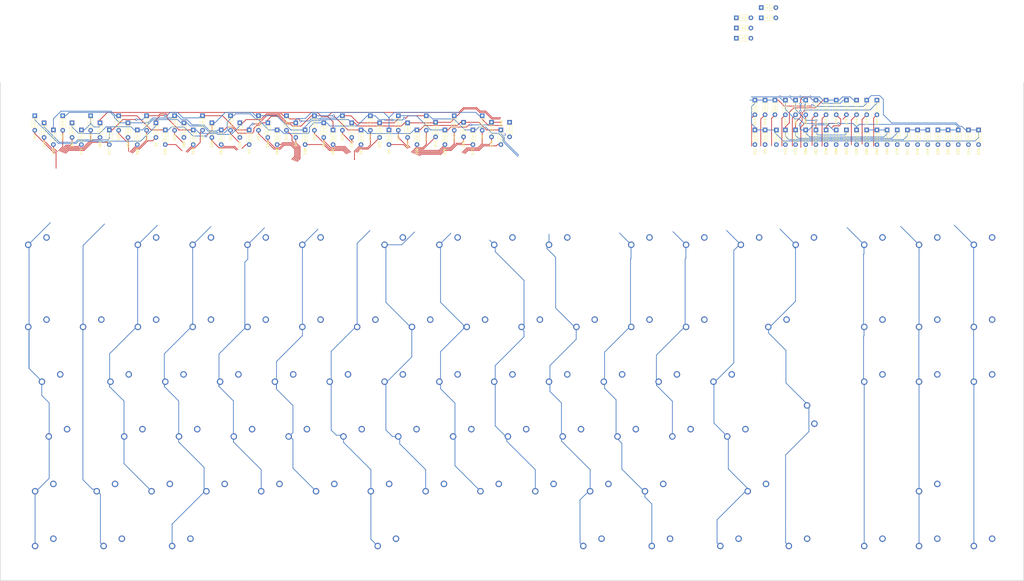
<source format=kicad_pcb>
(kicad_pcb (version 20171130) (host pcbnew "(5.1.9)-1")
  (layers (0 F.Cu signal) (31 B.Cu signal) (34 B.Paste user) (35 F.Paste user) (36 B.SilkS user) (37 F.SilkS user) (38 B.Mask user) (39 F.Mask user) (44 Edge.Cuts user))
  (net 0 "")
  (net 1 col0)
  (net 2 col1)
  (net 3 col2)
  (net 4 col3)
  (net 5 col4)
  (net 6 col5)
  (net 7 col6)
  (net 8 col7)
  (net 9 col8)
  (net 10 col9)
  (net 11 col10)
  (net 12 col11)
  (net 13 col12)
  (net 14 col13)
  (net 15 col14)
  (net 16 col15)
  (net 17 col16)
  (net 18 col17)
  (net 19 row0)
  (net 20 row2)
  (net 21 row3)
  (net 22 row4)
  (net 23 row5)
  (net 24 row6)
  (net 25 "Net-(D_7-Pad2)")
  (net 26 "Net-(D_8-Pad2)")
  (net 27 "Net-(D0-Pad2)")
  (net 28 "Net-(D1-Pad2)")
  (net 29 "Net-(D2-Pad2)")
  (net 30 "Net-(D3-Pad2)")
  (net 31 "Net-(D4-Pad2)")
  (net 32 "Net-(D5-Pad2)")
  (net 33 "Net-(D6-Pad2)")
  (net 34 "Net-(D9-Pad2)")
  (net 35 "Net-(D10-Pad2)")
  (net 36 "Net-(D11-Pad2)")
  (net 37 "Net-(D12-Pad2)")
  (net 38 "Net-(D13-Pad2)")
  (net 39 "Net-(D14-Pad2)")
  (net 40 "Net-(D15-Pad2)")
  (net 41 "Net-(D16-Pad2)")
  (net 42 "Net-(D17-Pad2)")
  (net 43 "Net-(D18-Pad2)")
  (net 44 "Net-(D19-Pad2)")
  (net 45 "Net-(D20-Pad2)")
  (net 46 "Net-(D21-Pad2)")
  (net 47 "Net-(D22-Pad2)")
  (net 48 "Net-(D23-Pad2)")
  (net 49 "Net-(D24-Pad2)")
  (net 50 "Net-(D25-Pad2)")
  (net 51 "Net-(D26-Pad2)")
  (net 52 "Net-(D27-Pad2)")
  (net 53 "Net-(D28-Pad2)")
  (net 54 "Net-(D29-Pad2)")
  (net 55 "Net-(D30-Pad2)")
  (net 56 "Net-(D31-Pad2)")
  (net 57 "Net-(D32-Pad2)")
  (net 58 "Net-(D33-Pad2)")
  (net 59 "Net-(D34-Pad2)")
  (net 60 "Net-(D35-Pad2)")
  (net 61 "Net-(D36-Pad2)")
  (net 62 "Net-(D37-Pad2)")
  (net 63 "Net-(D38-Pad2)")
  (net 64 "Net-(D39-Pad2)")
  (net 65 "Net-(D40-Pad2)")
  (net 66 "Net-(D41-Pad2)")
  (net 67 "Net-(D42-Pad2)")
  (net 68 "Net-(D43-Pad2)")
  (net 69 "Net-(D44-Pad2)")
  (net 70 "Net-(D45-Pad2)")
  (net 71 "Net-(D46-Pad2)")
  (net 72 "Net-(D47-Pad2)")
  (net 73 "Net-(D48-Pad2)")
  (net 74 "Net-(D49-Pad2)")
  (net 75 "Net-(D50-Pad2)")
  (net 76 "Net-(D51-Pad2)")
  (net 77 "Net-(D52-Pad2)")
  (net 78 "Net-(D53-Pad2)")
  (net 79 "Net-(D54-Pad2)")
  (net 80 "Net-(D55-Pad2)")
  (net 81 "Net-(D56-Pad2)")
  (net 82 "Net-(D57-Pad2)")
  (net 83 "Net-(D58-Pad2)")
  (net 84 "Net-(D59-Pad2)")
  (net 85 "Net-(D60-Pad2)")
  (net 86 "Net-(D61-Pad2)")
  (net 87 "Net-(D62-Pad2)")
  (net 88 "Net-(D63-Pad2)")
  (net 89 "Net-(D64-Pad2)")
  (net 90 "Net-(D65-Pad2)")
  (net 91 "Net-(D66-Pad2)")
  (net 92 "Net-(D67-Pad2)")
  (net 93 "Net-(D68-Pad2)")
  (net 94 "Net-(D69-Pad2)")
  (net 95 "Net-(D70-Pad2)")
  (net 96 "Net-(D71-Pad2)")
  (net 97 "Net-(D72-Pad2)")
  (net 98 "Net-(D73-Pad2)")
  (net 99 "Net-(D74-Pad2)")
  (net 100 "Net-(D75-Pad2)")
  (net 101 "Net-(D76-Pad2)")
  (net 102 "Net-(D77-Pad2)")
  (net 103 "Net-(D78-Pad2)")
  (net 104 "Net-(D79-Pad2)")
  (net 105 "Net-(D80-Pad2)")
  (net 106 "Net-(D81-Pad2)")
  (net 107 "Net-(D82-Pad2)")
  (net 108 "Net-(D83-Pad2)")
  (net 109 "Net-(D84-Pad2)")
  (net 110 "Net-(D85-Pad2)")
  (net 111 "Net-(D86-Pad2)")
  (net 112 "Net-(D87-Pad2)")
  (module cftkb:D_DO-35_SOD27_P5.08mm_Horizontal (layer F.Cu) (at 304.9531 103.784948 270)
    (fp_text reference D60 (at -1.081248 -0.0254 90) (layer F.SilkS) (effects (font (size 0.8 0.8))))
    (fp_text value D)
    (pad 1 thru_hole rect (at 1.27 0 270) (size 1.6 1.6) (drill 0.8) (layers *.Cu *.Mask) (net 22 row4))
    (pad 2 thru_hole oval (at 6.35 0 270) (size 1.6 1.6) (drill 0.8) (layers *.Cu *.Mask) (net 85 "Net-(D60-Pad2)"))
  )
  (module "CFTKB Bits:D_DO-35_SOD27_P5.08mm_Horizontal" (layer F.Cu) (at 385.5 66.05)
    (fp_text reference D78)
    (fp_text value D)
    (pad 2 thru_hole oval (at 6.35 0) (size 1.6 1.6) (drill 0.8) (layers *.Cu *.Mask) (net 103 "Net-(D78-Pad2)"))
    (pad 1 thru_hole rect (at 1.27 0) (size 1.6 1.6) (drill 0.8) (layers *.Cu *.Mask) (net 24 row6))
  )
  (module "CFTKB Bits:D_DO-35_SOD27_P5.08mm_Horizontal" (layer F.Cu) (at 308 101.1035 270)
    (fp_text reference D51)
    (fp_text value D)
    (pad 2 thru_hole oval (at 6.35 0 270) (size 1.6 1.6) (drill 0.8) (layers *.Cu *.Mask) (net 76 "Net-(D51-Pad2)"))
    (pad 1 thru_hole rect (at 1.27 0 270) (size 1.6 1.6) (drill 0.8) (layers *.Cu *.Mask) (net 22 row4))
  )
  (module "CFTKB Bits:D_DO-35_SOD27_P5.08mm_Horizontal" (layer F.Cu) (at 385.5 73.15)
    (fp_text reference D87)
    (fp_text value D)
    (pad 2 thru_hole oval (at 6.35 0) (size 1.6 1.6) (drill 0.8) (layers *.Cu *.Mask) (net 112 "Net-(D87-Pad2)"))
    (pad 1 thru_hole rect (at 1.27 0) (size 1.6 1.6) (drill 0.8) (layers *.Cu *.Mask) (net 24 row6))
  )
  (module "CFTKB Bits:D_DO-35_SOD27_P5.08mm_Horizontal" (layer F.Cu) (at 394.17 62.5)
    (fp_text reference D80)
    (fp_text value D)
    (pad 2 thru_hole oval (at 6.35 0) (size 1.6 1.6) (drill 0.8) (layers *.Cu *.Mask) (net 105 "Net-(D80-Pad2)"))
    (pad 1 thru_hole rect (at 1.27 0) (size 1.6 1.6) (drill 0.8) (layers *.Cu *.Mask) (net 24 row6))
  )
  (module "CFTKB Bits:D_DO-35_SOD27_P5.08mm_Horizontal" (layer F.Cu) (at 394.17 66.05)
    (fp_text reference D84)
    (fp_text value D)
    (pad 2 thru_hole oval (at 6.35 0) (size 1.6 1.6) (drill 0.8) (layers *.Cu *.Mask) (net 109 "Net-(D84-Pad2)"))
    (pad 1 thru_hole rect (at 1.27 0) (size 1.6 1.6) (drill 0.8) (layers *.Cu *.Mask) (net 24 row6))
  )
  (module "CFTKB Bits:D_DO-35_SOD27_P5.08mm_Horizontal" (layer F.Cu) (at 385.5 69.6)
    (fp_text reference D82)
    (fp_text value D)
    (pad 2 thru_hole oval (at 6.35 0) (size 1.6 1.6) (drill 0.8) (layers *.Cu *.Mask) (net 107 "Net-(D82-Pad2)"))
    (pad 1 thru_hole rect (at 1.27 0) (size 1.6 1.6) (drill 0.8) (layers *.Cu *.Mask) (net 24 row6))
  )
  (module "CFTKB Bits:D_DO-35_SOD27_P5.08mm_Horizontal" (layer F.Cu) (at 400.2 93.4 270)
    (fp_text reference D_8)
    (fp_text value D)
    (pad 2 thru_hole oval (at 6.35 0 270) (size 1.6 1.6) (drill 0.8) (layers *.Cu *.Mask) (net 26 "Net-(D_8-Pad2)"))
    (pad 1 thru_hole rect (at 1.27 0 270) (size 1.6 1.6) (drill 0.8) (layers *.Cu *.Mask) (net 19 row0))
  )
  (module "CFTKB Bits:D_DO-35_SOD27_P5.08mm_Horizontal" (layer F.Cu) (at 400.7 103.8 270)
    (fp_text reference D_7)
    (fp_text value D)
    (pad 2 thru_hole oval (at 6.35 0 270) (size 1.6 1.6) (drill 0.8) (layers *.Cu *.Mask) (net 25 "Net-(D_7-Pad2)"))
    (pad 1 thru_hole rect (at 1.27 0 270) (size 1.6 1.6) (drill 0.8) (layers *.Cu *.Mask) (net 19 row0))
  )
  (module cftkb:D_DO-35_SOD27_P5.08mm_Horizontal (layer F.Cu) (at 435.636818 93.410499 270)
    (fp_text reference D92 (at 8.77 0 90) (layer F.SilkS) (effects (font (size 0.8 0.8))))
    (fp_text value D_Small)
    (pad 1 thru_hole rect (at 1.27 0 270) (size 1.6 1.6) (drill 0.8) (layers *.Cu *.Mask))
    (pad 2 thru_hole oval (at 6.35 0 270) (size 1.6 1.6) (drill 0.8) (layers *.Cu *.Mask))
  )
  (module cftkb:D_DO-35_SOD27_P5.08mm_Horizontal (layer F.Cu) (at 435.636818 103.784948 270)
    (fp_text reference D93 (at 8.77 0 90) (layer F.SilkS) (effects (font (size 0.8 0.8))))
    (fp_text value D_Small)
    (pad 1 thru_hole rect (at 1.27 0 270) (size 1.6 1.6) (drill 0.8) (layers *.Cu *.Mask))
    (pad 2 thru_hole oval (at 6.35 0 270) (size 1.6 1.6) (drill 0.8) (layers *.Cu *.Mask))
  )
  (module cftkb:D_DO-35_SOD27_P5.08mm_Horizontal (layer F.Cu) (at 439.170744 103.784948 270)
    (fp_text reference D94 (at 8.77 0 90) (layer F.SilkS) (effects (font (size 0.8 0.8))))
    (fp_text value D_Small)
    (pad 1 thru_hole rect (at 1.27 0 270) (size 1.6 1.6) (drill 0.8) (layers *.Cu *.Mask))
    (pad 2 thru_hole oval (at 6.35 0 270) (size 1.6 1.6) (drill 0.8) (layers *.Cu *.Mask))
  )
  (module cftkb:D_DO-35_SOD27_P5.08mm_Horizontal (layer F.Cu) (at 432.102892 103.784948 270)
    (fp_text reference D90 (at 8.77 0 90) (layer F.SilkS) (effects (font (size 0.8 0.8))))
    (fp_text value D_Small)
    (pad 1 thru_hole rect (at 1.27 0 270) (size 1.6 1.6) (drill 0.8) (layers *.Cu *.Mask))
    (pad 2 thru_hole oval (at 6.35 0 270) (size 1.6 1.6) (drill 0.8) (layers *.Cu *.Mask))
  )
  (module cftkb:D_DO-35_SOD27_P5.08mm_Horizontal (layer F.Cu) (at 421.501114 103.784948 270)
    (fp_text reference D88 (at 8.77 0 90) (layer F.SilkS) (effects (font (size 0.8 0.8))))
    (fp_text value D_Small)
    (pad 1 thru_hole rect (at 1.27 0 270) (size 1.6 1.6) (drill 0.8) (layers *.Cu *.Mask))
    (pad 2 thru_hole oval (at 6.35 0 270) (size 1.6 1.6) (drill 0.8) (layers *.Cu *.Mask))
  )
  (module cftkb:D_DO-35_SOD27_P5.08mm_Horizontal (layer F.Cu) (at 407.36541 103.784948 270)
    (fp_text reference D73 (at 8.77 0 90) (layer F.SilkS) (effects (font (size 0.8 0.8))))
    (fp_text value D)
    (pad 1 thru_hole rect (at 1.27 0 270) (size 1.6 1.6) (drill 0.8) (layers *.Cu *.Mask) (net 23 row5))
    (pad 2 thru_hole oval (at 6.35 0 270) (size 1.6 1.6) (drill 0.8) (layers *.Cu *.Mask) (net 98 "Net-(D73-Pad2)"))
  )
  (module cftkb:D_DO-35_SOD27_P5.08mm_Horizontal (layer F.Cu) (at 417.967188 103.784948 270)
    (fp_text reference D28 (at 8.77 0 90) (layer F.SilkS) (effects (font (size 0.8 0.8))))
    (fp_text value D)
    (pad 1 thru_hole rect (at 1.27 0 270) (size 1.6 1.6) (drill 0.8) (layers *.Cu *.Mask) (net 20 row2))
    (pad 2 thru_hole oval (at 6.35 0 270) (size 1.6 1.6) (drill 0.8) (layers *.Cu *.Mask) (net 53 "Net-(D28-Pad2)"))
  )
  (module cftkb:D_DO-35_SOD27_P5.08mm_Horizontal (layer F.Cu) (at 204.530629 101.304655 270)
    (fp_text reference D36 (at 8.77 0 90) (layer F.SilkS) (effects (font (size 0.8 0.8))))
    (fp_text value D)
    (pad 1 thru_hole rect (at 1.27 0 270) (size 1.6 1.6) (drill 0.8) (layers *.Cu *.Mask) (net 21 row3))
    (pad 2 thru_hole oval (at 6.35 0 270) (size 1.6 1.6) (drill 0.8) (layers *.Cu *.Mask) (net 61 "Net-(D36-Pad2)"))
  )
  (module cftkb:D_DO-35_SOD27_P5.08mm_Horizontal (layer F.Cu) (at 168.896866 103.784948 270)
    (fp_text reference D17 (at 8.77 0 90) (layer F.SilkS) (effects (font (size 0.8 0.8))))
    (fp_text value D)
    (pad 1 thru_hole rect (at 1.27 0 270) (size 1.6 1.6) (drill 0.8) (layers *.Cu *.Mask) (net 20 row2))
    (pad 2 thru_hole oval (at 6.35 0 270) (size 1.6 1.6) (drill 0.8) (layers *.Cu *.Mask) (net 42 "Net-(D17-Pad2)"))
  )
  (module cftkb:D_DO-35_SOD27_P5.08mm_Horizontal (layer F.Cu) (at 146.220835 101.304655 270)
    (fp_text reference D16 (at 8.77 0 90) (layer F.SilkS) (effects (font (size 0.8 0.8))))
    (fp_text value D)
    (pad 1 thru_hole rect (at 1.27 0 270) (size 1.6 1.6) (drill 0.8) (layers *.Cu *.Mask) (net 20 row2))
    (pad 2 thru_hole oval (at 6.35 0 270) (size 1.6 1.6) (drill 0.8) (layers *.Cu *.Mask) (net 41 "Net-(D16-Pad2)"))
  )
  (module cftkb:D_DO-35_SOD27_P5.08mm_Horizontal (layer F.Cu) (at 181.854598 98.824362 270)
    (fp_text reference D18 (at 8.77 0 90) (layer F.SilkS) (effects (font (size 0.8 0.8))))
    (fp_text value D)
    (pad 1 thru_hole rect (at 1.27 0 270) (size 1.6 1.6) (drill 0.8) (layers *.Cu *.Mask) (net 20 row2))
    (pad 2 thru_hole oval (at 6.35 0 270) (size 1.6 1.6) (drill 0.8) (layers *.Cu *.Mask) (net 43 "Net-(D18-Pad2)"))
  )
  (module cftkb:D_DO-35_SOD27_P5.08mm_Horizontal (layer F.Cu) (at 198.051763 103.784948 270)
    (fp_text reference D19 (at 8.77 0 90) (layer F.SilkS) (effects (font (size 0.8 0.8))))
    (fp_text value D)
    (pad 1 thru_hole rect (at 1.27 0 270) (size 1.6 1.6) (drill 0.8) (layers *.Cu *.Mask) (net 20 row2))
    (pad 2 thru_hole oval (at 6.35 0 270) (size 1.6 1.6) (drill 0.8) (layers *.Cu *.Mask) (net 44 "Net-(D19-Pad2)"))
  )
  (module cftkb:D_DO-35_SOD27_P5.08mm_Horizontal (layer F.Cu) (at 214.248928 101.304655 270)
    (fp_text reference D20 (at 8.77 0 90) (layer F.SilkS) (effects (font (size 0.8 0.8))))
    (fp_text value D)
    (pad 1 thru_hole rect (at 1.27 0 270) (size 1.6 1.6) (drill 0.8) (layers *.Cu *.Mask) (net 20 row2))
    (pad 2 thru_hole oval (at 6.35 0 270) (size 1.6 1.6) (drill 0.8) (layers *.Cu *.Mask) (net 45 "Net-(D20-Pad2)"))
  )
  (module cftkb:D_DO-35_SOD27_P5.08mm_Horizontal (layer F.Cu) (at 230.446093 98.824362 270)
    (fp_text reference D21 (at 8.77 0 90) (layer F.SilkS) (effects (font (size 0.8 0.8))))
    (fp_text value D)
    (pad 1 thru_hole rect (at 1.27 0 270) (size 1.6 1.6) (drill 0.8) (layers *.Cu *.Mask) (net 20 row2))
    (pad 2 thru_hole oval (at 6.35 0 270) (size 1.6 1.6) (drill 0.8) (layers *.Cu *.Mask) (net 46 "Net-(D21-Pad2)"))
  )
  (module cftkb:D_DO-35_SOD27_P5.08mm_Horizontal (layer F.Cu) (at 249.882691 98.824362 270)
    (fp_text reference D22 (at 8.77 0 90) (layer F.SilkS) (effects (font (size 0.8 0.8))))
    (fp_text value D)
    (pad 1 thru_hole rect (at 1.27 0 270) (size 1.6 1.6) (drill 0.8) (layers *.Cu *.Mask) (net 20 row2))
    (pad 2 thru_hole oval (at 6.35 0 270) (size 1.6 1.6) (drill 0.8) (layers *.Cu *.Mask) (net 47 "Net-(D22-Pad2)"))
  )
  (module cftkb:D_DO-35_SOD27_P5.08mm_Horizontal (layer F.Cu) (at 262.840423 101.304655 270)
    (fp_text reference D23 (at 8.77 0 90) (layer F.SilkS) (effects (font (size 0.8 0.8))))
    (fp_text value D)
    (pad 1 thru_hole rect (at 1.27 0 270) (size 1.6 1.6) (drill 0.8) (layers *.Cu *.Mask) (net 20 row2))
    (pad 2 thru_hole oval (at 6.35 0 270) (size 1.6 1.6) (drill 0.8) (layers *.Cu *.Mask) (net 48 "Net-(D23-Pad2)"))
  )
  (module cftkb:D_DO-35_SOD27_P5.08mm_Horizontal (layer F.Cu) (at 285.516466 103.784948 270)
    (fp_text reference D25 (at 8.77 0 90) (layer F.SilkS) (effects (font (size 0.8 0.8))))
    (fp_text value D)
    (pad 1 thru_hole rect (at 1.27 0 270) (size 1.6 1.6) (drill 0.8) (layers *.Cu *.Mask) (net 20 row2))
    (pad 2 thru_hole oval (at 6.35 0 270) (size 1.6 1.6) (drill 0.8) (layers *.Cu *.Mask) (net 50 "Net-(D25-Pad2)"))
  )
  (module cftkb:D_DO-35_SOD27_P5.08mm_Horizontal (layer F.Cu) (at 269.319289 98.824362 270)
    (fp_text reference D24 (at 8.77 0 90) (layer F.SilkS) (effects (font (size 0.8 0.8))))
    (fp_text value D)
    (pad 1 thru_hole rect (at 1.27 0 270) (size 1.6 1.6) (drill 0.8) (layers *.Cu *.Mask) (net 20 row2))
    (pad 2 thru_hole oval (at 6.35 0 270) (size 1.6 1.6) (drill 0.8) (layers *.Cu *.Mask) (net 49 "Net-(D24-Pad2)"))
  )
  (module cftkb:D_DO-35_SOD27_P5.08mm_Horizontal (layer F.Cu) (at 301.713661 101.1035 270)
    (fp_text reference D26 (at 8.77 0 90) (layer F.SilkS) (effects (font (size 0.8 0.8))))
    (fp_text value D)
    (pad 1 thru_hole rect (at 1.27 0 270) (size 1.6 1.6) (drill 0.8) (layers *.Cu *.Mask) (net 20 row2))
    (pad 2 thru_hole oval (at 6.35 0 270) (size 1.6 1.6) (drill 0.8) (layers *.Cu *.Mask) (net 51 "Net-(D26-Pad2)"))
  )
  (module cftkb:D_DO-35_SOD27_P5.08mm_Horizontal (layer F.Cu) (at 432.102892 93.410499 270)
    (fp_text reference D13 (at 8.77 0 90) (layer F.SilkS) (effects (font (size 0.8 0.8))))
    (fp_text value D)
    (pad 1 thru_hole rect (at 1.27 0 270) (size 1.6 1.6) (drill 0.8) (layers *.Cu *.Mask) (net 19 row0))
    (pad 2 thru_hole oval (at 6.35 0 270) (size 1.6 1.6) (drill 0.8) (layers *.Cu *.Mask) (net 38 "Net-(D13-Pad2)"))
  )
  (module cftkb:D_DO-35_SOD27_P5.08mm_Horizontal (layer F.Cu) (at 470.976098 103.784948 270)
    (fp_text reference D15 (at 8.77 0 90) (layer F.SilkS) (effects (font (size 0.8 0.8))))
    (fp_text value D)
    (pad 1 thru_hole rect (at 1.27 0 270) (size 1.6 1.6) (drill 0.8) (layers *.Cu *.Mask) (net 19 row0))
    (pad 2 thru_hole oval (at 6.35 0 270) (size 1.6 1.6) (drill 0.8) (layers *.Cu *.Mask) (net 40 "Net-(D15-Pad2)"))
  )
  (module cftkb:D_DO-35_SOD27_P5.08mm_Horizontal (layer F.Cu) (at 393.229706 93.410499 270)
    (fp_text reference D12 (at 8.77 0 90) (layer F.SilkS) (effects (font (size 0.8 0.8))))
    (fp_text value D)
    (pad 1 thru_hole rect (at 1.27 0 270) (size 1.6 1.6) (drill 0.8) (layers *.Cu *.Mask) (net 19 row0))
    (pad 2 thru_hole oval (at 6.35 0 270) (size 1.6 1.6) (drill 0.8) (layers *.Cu *.Mask) (net 37 "Net-(D12-Pad2)"))
  )
  (module cftkb:D_DO-35_SOD27_P5.08mm_Horizontal (layer F.Cu) (at 467.442152 103.784948 270)
    (fp_text reference D14 (at 8.77 0 90) (layer F.SilkS) (effects (font (size 0.8 0.8))))
    (fp_text value D)
    (pad 1 thru_hole rect (at 1.27 0 270) (size 1.6 1.6) (drill 0.8) (layers *.Cu *.Mask) (net 19 row0))
    (pad 2 thru_hole oval (at 6.35 0 270) (size 1.6 1.6) (drill 0.8) (layers *.Cu *.Mask) (net 39 "Net-(D14-Pad2)"))
  )
  (module cftkb:D_DO-35_SOD27_P5.08mm_Horizontal (layer F.Cu) (at 396.763632 103.784948 270)
    (fp_text reference D9 (at 8.77 0 90) (layer F.SilkS) (effects (font (size 0.8 0.8))))
    (fp_text value D)
    (pad 1 thru_hole rect (at 1.27 0 270) (size 1.6 1.6) (drill 0.8) (layers *.Cu *.Mask) (net 19 row0))
    (pad 2 thru_hole oval (at 6.35 0 270) (size 1.6 1.6) (drill 0.8) (layers *.Cu *.Mask) (net 34 "Net-(D9-Pad2)"))
  )
  (module cftkb:D_DO-35_SOD27_P5.08mm_Horizontal (layer F.Cu) (at 396.763632 93.410499 270)
    (fp_text reference D10 (at 8.77 0 90) (layer F.SilkS) (effects (font (size 0.8 0.8))))
    (fp_text value D)
    (pad 1 thru_hole rect (at 1.27 0 270) (size 1.6 1.6) (drill 0.8) (layers *.Cu *.Mask) (net 19 row0))
    (pad 2 thru_hole oval (at 6.35 0 270) (size 1.6 1.6) (drill 0.8) (layers *.Cu *.Mask) (net 35 "Net-(D10-Pad2)"))
  )
  (module cftkb:D_DO-35_SOD27_P5.08mm_Horizontal (layer F.Cu) (at 393.229706 103.784948 270)
    (fp_text reference D11 (at 8.77 0 90) (layer F.SilkS) (effects (font (size 0.8 0.8))))
    (fp_text value D)
    (pad 1 thru_hole rect (at 1.27 0 270) (size 1.6 1.6) (drill 0.8) (layers *.Cu *.Mask) (net 19 row0))
    (pad 2 thru_hole oval (at 6.35 0 270) (size 1.6 1.6) (drill 0.8) (layers *.Cu *.Mask) (net 36 "Net-(D11-Pad2)"))
  )
  (module cftkb:D_DO-35_SOD27_P5.08mm_Horizontal (layer F.Cu) (at 233.685526 101.304655 270)
    (fp_text reference D4 (at 8.77 0 90) (layer F.SilkS) (effects (font (size 0.8 0.8))))
    (fp_text value D)
    (pad 1 thru_hole rect (at 1.27 0 270) (size 1.6 1.6) (drill 0.8) (layers *.Cu *.Mask) (net 19 row0))
    (pad 2 thru_hole oval (at 6.35 0 270) (size 1.6 1.6) (drill 0.8) (layers *.Cu *.Mask) (net 31 "Net-(D4-Pad2)"))
  )
  (module cftkb:D_DO-35_SOD27_P5.08mm_Horizontal (layer F.Cu) (at 266.079856 103.784948 270)
    (fp_text reference D5 (at 8.77 0 90) (layer F.SilkS) (effects (font (size 0.8 0.8))))
    (fp_text value D)
    (pad 1 thru_hole rect (at 1.27 0 270) (size 1.6 1.6) (drill 0.8) (layers *.Cu *.Mask) (net 19 row0))
    (pad 2 thru_hole oval (at 6.35 0 270) (size 1.6 1.6) (drill 0.8) (layers *.Cu *.Mask) (net 32 "Net-(D5-Pad2)"))
  )
  (module cftkb:D_DO-35_SOD27_P5.08mm_Horizontal (layer F.Cu) (at 185.094031 101.304655 270)
    (fp_text reference D1 (at 8.77 0 90) (layer F.SilkS) (effects (font (size 0.8 0.8))))
    (fp_text value D)
    (pad 1 thru_hole rect (at 1.27 0 270) (size 1.6 1.6) (drill 0.8) (layers *.Cu *.Mask) (net 19 row0))
    (pad 2 thru_hole oval (at 6.35 0 270) (size 1.6 1.6) (drill 0.8) (layers *.Cu *.Mask) (net 28 "Net-(D1-Pad2)"))
  )
  (module cftkb:D_DO-35_SOD27_P5.08mm_Horizontal (layer F.Cu) (at 142.981402 98.824362 270)
    (fp_text reference D0 (at 8.77 0 90) (layer F.SilkS) (effects (font (size 0.8 0.8))))
    (fp_text value D)
    (pad 1 thru_hole rect (at 1.27 0 270) (size 1.6 1.6) (drill 0.8) (layers *.Cu *.Mask) (net 19 row0))
    (pad 2 thru_hole oval (at 6.35 0 270) (size 1.6 1.6) (drill 0.8) (layers *.Cu *.Mask) (net 27 "Net-(D0-Pad2)"))
  )
  (module cftkb:D_DO-35_SOD27_P5.08mm_Horizontal (layer F.Cu) (at 217.488361 103.784948 270)
    (fp_text reference D3 (at 8.77 0 90) (layer F.SilkS) (effects (font (size 0.8 0.8))))
    (fp_text value D)
    (pad 1 thru_hole rect (at 1.27 0 270) (size 1.6 1.6) (drill 0.8) (layers *.Cu *.Mask) (net 19 row0))
    (pad 2 thru_hole oval (at 6.35 0 270) (size 1.6 1.6) (drill 0.8) (layers *.Cu *.Mask) (net 30 "Net-(D3-Pad2)"))
  )
  (module cftkb:D_DO-35_SOD27_P5.08mm_Horizontal (layer F.Cu) (at 298.474222 98.824362 270)
    (fp_text reference D6 (at 8.77 0 90) (layer F.SilkS) (effects (font (size 0.8 0.8))))
    (fp_text value D)
    (pad 1 thru_hole rect (at 1.27 0 270) (size 1.6 1.6) (drill 0.8) (layers *.Cu *.Mask) (net 19 row0))
    (pad 2 thru_hole oval (at 6.35 0 270) (size 1.6 1.6) (drill 0.8) (layers *.Cu *.Mask) (net 33 "Net-(D6-Pad2)"))
  )
  (module cftkb:D_DO-35_SOD27_P5.08mm_Horizontal (layer F.Cu) (at 201.291196 98.824362 270)
    (fp_text reference D2 (at 8.77 0 90) (layer F.SilkS) (effects (font (size 0.8 0.8))))
    (fp_text value D)
    (pad 1 thru_hole rect (at 1.27 0 270) (size 1.6 1.6) (drill 0.8) (layers *.Cu *.Mask) (net 19 row0))
    (pad 2 thru_hole oval (at 6.35 0 270) (size 1.6 1.6) (drill 0.8) (layers *.Cu *.Mask) (net 29 "Net-(D2-Pad2)"))
  )
  (module cftkb:D_DO-35_SOD27_P5.08mm_Horizontal (layer F.Cu) (at 149.460268 103.784948 270)
    (fp_text reference D33 (at 8.77 0 90) (layer F.SilkS) (effects (font (size 0.8 0.8))))
    (fp_text value D)
    (pad 1 thru_hole rect (at 1.27 0 270) (size 1.6 1.6) (drill 0.8) (layers *.Cu *.Mask) (net 21 row3))
    (pad 2 thru_hole oval (at 6.35 0 270) (size 1.6 1.6) (drill 0.8) (layers *.Cu *.Mask) (net 58 "Net-(D33-Pad2)"))
  )
  (module cftkb:D_DO-35_SOD27_P5.08mm_Horizontal (layer F.Cu) (at 220.727794 98.824362 270)
    (fp_text reference D37 (at 8.77 0 90) (layer F.SilkS) (effects (font (size 0.8 0.8))))
    (fp_text value D)
    (pad 1 thru_hole rect (at 1.27 0 270) (size 1.6 1.6) (drill 0.8) (layers *.Cu *.Mask) (net 21 row3))
    (pad 2 thru_hole oval (at 6.35 0 270) (size 1.6 1.6) (drill 0.8) (layers *.Cu *.Mask) (net 62 "Net-(D37-Pad2)"))
  )
  (module cftkb:D_DO-35_SOD27_P5.08mm_Horizontal (layer F.Cu) (at 236.924959 103.784948 270)
    (fp_text reference D38 (at 8.77 0 90) (layer F.SilkS) (effects (font (size 0.8 0.8))))
    (fp_text value D)
    (pad 1 thru_hole rect (at 1.27 0 270) (size 1.6 1.6) (drill 0.8) (layers *.Cu *.Mask) (net 21 row3))
    (pad 2 thru_hole oval (at 6.35 0 270) (size 1.6 1.6) (drill 0.8) (layers *.Cu *.Mask) (net 63 "Net-(D38-Pad2)"))
  )
  (module cftkb:D_DO-35_SOD27_P5.08mm_Horizontal (layer F.Cu) (at 463.908226 103.784948 270)
    (fp_text reference D32 (at 8.77 0 90) (layer F.SilkS) (effects (font (size 0.8 0.8))))
    (fp_text value D)
    (pad 1 thru_hole rect (at 1.27 0 270) (size 1.6 1.6) (drill 0.8) (layers *.Cu *.Mask) (net 20 row2))
    (pad 2 thru_hole oval (at 6.35 0 270) (size 1.6 1.6) (drill 0.8) (layers *.Cu *.Mask) (net 57 "Net-(D32-Pad2)"))
  )
  (module cftkb:D_DO-35_SOD27_P5.08mm_Horizontal (layer F.Cu) (at 288.755905 98.824362 270)
    (fp_text reference D42 (at 8.77 0 90) (layer F.SilkS) (effects (font (size 0.8 0.8))))
    (fp_text value D)
    (pad 1 thru_hole rect (at 1.27 0 270) (size 1.6 1.6) (drill 0.8) (layers *.Cu *.Mask) (net 21 row3))
    (pad 2 thru_hole oval (at 6.35 0 270) (size 1.6 1.6) (drill 0.8) (layers *.Cu *.Mask) (net 67 "Net-(D42-Pad2)"))
  )
  (module cftkb:D_DO-35_SOD27_P5.08mm_Horizontal (layer F.Cu) (at 172.136299 98.824362 270)
    (fp_text reference D34 (at 8.77 0 90) (layer F.SilkS) (effects (font (size 0.8 0.8))))
    (fp_text value D)
    (pad 1 thru_hole rect (at 1.27 0 270) (size 1.6 1.6) (drill 0.8) (layers *.Cu *.Mask) (net 21 row3))
    (pad 2 thru_hole oval (at 6.35 0 270) (size 1.6 1.6) (drill 0.8) (layers *.Cu *.Mask) (net 59 "Net-(D34-Pad2)"))
  )
  (module cftkb:D_DO-35_SOD27_P5.08mm_Horizontal (layer F.Cu) (at 272.558722 101.304655 270)
    (fp_text reference D40 (at 8.77 0 90) (layer F.SilkS) (effects (font (size 0.8 0.8))))
    (fp_text value D)
    (pad 1 thru_hole rect (at 1.27 0 270) (size 1.6 1.6) (drill 0.8) (layers *.Cu *.Mask) (net 21 row3))
    (pad 2 thru_hole oval (at 6.35 0 270) (size 1.6 1.6) (drill 0.8) (layers *.Cu *.Mask) (net 65 "Net-(D40-Pad2)"))
  )
  (module cftkb:D_DO-35_SOD27_P5.08mm_Horizontal (layer F.Cu) (at 188.333464 103.784948 270)
    (fp_text reference D35 (at 8.77 0 90) (layer F.SilkS) (effects (font (size 0.8 0.8))))
    (fp_text value D)
    (pad 1 thru_hole rect (at 1.27 0 270) (size 1.6 1.6) (drill 0.8) (layers *.Cu *.Mask) (net 21 row3))
    (pad 2 thru_hole oval (at 6.35 0 270) (size 1.6 1.6) (drill 0.8) (layers *.Cu *.Mask) (net 60 "Net-(D35-Pad2)"))
  )
  (module cftkb:D_DO-35_SOD27_P5.08mm_Horizontal (layer F.Cu) (at 253.122124 101.304655 270)
    (fp_text reference D39 (at 8.77 0 90) (layer F.SilkS) (effects (font (size 0.8 0.8))))
    (fp_text value D)
    (pad 1 thru_hole rect (at 1.27 0 270) (size 1.6 1.6) (drill 0.8) (layers *.Cu *.Mask) (net 21 row3))
    (pad 2 thru_hole oval (at 6.35 0 270) (size 1.6 1.6) (drill 0.8) (layers *.Cu *.Mask) (net 64 "Net-(D39-Pad2)"))
  )
  (module cftkb:D_DO-35_SOD27_P5.08mm_Horizontal (layer F.Cu) (at 282.277027 101.1035 270)
    (fp_text reference D41 (at 8.77 0 90) (layer F.SilkS) (effects (font (size 0.8 0.8))))
    (fp_text value D)
    (pad 1 thru_hole rect (at 1.27 0 270) (size 1.6 1.6) (drill 0.8) (layers *.Cu *.Mask) (net 21 row3))
    (pad 2 thru_hole oval (at 6.35 0 270) (size 1.6 1.6) (drill 0.8) (layers *.Cu *.Mask) (net 66 "Net-(D41-Pad2)"))
  )
  (module cftkb:D_DO-35_SOD27_P5.08mm_Horizontal (layer F.Cu) (at 403.831484 103.784948 270)
    (fp_text reference D43 (at 8.77 0 90) (layer F.SilkS) (effects (font (size 0.8 0.8))))
    (fp_text value D)
    (pad 1 thru_hole rect (at 1.27 0 270) (size 1.6 1.6) (drill 0.8) (layers *.Cu *.Mask) (net 21 row3))
    (pad 2 thru_hole oval (at 6.35 0 270) (size 1.6 1.6) (drill 0.8) (layers *.Cu *.Mask) (net 68 "Net-(D43-Pad2)"))
  )
  (module cftkb:D_DO-35_SOD27_P5.08mm_Horizontal (layer F.Cu) (at 417.967188 93.410499 270)
    (fp_text reference D44 (at 8.77 0 90) (layer F.SilkS) (effects (font (size 0.8 0.8))))
    (fp_text value D)
    (pad 1 thru_hole rect (at 1.27 0 270) (size 1.6 1.6) (drill 0.8) (layers *.Cu *.Mask) (net 21 row3))
    (pad 2 thru_hole oval (at 6.35 0 270) (size 1.6 1.6) (drill 0.8) (layers *.Cu *.Mask) (net 69 "Net-(D44-Pad2)"))
  )
  (module cftkb:D_DO-35_SOD27_P5.08mm_Horizontal (layer F.Cu) (at 421.501114 93.410499 270)
    (fp_text reference D45 (at 8.77 0 90) (layer F.SilkS) (effects (font (size 0.8 0.8))))
    (fp_text value D)
    (pad 1 thru_hole rect (at 1.27 0 270) (size 1.6 1.6) (drill 0.8) (layers *.Cu *.Mask) (net 21 row3))
    (pad 2 thru_hole oval (at 6.35 0 270) (size 1.6 1.6) (drill 0.8) (layers *.Cu *.Mask) (net 70 "Net-(D45-Pad2)"))
  )
  (module cftkb:D_DO-35_SOD27_P5.08mm_Horizontal (layer F.Cu) (at 428.568966 93.410499 270)
    (fp_text reference D46 (at 8.77 0 90) (layer F.SilkS) (effects (font (size 0.8 0.8))))
    (fp_text value D)
    (pad 1 thru_hole rect (at 1.27 0 270) (size 1.6 1.6) (drill 0.8) (layers *.Cu *.Mask) (net 21 row3))
    (pad 2 thru_hole oval (at 6.35 0 270) (size 1.6 1.6) (drill 0.8) (layers *.Cu *.Mask) (net 71 "Net-(D46-Pad2)"))
  )
  (module cftkb:D_DO-35_SOD27_P5.08mm_Horizontal (layer F.Cu) (at 403.831484 93.410499 270)
    (fp_text reference D27 (at 8.77 0 90) (layer F.SilkS) (effects (font (size 0.8 0.8))))
    (fp_text value D)
    (pad 1 thru_hole rect (at 1.27 0 270) (size 1.6 1.6) (drill 0.8) (layers *.Cu *.Mask) (net 20 row2))
    (pad 2 thru_hole oval (at 6.35 0 270) (size 1.6 1.6) (drill 0.8) (layers *.Cu *.Mask) (net 52 "Net-(D27-Pad2)"))
  )
  (module cftkb:D_DO-35_SOD27_P5.08mm_Horizontal (layer F.Cu) (at 428.568966 103.784948 270)
    (fp_text reference D29 (at 8.77 0 90) (layer F.SilkS) (effects (font (size 0.8 0.8))))
    (fp_text value D)
    (pad 1 thru_hole rect (at 1.27 0 270) (size 1.6 1.6) (drill 0.8) (layers *.Cu *.Mask) (net 20 row2))
    (pad 2 thru_hole oval (at 6.35 0 270) (size 1.6 1.6) (drill 0.8) (layers *.Cu *.Mask) (net 54 "Net-(D29-Pad2)"))
  )
  (module cftkb:D_DO-35_SOD27_P5.08mm_Horizontal (layer F.Cu) (at 456.840374 103.784948 270)
    (fp_text reference D30 (at 8.77 0 90) (layer F.SilkS) (effects (font (size 0.8 0.8))))
    (fp_text value D)
    (pad 1 thru_hole rect (at 1.27 0 270) (size 1.6 1.6) (drill 0.8) (layers *.Cu *.Mask) (net 20 row2))
    (pad 2 thru_hole oval (at 6.35 0 270) (size 1.6 1.6) (drill 0.8) (layers *.Cu *.Mask) (net 55 "Net-(D30-Pad2)"))
  )
  (module cftkb:D_DO-35_SOD27_P5.08mm_Horizontal (layer F.Cu) (at 460.3743 103.784948 270)
    (fp_text reference D31 (at 8.77 0 90) (layer F.SilkS) (effects (font (size 0.8 0.8))))
    (fp_text value D)
    (pad 1 thru_hole rect (at 1.27 0 270) (size 1.6 1.6) (drill 0.8) (layers *.Cu *.Mask) (net 20 row2))
    (pad 2 thru_hole oval (at 6.35 0 270) (size 1.6 1.6) (drill 0.8) (layers *.Cu *.Mask) (net 56 "Net-(D31-Pad2)"))
  )
  (module cftkb:D_DO-35_SOD27_P5.08mm_Horizontal (layer F.Cu) (at 207.770062 103.784948 270)
    (fp_text reference D54 (at 8.77 0 90) (layer F.SilkS) (effects (font (size 0.8 0.8))))
    (fp_text value D)
    (pad 1 thru_hole rect (at 1.27 0 270) (size 1.6 1.6) (drill 0.8) (layers *.Cu *.Mask) (net 22 row4))
    (pad 2 thru_hole oval (at 6.35 0 270) (size 1.6 1.6) (drill 0.8) (layers *.Cu *.Mask) (net 79 "Net-(D54-Pad2)"))
  )
  (module cftkb:D_DO-35_SOD27_P5.08mm_Horizontal (layer F.Cu) (at 223.967227 101.304655 270)
    (fp_text reference D55 (at 8.77 0 90) (layer F.SilkS) (effects (font (size 0.8 0.8))))
    (fp_text value D)
    (pad 1 thru_hole rect (at 1.27 0 270) (size 1.6 1.6) (drill 0.8) (layers *.Cu *.Mask) (net 22 row4))
    (pad 2 thru_hole oval (at 6.35 0 270) (size 1.6 1.6) (drill 0.8) (layers *.Cu *.Mask) (net 80 "Net-(D55-Pad2)"))
  )
  (module cftkb:D_DO-35_SOD27_P5.08mm_Horizontal (layer F.Cu) (at 275.798155 103.784948 270)
    (fp_text reference D58 (at 8.77 0 90) (layer F.SilkS) (effects (font (size 0.8 0.8))))
    (fp_text value D)
    (pad 1 thru_hole rect (at 1.27 0 270) (size 1.6 1.6) (drill 0.8) (layers *.Cu *.Mask) (net 22 row4))
    (pad 2 thru_hole oval (at 6.35 0 270) (size 1.6 1.6) (drill 0.8) (layers *.Cu *.Mask) (net 83 "Net-(D58-Pad2)"))
  )
  (module cftkb:D_DO-35_SOD27_P5.08mm_Horizontal (layer F.Cu) (at 256.361557 103.784948 270)
    (fp_text reference D57 (at 8.77 0 90) (layer F.SilkS) (effects (font (size 0.8 0.8))))
    (fp_text value D)
    (pad 1 thru_hole rect (at 1.27 0 270) (size 1.6 1.6) (drill 0.8) (layers *.Cu *.Mask) (net 22 row4))
    (pad 2 thru_hole oval (at 6.35 0 270) (size 1.6 1.6) (drill 0.8) (layers *.Cu *.Mask) (net 82 "Net-(D57-Pad2)"))
  )
  (module cftkb:D_DO-35_SOD27_P5.08mm_Horizontal (layer F.Cu) (at 291.995344 101.1035 270)
    (fp_text reference D59 (at 8.77 0 90) (layer F.SilkS) (effects (font (size 0.8 0.8))))
    (fp_text value D)
    (pad 1 thru_hole rect (at 1.27 0 270) (size 1.6 1.6) (drill 0.8) (layers *.Cu *.Mask) (net 22 row4))
    (pad 2 thru_hole oval (at 6.35 0 270) (size 1.6 1.6) (drill 0.8) (layers *.Cu *.Mask) (net 84 "Net-(D59-Pad2)"))
  )
  (module cftkb:D_DO-35_SOD27_P5.08mm_Horizontal (layer F.Cu) (at 407.36541 93.410499 270)
    (fp_text reference D61 (at 8.77 0 90) (layer F.SilkS) (effects (font (size 0.8 0.8))))
    (fp_text value D)
    (pad 1 thru_hole rect (at 1.27 0 270) (size 1.6 1.6) (drill 0.8) (layers *.Cu *.Mask) (net 22 row4))
    (pad 2 thru_hole oval (at 6.35 0 270) (size 1.6 1.6) (drill 0.8) (layers *.Cu *.Mask) (net 86 "Net-(D61-Pad2)"))
  )
  (module cftkb:D_DO-35_SOD27_P5.08mm_Horizontal (layer F.Cu) (at 178.615165 103.784948 270)
    (fp_text reference D65 (at 8.77 0 90) (layer F.SilkS) (effects (font (size 0.8 0.8))))
    (fp_text value D)
    (pad 1 thru_hole rect (at 1.27 0 270) (size 1.6 1.6) (drill 0.8) (layers *.Cu *.Mask) (net 23 row5))
    (pad 2 thru_hole oval (at 6.35 0 270) (size 1.6 1.6) (drill 0.8) (layers *.Cu *.Mask) (net 90 "Net-(D65-Pad2)"))
  )
  (module cftkb:D_DO-35_SOD27_P5.08mm_Horizontal (layer F.Cu) (at 155.939134 101.304655 270)
    (fp_text reference D64 (at 8.77 0 90) (layer F.SilkS) (effects (font (size 0.8 0.8))))
    (fp_text value D)
    (pad 1 thru_hole rect (at 1.27 0 270) (size 1.6 1.6) (drill 0.8) (layers *.Cu *.Mask) (net 23 row5))
    (pad 2 thru_hole oval (at 6.35 0 270) (size 1.6 1.6) (drill 0.8) (layers *.Cu *.Mask) (net 89 "Net-(D64-Pad2)"))
  )
  (module cftkb:D_DO-35_SOD27_P5.08mm_Horizontal (layer F.Cu) (at 446.238596 103.784948 270)
    (fp_text reference D47 (at 8.77 0 90) (layer F.SilkS) (effects (font (size 0.8 0.8))))
    (fp_text value D)
    (pad 1 thru_hole rect (at 1.27 0 270) (size 1.6 1.6) (drill 0.8) (layers *.Cu *.Mask) (net 21 row3))
    (pad 2 thru_hole oval (at 6.35 0 270) (size 1.6 1.6) (drill 0.8) (layers *.Cu *.Mask) (net 72 "Net-(D47-Pad2)"))
  )
  (module cftkb:D_DO-35_SOD27_P5.08mm_Horizontal (layer F.Cu) (at 449.772522 103.784948 270)
    (fp_text reference D48 (at 8.77 0 90) (layer F.SilkS) (effects (font (size 0.8 0.8))))
    (fp_text value D)
    (pad 1 thru_hole rect (at 1.27 0 270) (size 1.6 1.6) (drill 0.8) (layers *.Cu *.Mask) (net 21 row3))
    (pad 2 thru_hole oval (at 6.35 0 270) (size 1.6 1.6) (drill 0.8) (layers *.Cu *.Mask) (net 73 "Net-(D48-Pad2)"))
  )
  (module cftkb:D_DO-35_SOD27_P5.08mm_Horizontal (layer F.Cu) (at 152.699701 98.824362 270)
    (fp_text reference D50 (at 8.77 0 90) (layer F.SilkS) (effects (font (size 0.8 0.8))))
    (fp_text value D)
    (pad 1 thru_hole rect (at 1.27 0 270) (size 1.6 1.6) (drill 0.8) (layers *.Cu *.Mask) (net 22 row4))
    (pad 2 thru_hole oval (at 6.35 0 270) (size 1.6 1.6) (drill 0.8) (layers *.Cu *.Mask) (net 75 "Net-(D50-Pad2)"))
  )
  (module cftkb:D_DO-35_SOD27_P5.08mm_Horizontal (layer F.Cu) (at 425.03504 103.784948 270)
    (fp_text reference D63 (at 8.77 0 90) (layer F.SilkS) (effects (font (size 0.8 0.8))))
    (fp_text value D)
    (pad 1 thru_hole rect (at 1.27 0 270) (size 1.6 1.6) (drill 0.8) (layers *.Cu *.Mask) (net 23 row5))
    (pad 2 thru_hole oval (at 6.35 0 270) (size 1.6 1.6) (drill 0.8) (layers *.Cu *.Mask) (net 88 "Net-(D63-Pad2)"))
  )
  (module cftkb:D_DO-35_SOD27_P5.08mm_Horizontal (layer F.Cu) (at 414.433262 103.784948 270)
    (fp_text reference D62 (at 8.77 0 90) (layer F.SilkS) (effects (font (size 0.8 0.8))))
    (fp_text value D)
    (pad 1 thru_hole rect (at 1.27 0 270) (size 1.6 1.6) (drill 0.8) (layers *.Cu *.Mask) (net 22 row4))
    (pad 2 thru_hole oval (at 6.35 0 270) (size 1.6 1.6) (drill 0.8) (layers *.Cu *.Mask) (net 87 "Net-(D62-Pad2)"))
  )
  (module cftkb:D_DO-35_SOD27_P5.08mm_Horizontal (layer F.Cu) (at 191.572897 98.824362 270)
    (fp_text reference D53 (at 8.77 0 90) (layer F.SilkS) (effects (font (size 0.8 0.8))))
    (fp_text value D)
    (pad 1 thru_hole rect (at 1.27 0 270) (size 1.6 1.6) (drill 0.8) (layers *.Cu *.Mask) (net 22 row4))
    (pad 2 thru_hole oval (at 6.35 0 270) (size 1.6 1.6) (drill 0.8) (layers *.Cu *.Mask) (net 78 "Net-(D53-Pad2)"))
  )
  (module cftkb:D_DO-35_SOD27_P5.08mm_Horizontal (layer F.Cu) (at 240.164392 98.824362 270)
    (fp_text reference D56 (at 8.77 0 90) (layer F.SilkS) (effects (font (size 0.8 0.8))))
    (fp_text value D)
    (pad 1 thru_hole rect (at 1.27 0 270) (size 1.6 1.6) (drill 0.8) (layers *.Cu *.Mask) (net 22 row4))
    (pad 2 thru_hole oval (at 6.35 0 270) (size 1.6 1.6) (drill 0.8) (layers *.Cu *.Mask) (net 81 "Net-(D56-Pad2)"))
  )
  (module cftkb:D_DO-35_SOD27_P5.08mm_Horizontal (layer F.Cu) (at 453.306448 103.784948 270)
    (fp_text reference D49 (at 8.77 0 90) (layer F.SilkS) (effects (font (size 0.8 0.8))))
    (fp_text value D)
    (pad 1 thru_hole rect (at 1.27 0 270) (size 1.6 1.6) (drill 0.8) (layers *.Cu *.Mask) (net 21 row3))
    (pad 2 thru_hole oval (at 6.35 0 270) (size 1.6 1.6) (drill 0.8) (layers *.Cu *.Mask) (net 74 "Net-(D49-Pad2)"))
  )
  (module cftkb:D_DO-35_SOD27_P5.08mm_Horizontal (layer F.Cu) (at 175.375732 101.304655 270)
    (fp_text reference D52 (at 8.77 0 90) (layer F.SilkS) (effects (font (size 0.8 0.8))))
    (fp_text value D)
    (pad 1 thru_hole rect (at 1.27 0 270) (size 1.6 1.6) (drill 0.8) (layers *.Cu *.Mask) (net 22 row4))
    (pad 2 thru_hole oval (at 6.35 0 270) (size 1.6 1.6) (drill 0.8) (layers *.Cu *.Mask) (net 77 "Net-(D52-Pad2)"))
  )
  (module cftkb:D_DO-35_SOD27_P5.08mm_Horizontal (layer F.Cu) (at 243.403825 101.304655 270)
    (fp_text reference D69 (at 8.77 0 90) (layer F.SilkS) (effects (font (size 0.8 0.8))))
    (fp_text value D)
    (pad 1 thru_hole rect (at 1.27 0 270) (size 1.6 1.6) (drill 0.8) (layers *.Cu *.Mask) (net 23 row5))
    (pad 2 thru_hole oval (at 6.35 0 270) (size 1.6 1.6) (drill 0.8) (layers *.Cu *.Mask) (net 94 "Net-(D69-Pad2)"))
  )
  (module cftkb:D_DO-35_SOD27_P5.08mm_Horizontal (layer F.Cu) (at 159.178567 103.784948 270)
    (fp_text reference D77 (at 8.77 0 90) (layer F.SilkS) (effects (font (size 0.8 0.8))))
    (fp_text value D)
    (pad 1 thru_hole rect (at 1.27 0 270) (size 1.6 1.6) (drill 0.8) (layers *.Cu *.Mask) (net 24 row6))
    (pad 2 thru_hole oval (at 6.35 0 270) (size 1.6 1.6) (drill 0.8) (layers *.Cu *.Mask) (net 102 "Net-(D77-Pad2)"))
  )
  (module cftkb:D_DO-35_SOD27_P5.08mm_Horizontal (layer F.Cu) (at 442.70467 103.784948 270)
    (fp_text reference D76 (at 8.77 0 90) (layer F.SilkS) (effects (font (size 0.8 0.8))))
    (fp_text value D)
    (pad 1 thru_hole rect (at 1.27 0 270) (size 1.6 1.6) (drill 0.8) (layers *.Cu *.Mask) (net 23 row5))
    (pad 2 thru_hole oval (at 6.35 0 270) (size 1.6 1.6) (drill 0.8) (layers *.Cu *.Mask) (net 101 "Net-(D76-Pad2)"))
  )
  (module cftkb:D_DO-35_SOD27_P5.08mm_Horizontal (layer F.Cu) (at 194.81233 101.304655 270)
    (fp_text reference D66 (at 8.77 0 90) (layer F.SilkS) (effects (font (size 0.8 0.8))))
    (fp_text value D)
    (pad 1 thru_hole rect (at 1.27 0 270) (size 1.6 1.6) (drill 0.8) (layers *.Cu *.Mask) (net 23 row5))
    (pad 2 thru_hole oval (at 6.35 0 270) (size 1.6 1.6) (drill 0.8) (layers *.Cu *.Mask) (net 91 "Net-(D66-Pad2)"))
  )
  (module cftkb:D_DO-35_SOD27_P5.08mm_Horizontal (layer F.Cu) (at 211.009495 98.824362 270)
    (fp_text reference D67 (at 8.77 0 90) (layer F.SilkS) (effects (font (size 0.8 0.8))))
    (fp_text value D)
    (pad 1 thru_hole rect (at 1.27 0 270) (size 1.6 1.6) (drill 0.8) (layers *.Cu *.Mask) (net 23 row5))
    (pad 2 thru_hole oval (at 6.35 0 270) (size 1.6 1.6) (drill 0.8) (layers *.Cu *.Mask) (net 92 "Net-(D67-Pad2)"))
  )
  (module cftkb:D_DO-35_SOD27_P5.08mm_Horizontal (layer F.Cu) (at 279.037588 98.824362 270)
    (fp_text reference D71 (at 8.77 0 90) (layer F.SilkS) (effects (font (size 0.8 0.8))))
    (fp_text value D)
    (pad 1 thru_hole rect (at 1.27 0 270) (size 1.6 1.6) (drill 0.8) (layers *.Cu *.Mask) (net 23 row5))
    (pad 2 thru_hole oval (at 6.35 0 270) (size 1.6 1.6) (drill 0.8) (layers *.Cu *.Mask) (net 96 "Net-(D71-Pad2)"))
  )
  (module cftkb:D_DO-35_SOD27_P5.08mm_Horizontal (layer F.Cu) (at 227.20666 103.784948 270)
    (fp_text reference D68 (at 8.77 0 90) (layer F.SilkS) (effects (font (size 0.8 0.8))))
    (fp_text value D)
    (pad 1 thru_hole rect (at 1.27 0 270) (size 1.6 1.6) (drill 0.8) (layers *.Cu *.Mask) (net 23 row5))
    (pad 2 thru_hole oval (at 6.35 0 270) (size 1.6 1.6) (drill 0.8) (layers *.Cu *.Mask) (net 93 "Net-(D68-Pad2)"))
  )
  (module cftkb:D_DO-35_SOD27_P5.08mm_Horizontal (layer F.Cu) (at 246.643258 103.784948 270)
    (fp_text reference D83 (at 8.77 0 90) (layer F.SilkS) (effects (font (size 0.8 0.8))))
    (fp_text value D)
    (pad 1 thru_hole rect (at 1.27 0 270) (size 1.6 1.6) (drill 0.8) (layers *.Cu *.Mask) (net 24 row6))
    (pad 2 thru_hole oval (at 6.35 0 270) (size 1.6 1.6) (drill 0.8) (layers *.Cu *.Mask) (net 108 "Net-(D83-Pad2)"))
  )
  (module cftkb:D_DO-35_SOD27_P5.08mm_Horizontal (layer F.Cu) (at 410.899336 93.410499 270)
    (fp_text reference D85 (at 8.77 0 90) (layer F.SilkS) (effects (font (size 0.8 0.8))))
    (fp_text value D)
    (pad 1 thru_hole rect (at 1.27 0 270) (size 1.6 1.6) (drill 0.8) (layers *.Cu *.Mask) (net 24 row6))
    (pad 2 thru_hole oval (at 6.35 0 270) (size 1.6 1.6) (drill 0.8) (layers *.Cu *.Mask) (net 110 "Net-(D85-Pad2)"))
  )
  (module cftkb:D_DO-35_SOD27_P5.08mm_Horizontal (layer F.Cu) (at 259.60099 98.824362 270)
    (fp_text reference D70 (at 8.77 0 90) (layer F.SilkS) (effects (font (size 0.8 0.8))))
    (fp_text value D)
    (pad 1 thru_hole rect (at 1.27 0 270) (size 1.6 1.6) (drill 0.8) (layers *.Cu *.Mask) (net 23 row5))
    (pad 2 thru_hole oval (at 6.35 0 270) (size 1.6 1.6) (drill 0.8) (layers *.Cu *.Mask) (net 95 "Net-(D70-Pad2)"))
  )
  (module cftkb:D_DO-35_SOD27_P5.08mm_Horizontal (layer F.Cu) (at 295.234783 103.784948 270)
    (fp_text reference D72 (at 8.77 0 90) (layer F.SilkS) (effects (font (size 0.8 0.8))))
    (fp_text value D)
    (pad 1 thru_hole rect (at 1.27 0 270) (size 1.6 1.6) (drill 0.8) (layers *.Cu *.Mask) (net 23 row5))
    (pad 2 thru_hole oval (at 6.35 0 270) (size 1.6 1.6) (drill 0.8) (layers *.Cu *.Mask) (net 97 "Net-(D72-Pad2)"))
  )
  (module cftkb:D_DO-35_SOD27_P5.08mm_Horizontal (layer F.Cu) (at 410.899336 103.784948 270)
    (fp_text reference D86 (at 8.77 0 90) (layer F.SilkS) (effects (font (size 0.8 0.8))))
    (fp_text value D)
    (pad 1 thru_hole rect (at 1.27 0 270) (size 1.6 1.6) (drill 0.8) (layers *.Cu *.Mask) (net 24 row6))
    (pad 2 thru_hole oval (at 6.35 0 270) (size 1.6 1.6) (drill 0.8) (layers *.Cu *.Mask) (net 111 "Net-(D86-Pad2)"))
  )
  (module cftkb:D_DO-35_SOD27_P5.08mm_Horizontal (layer F.Cu) (at 162.418 98.824362 270)
    (fp_text reference D79 (at 8.77 0 90) (layer F.SilkS) (effects (font (size 0.8 0.8))))
    (fp_text value D)
    (pad 1 thru_hole rect (at 1.27 0 270) (size 1.6 1.6) (drill 0.8) (layers *.Cu *.Mask) (net 24 row6))
    (pad 2 thru_hole oval (at 6.35 0 270) (size 1.6 1.6) (drill 0.8) (layers *.Cu *.Mask) (net 104 "Net-(D79-Pad2)"))
  )
  (module cftkb:D_DO-35_SOD27_P5.08mm_Horizontal (layer F.Cu) (at 425.03504 93.410499 270)
    (fp_text reference D75 (at 8.77 0 90) (layer F.SilkS) (effects (font (size 0.8 0.8))))
    (fp_text value D)
    (pad 1 thru_hole rect (at 1.27 0 270) (size 1.6 1.6) (drill 0.8) (layers *.Cu *.Mask) (net 23 row5))
    (pad 2 thru_hole oval (at 6.35 0 270) (size 1.6 1.6) (drill 0.8) (layers *.Cu *.Mask) (net 100 "Net-(D75-Pad2)"))
  )
  (module cftkb:D_DO-35_SOD27_P5.08mm_Horizontal (layer F.Cu) (at 414.433262 93.410499 270)
    (fp_text reference D74 (at 8.77 0 90) (layer F.SilkS) (effects (font (size 0.8 0.8))))
    (fp_text value D)
    (pad 1 thru_hole rect (at 1.27 0 270) (size 1.6 1.6) (drill 0.8) (layers *.Cu *.Mask) (net 23 row5))
    (pad 2 thru_hole oval (at 6.35 0 270) (size 1.6 1.6) (drill 0.8) (layers *.Cu *.Mask) (net 99 "Net-(D74-Pad2)"))
  )
  (module cftkb:D_DO-35_SOD27_P5.08mm_Horizontal (layer F.Cu) (at 165.657433 101.304655 270)
    (fp_text reference D81 (at 8.77 0 90) (layer F.SilkS) (effects (font (size 0.8 0.8))))
    (fp_text value D)
    (pad 1 thru_hole rect (at 1.27 0 270) (size 1.6 1.6) (drill 0.8) (layers *.Cu *.Mask) (net 24 row6))
    (pad 2 thru_hole oval (at 6.35 0 270) (size 1.6 1.6) (drill 0.8) (layers *.Cu *.Mask) (net 106 "Net-(D81-Pad2)"))
  )
  (module MX_only:MXOnly-6.25U-ReversedStabilizers-NoLED (layer F.Cu) (at 265.96875 252.3)
    (fp_text reference K_80)
    (fp_text value KEYSW)
    (pad 2 thru_hole circle (at 2.54 -5.08) (size 2.25 2.25) (drill 1.47) (layers *.Cu B.Mask) (net 105 "Net-(D80-Pad2)"))
    (pad "" np_thru_hole circle (at 0 0) (size 3.9878 3.9878) (drill 3.9878) (layers *.Cu *.Mask))
    (pad 1 thru_hole circle (at -3.81 -2.54) (size 2.25 2.25) (drill 1.47) (layers *.Cu B.Mask) (net 7 col6))
    (pad "" np_thru_hole circle (at -5.08 0 48.0996) (size 1.75 1.75) (drill 1.75) (layers *.Cu *.Mask))
    (pad "" np_thru_hole circle (at 5.08 0 48.0996) (size 1.75 1.75) (drill 1.75) (layers *.Cu *.Mask))
    (pad "" np_thru_hole circle (at -49.9999 6.985) (size 3.048 3.048) (drill 3.048) (layers *.Cu *.Mask))
    (pad "" np_thru_hole circle (at 49.9999 6.985) (size 3.048 3.048) (drill 3.048) (layers *.Cu *.Mask))
    (pad "" np_thru_hole circle (at -49.9999 -8.255) (size 3.9878 3.9878) (drill 3.9878) (layers *.Cu *.Mask))
    (pad "" np_thru_hole circle (at 49.9999 -8.255) (size 3.9878 3.9878) (drill 3.9878) (layers *.Cu *.Mask))
  )
  (module MX_Only:MXOnly-1U-NoLED (layer F.Cu) (at 287.4 147.525)
    (fp_text reference K_6)
    (fp_text value KEYSW)
    (pad "" np_thru_hole circle (at 5.08 0 48.0996) (size 1.75 1.75) (drill 1.75) (layers *.Cu *.Mask))
    (pad "" np_thru_hole circle (at -5.08 0 48.0996) (size 1.75 1.75) (drill 1.75) (layers *.Cu *.Mask))
    (pad 1 thru_hole circle (at -3.81 -2.54) (size 2.25 2.25) (drill 1.47) (layers *.Cu B.Mask) (net 9 col8))
    (pad "" np_thru_hole circle (at 0 0) (size 3.9878 3.9878) (drill 3.9878) (layers *.Cu *.Mask))
    (pad 2 thru_hole circle (at 2.54 -5.08) (size 2.25 2.25) (drill 1.47) (layers *.Cu B.Mask) (net 33 "Net-(D6-Pad2)"))
  )
  (module MX_Only:MXOnly-1U-NoLED (layer F.Cu) (at 144.525 147.525)
    (fp_text reference K_0)
    (fp_text value KEYSW)
    (pad "" np_thru_hole circle (at 5.08 0 48.0996) (size 1.75 1.75) (drill 1.75) (layers *.Cu *.Mask))
    (pad "" np_thru_hole circle (at -5.08 0 48.0996) (size 1.75 1.75) (drill 1.75) (layers *.Cu *.Mask))
    (pad 1 thru_hole circle (at -3.81 -2.54) (size 2.25 2.25) (drill 1.47) (layers *.Cu B.Mask) (net 1 col0))
    (pad "" np_thru_hole circle (at 0 0) (size 3.9878 3.9878) (drill 3.9878) (layers *.Cu *.Mask))
    (pad 2 thru_hole circle (at 2.54 -5.08) (size 2.25 2.25) (drill 1.47) (layers *.Cu B.Mask) (net 27 "Net-(D0-Pad2)"))
  )
  (module MX_Only:MXOnly-ISO-ROTATED-ReversedStabilizers-NoLED (layer F.Cu) (at 408.8374 204.675)
    (fp_text reference K_46)
    (fp_text value KEYSW)
    (pad 2 thru_hole circle (at 5.08 2.54) (size 2.25 2.25) (drill 1.47) (layers *.Cu B.Mask) (net 71 "Net-(D46-Pad2)"))
    (pad "" np_thru_hole circle (at 0 0) (size 3.9878 3.9878) (drill 3.9878) (layers *.Cu *.Mask))
    (pad 1 thru_hole circle (at 2.54 -3.81) (size 2.25 2.25) (drill 1.47) (layers *.Cu B.Mask) (net 15 col14))
    (pad "" np_thru_hole circle (at 0 -5.08 48.0996) (size 1.75 1.75) (drill 1.75) (layers *.Cu *.Mask))
    (pad "" np_thru_hole circle (at 0 5.08 48.0996) (size 1.75 1.75) (drill 1.75) (layers *.Cu *.Mask))
    (pad "" np_thru_hole circle (at 6.985 11.938) (size 3.048 3.048) (drill 3.048) (layers *.Cu *.Mask))
    (pad "" np_thru_hole circle (at 6.985 -11.938) (size 3.048 3.048) (drill 3.048) (layers *.Cu *.Mask))
    (pad "" np_thru_hole circle (at -8.255 11.938) (size 3.9878 3.9878) (drill 3.9878) (layers *.Cu *.Mask))
    (pad "" np_thru_hole circle (at -8.255 -11.938) (size 3.9878 3.9878) (drill 3.9878) (layers *.Cu *.Mask))
  )
  (module MX_Only:MXOnly-1U-NoLED (layer F.Cu) (at 182.625 147.525)
    (fp_text reference K_1)
    (fp_text value KEYSW)
    (pad "" np_thru_hole circle (at 5.08 0 48.0996) (size 1.75 1.75) (drill 1.75) (layers *.Cu *.Mask))
    (pad "" np_thru_hole circle (at -5.08 0 48.0996) (size 1.75 1.75) (drill 1.75) (layers *.Cu *.Mask))
    (pad 1 thru_hole circle (at -3.81 -2.54) (size 2.25 2.25) (drill 1.47) (layers *.Cu B.Mask) (net 3 col2))
    (pad "" np_thru_hole circle (at 0 0) (size 3.9878 3.9878) (drill 3.9878) (layers *.Cu *.Mask))
    (pad 2 thru_hole circle (at 2.54 -5.08) (size 2.25 2.25) (drill 1.47) (layers *.Cu B.Mask) (net 28 "Net-(D1-Pad2)"))
  )
  (module MX_Only:MXOnly-1U-NoLED (layer F.Cu) (at 201.675 147.525)
    (fp_text reference K_2)
    (fp_text value KEYSW)
    (pad "" np_thru_hole circle (at 5.08 0 48.0996) (size 1.75 1.75) (drill 1.75) (layers *.Cu *.Mask))
    (pad "" np_thru_hole circle (at -5.08 0 48.0996) (size 1.75 1.75) (drill 1.75) (layers *.Cu *.Mask))
    (pad 1 thru_hole circle (at -3.81 -2.54) (size 2.25 2.25) (drill 1.47) (layers *.Cu B.Mask) (net 4 col3))
    (pad "" np_thru_hole circle (at 0 0) (size 3.9878 3.9878) (drill 3.9878) (layers *.Cu *.Mask))
    (pad 2 thru_hole circle (at 2.54 -5.08) (size 2.25 2.25) (drill 1.47) (layers *.Cu B.Mask) (net 29 "Net-(D2-Pad2)"))
  )
  (module MX_Only:MXOnly-1U-NoLED (layer F.Cu) (at 220.725 147.525)
    (fp_text reference K_3)
    (fp_text value KEYSW)
    (pad "" np_thru_hole circle (at 5.08 0 48.0996) (size 1.75 1.75) (drill 1.75) (layers *.Cu *.Mask))
    (pad "" np_thru_hole circle (at -5.08 0 48.0996) (size 1.75 1.75) (drill 1.75) (layers *.Cu *.Mask))
    (pad 1 thru_hole circle (at -3.81 -2.54) (size 2.25 2.25) (drill 1.47) (layers *.Cu B.Mask) (net 5 col4))
    (pad "" np_thru_hole circle (at 0 0) (size 3.9878 3.9878) (drill 3.9878) (layers *.Cu *.Mask))
    (pad 2 thru_hole circle (at 2.54 -5.08) (size 2.25 2.25) (drill 1.47) (layers *.Cu B.Mask) (net 30 "Net-(D3-Pad2)"))
  )
  (module MX_Only:MXOnly-1U-NoLED (layer F.Cu) (at 239.775 147.525)
    (fp_text reference K_4)
    (fp_text value KEYSW)
    (pad "" np_thru_hole circle (at 5.08 0 48.0996) (size 1.75 1.75) (drill 1.75) (layers *.Cu *.Mask))
    (pad "" np_thru_hole circle (at -5.08 0 48.0996) (size 1.75 1.75) (drill 1.75) (layers *.Cu *.Mask))
    (pad 1 thru_hole circle (at -3.81 -2.54) (size 2.25 2.25) (drill 1.47) (layers *.Cu B.Mask) (net 6 col5))
    (pad "" np_thru_hole circle (at 0 0) (size 3.9878 3.9878) (drill 3.9878) (layers *.Cu *.Mask))
    (pad 2 thru_hole circle (at 2.54 -5.08) (size 2.25 2.25) (drill 1.47) (layers *.Cu B.Mask) (net 31 "Net-(D4-Pad2)"))
  )
  (module MX_Only:MXOnly-1U-NoLED (layer F.Cu) (at 268.35 147.525)
    (fp_text reference K_5)
    (fp_text value KEYSW)
    (pad "" np_thru_hole circle (at 5.08 0 48.0996) (size 1.75 1.75) (drill 1.75) (layers *.Cu *.Mask))
    (pad "" np_thru_hole circle (at -5.08 0 48.0996) (size 1.75 1.75) (drill 1.75) (layers *.Cu *.Mask))
    (pad 1 thru_hole circle (at -3.81 -2.54) (size 2.25 2.25) (drill 1.47) (layers *.Cu B.Mask) (net 8 col7))
    (pad "" np_thru_hole circle (at 0 0) (size 3.9878 3.9878) (drill 3.9878) (layers *.Cu *.Mask))
    (pad 2 thru_hole circle (at 2.54 -5.08) (size 2.25 2.25) (drill 1.47) (layers *.Cu B.Mask) (net 32 "Net-(D5-Pad2)"))
  )
  (module MX_Only:MXOnly-1U-NoLED (layer F.Cu) (at 306.45 147.525)
    (fp_text reference K_7)
    (fp_text value KEYSW)
    (pad "" np_thru_hole circle (at 5.08 0 48.0996) (size 1.75 1.75) (drill 1.75) (layers *.Cu *.Mask))
    (pad "" np_thru_hole circle (at -5.08 0 48.0996) (size 1.75 1.75) (drill 1.75) (layers *.Cu *.Mask))
    (pad 1 thru_hole circle (at -3.81 -2.54) (size 2.25 2.25) (drill 1.47) (layers *.Cu B.Mask) (net 10 col9))
    (pad "" np_thru_hole circle (at 0 0) (size 3.9878 3.9878) (drill 3.9878) (layers *.Cu *.Mask))
    (pad 2 thru_hole circle (at 2.54 -5.08) (size 2.25 2.25) (drill 1.47) (layers *.Cu B.Mask) (net 25 "Net-(D_7-Pad2)"))
  )
  (module MX_Only:MXOnly-1U-NoLED (layer F.Cu) (at 325.5 147.525)
    (fp_text reference K_8)
    (fp_text value KEYSW)
    (pad "" np_thru_hole circle (at 5.08 0 48.0996) (size 1.75 1.75) (drill 1.75) (layers *.Cu *.Mask))
    (pad "" np_thru_hole circle (at -5.08 0 48.0996) (size 1.75 1.75) (drill 1.75) (layers *.Cu *.Mask))
    (pad 1 thru_hole circle (at -3.81 -2.54) (size 2.25 2.25) (drill 1.47) (layers *.Cu B.Mask) (net 11 col10))
    (pad "" np_thru_hole circle (at 0 0) (size 3.9878 3.9878) (drill 3.9878) (layers *.Cu *.Mask))
    (pad 2 thru_hole circle (at 2.54 -5.08) (size 2.25 2.25) (drill 1.47) (layers *.Cu B.Mask) (net 26 "Net-(D_8-Pad2)"))
  )
  (module MX_Only:MXOnly-1U-NoLED (layer F.Cu) (at 354.075 147.525)
    (fp_text reference K_9)
    (fp_text value KEYSW)
    (pad "" np_thru_hole circle (at 5.08 0 48.0996) (size 1.75 1.75) (drill 1.75) (layers *.Cu *.Mask))
    (pad "" np_thru_hole circle (at -5.08 0 48.0996) (size 1.75 1.75) (drill 1.75) (layers *.Cu *.Mask))
    (pad 1 thru_hole circle (at -3.81 -2.54) (size 2.25 2.25) (drill 1.47) (layers *.Cu B.Mask) (net 12 col11))
    (pad "" np_thru_hole circle (at 0 0) (size 3.9878 3.9878) (drill 3.9878) (layers *.Cu *.Mask))
    (pad 2 thru_hole circle (at 2.54 -5.08) (size 2.25 2.25) (drill 1.47) (layers *.Cu B.Mask) (net 34 "Net-(D9-Pad2)"))
  )
  (module MX_Only:MXOnly-1U-NoLED (layer F.Cu) (at 373.125 147.525)
    (fp_text reference K_10)
    (fp_text value KEYSW)
    (pad "" np_thru_hole circle (at 5.08 0 48.0996) (size 1.75 1.75) (drill 1.75) (layers *.Cu *.Mask))
    (pad "" np_thru_hole circle (at -5.08 0 48.0996) (size 1.75 1.75) (drill 1.75) (layers *.Cu *.Mask))
    (pad 1 thru_hole circle (at -3.81 -2.54) (size 2.25 2.25) (drill 1.47) (layers *.Cu B.Mask) (net 13 col12))
    (pad "" np_thru_hole circle (at 0 0) (size 3.9878 3.9878) (drill 3.9878) (layers *.Cu *.Mask))
    (pad 2 thru_hole circle (at 2.54 -5.08) (size 2.25 2.25) (drill 1.47) (layers *.Cu B.Mask) (net 35 "Net-(D10-Pad2)"))
  )
  (module MX_Only:MXOnly-1U-NoLED (layer F.Cu) (at 392.175 147.525)
    (fp_text reference K_11)
    (fp_text value KEYSW)
    (pad "" np_thru_hole circle (at 5.08 0 48.0996) (size 1.75 1.75) (drill 1.75) (layers *.Cu *.Mask))
    (pad "" np_thru_hole circle (at -5.08 0 48.0996) (size 1.75 1.75) (drill 1.75) (layers *.Cu *.Mask))
    (pad 1 thru_hole circle (at -3.81 -2.54) (size 2.25 2.25) (drill 1.47) (layers *.Cu B.Mask) (net 14 col13))
    (pad "" np_thru_hole circle (at 0 0) (size 3.9878 3.9878) (drill 3.9878) (layers *.Cu *.Mask))
    (pad 2 thru_hole circle (at 2.54 -5.08) (size 2.25 2.25) (drill 1.47) (layers *.Cu B.Mask) (net 36 "Net-(D11-Pad2)"))
  )
  (module MX_Only:MXOnly-1U-NoLED (layer F.Cu) (at 411.225 147.525)
    (fp_text reference K_12)
    (fp_text value KEYSW)
    (pad "" np_thru_hole circle (at 5.08 0 48.0996) (size 1.75 1.75) (drill 1.75) (layers *.Cu *.Mask))
    (pad "" np_thru_hole circle (at -5.08 0 48.0996) (size 1.75 1.75) (drill 1.75) (layers *.Cu *.Mask))
    (pad 1 thru_hole circle (at -3.81 -2.54) (size 2.25 2.25) (drill 1.47) (layers *.Cu B.Mask) (net 15 col14))
    (pad "" np_thru_hole circle (at 0 0) (size 3.9878 3.9878) (drill 3.9878) (layers *.Cu *.Mask))
    (pad 2 thru_hole circle (at 2.54 -5.08) (size 2.25 2.25) (drill 1.47) (layers *.Cu B.Mask) (net 37 "Net-(D12-Pad2)"))
  )
  (module MX_Only:MXOnly-1U-NoLED (layer F.Cu) (at 435.0375 147.525)
    (fp_text reference K_13)
    (fp_text value KEYSW)
    (pad "" np_thru_hole circle (at 5.08 0 48.0996) (size 1.75 1.75) (drill 1.75) (layers *.Cu *.Mask))
    (pad "" np_thru_hole circle (at -5.08 0 48.0996) (size 1.75 1.75) (drill 1.75) (layers *.Cu *.Mask))
    (pad 1 thru_hole circle (at -3.81 -2.54) (size 2.25 2.25) (drill 1.47) (layers *.Cu B.Mask) (net 16 col15))
    (pad "" np_thru_hole circle (at 0 0) (size 3.9878 3.9878) (drill 3.9878) (layers *.Cu *.Mask))
    (pad 2 thru_hole circle (at 2.54 -5.08) (size 2.25 2.25) (drill 1.47) (layers *.Cu B.Mask) (net 38 "Net-(D13-Pad2)"))
  )
  (module MX_Only:MXOnly-1U-NoLED (layer F.Cu) (at 454.0875 147.525)
    (fp_text reference K_14)
    (fp_text value KEYSW)
    (pad "" np_thru_hole circle (at 5.08 0 48.0996) (size 1.75 1.75) (drill 1.75) (layers *.Cu *.Mask))
    (pad "" np_thru_hole circle (at -5.08 0 48.0996) (size 1.75 1.75) (drill 1.75) (layers *.Cu *.Mask))
    (pad 1 thru_hole circle (at -3.81 -2.54) (size 2.25 2.25) (drill 1.47) (layers *.Cu B.Mask) (net 17 col16))
    (pad "" np_thru_hole circle (at 0 0) (size 3.9878 3.9878) (drill 3.9878) (layers *.Cu *.Mask))
    (pad 2 thru_hole circle (at 2.54 -5.08) (size 2.25 2.25) (drill 1.47) (layers *.Cu B.Mask) (net 39 "Net-(D14-Pad2)"))
  )
  (module MX_Only:MXOnly-1U-NoLED (layer F.Cu) (at 473.1375 147.525)
    (fp_text reference K_15)
    (fp_text value KEYSW)
    (pad "" np_thru_hole circle (at 5.08 0 48.0996) (size 1.75 1.75) (drill 1.75) (layers *.Cu *.Mask))
    (pad "" np_thru_hole circle (at -5.08 0 48.0996) (size 1.75 1.75) (drill 1.75) (layers *.Cu *.Mask))
    (pad 1 thru_hole circle (at -3.81 -2.54) (size 2.25 2.25) (drill 1.47) (layers *.Cu B.Mask) (net 18 col17))
    (pad "" np_thru_hole circle (at 0 0) (size 3.9878 3.9878) (drill 3.9878) (layers *.Cu *.Mask))
    (pad 2 thru_hole circle (at 2.54 -5.08) (size 2.25 2.25) (drill 1.47) (layers *.Cu B.Mask) (net 40 "Net-(D15-Pad2)"))
  )
  (module MX_Only:MXOnly-1U-NoLED (layer F.Cu) (at 144.525 176.1)
    (fp_text reference K_16)
    (fp_text value KEYSW)
    (pad "" np_thru_hole circle (at 5.08 0 48.0996) (size 1.75 1.75) (drill 1.75) (layers *.Cu *.Mask))
    (pad "" np_thru_hole circle (at -5.08 0 48.0996) (size 1.75 1.75) (drill 1.75) (layers *.Cu *.Mask))
    (pad 1 thru_hole circle (at -3.81 -2.54) (size 2.25 2.25) (drill 1.47) (layers *.Cu B.Mask) (net 1 col0))
    (pad "" np_thru_hole circle (at 0 0) (size 3.9878 3.9878) (drill 3.9878) (layers *.Cu *.Mask))
    (pad 2 thru_hole circle (at 2.54 -5.08) (size 2.25 2.25) (drill 1.47) (layers *.Cu B.Mask) (net 41 "Net-(D16-Pad2)"))
  )
  (module MX_Only:MXOnly-1U-NoLED (layer F.Cu) (at 163.575 176.1)
    (fp_text reference K_17)
    (fp_text value KEYSW)
    (pad "" np_thru_hole circle (at 5.08 0 48.0996) (size 1.75 1.75) (drill 1.75) (layers *.Cu *.Mask))
    (pad "" np_thru_hole circle (at -5.08 0 48.0996) (size 1.75 1.75) (drill 1.75) (layers *.Cu *.Mask))
    (pad 1 thru_hole circle (at -3.81 -2.54) (size 2.25 2.25) (drill 1.47) (layers *.Cu B.Mask) (net 2 col1))
    (pad "" np_thru_hole circle (at 0 0) (size 3.9878 3.9878) (drill 3.9878) (layers *.Cu *.Mask))
    (pad 2 thru_hole circle (at 2.54 -5.08) (size 2.25 2.25) (drill 1.47) (layers *.Cu B.Mask) (net 42 "Net-(D17-Pad2)"))
  )
  (module MX_Only:MXOnly-1U-NoLED (layer F.Cu) (at 182.625 176.1)
    (fp_text reference K_18)
    (fp_text value KEYSW)
    (pad "" np_thru_hole circle (at 5.08 0 48.0996) (size 1.75 1.75) (drill 1.75) (layers *.Cu *.Mask))
    (pad "" np_thru_hole circle (at -5.08 0 48.0996) (size 1.75 1.75) (drill 1.75) (layers *.Cu *.Mask))
    (pad 1 thru_hole circle (at -3.81 -2.54) (size 2.25 2.25) (drill 1.47) (layers *.Cu B.Mask) (net 3 col2))
    (pad "" np_thru_hole circle (at 0 0) (size 3.9878 3.9878) (drill 3.9878) (layers *.Cu *.Mask))
    (pad 2 thru_hole circle (at 2.54 -5.08) (size 2.25 2.25) (drill 1.47) (layers *.Cu B.Mask) (net 43 "Net-(D18-Pad2)"))
  )
  (module MX_Only:MXOnly-1U-NoLED (layer F.Cu) (at 201.675 176.1)
    (fp_text reference K_19)
    (fp_text value KEYSW)
    (pad "" np_thru_hole circle (at 5.08 0 48.0996) (size 1.75 1.75) (drill 1.75) (layers *.Cu *.Mask))
    (pad "" np_thru_hole circle (at -5.08 0 48.0996) (size 1.75 1.75) (drill 1.75) (layers *.Cu *.Mask))
    (pad 1 thru_hole circle (at -3.81 -2.54) (size 2.25 2.25) (drill 1.47) (layers *.Cu B.Mask) (net 4 col3))
    (pad "" np_thru_hole circle (at 0 0) (size 3.9878 3.9878) (drill 3.9878) (layers *.Cu *.Mask))
    (pad 2 thru_hole circle (at 2.54 -5.08) (size 2.25 2.25) (drill 1.47) (layers *.Cu B.Mask) (net 44 "Net-(D19-Pad2)"))
  )
  (module MX_Only:MXOnly-1U-NoLED (layer F.Cu) (at 220.725 176.1)
    (fp_text reference K_20)
    (fp_text value KEYSW)
    (pad "" np_thru_hole circle (at 5.08 0 48.0996) (size 1.75 1.75) (drill 1.75) (layers *.Cu *.Mask))
    (pad "" np_thru_hole circle (at -5.08 0 48.0996) (size 1.75 1.75) (drill 1.75) (layers *.Cu *.Mask))
    (pad 1 thru_hole circle (at -3.81 -2.54) (size 2.25 2.25) (drill 1.47) (layers *.Cu B.Mask) (net 5 col4))
    (pad "" np_thru_hole circle (at 0 0) (size 3.9878 3.9878) (drill 3.9878) (layers *.Cu *.Mask))
    (pad 2 thru_hole circle (at 2.54 -5.08) (size 2.25 2.25) (drill 1.47) (layers *.Cu B.Mask) (net 45 "Net-(D20-Pad2)"))
  )
  (module MX_Only:MXOnly-1U-NoLED (layer F.Cu) (at 239.775 176.1)
    (fp_text reference K_21)
    (fp_text value KEYSW)
    (pad "" np_thru_hole circle (at 5.08 0 48.0996) (size 1.75 1.75) (drill 1.75) (layers *.Cu *.Mask))
    (pad "" np_thru_hole circle (at -5.08 0 48.0996) (size 1.75 1.75) (drill 1.75) (layers *.Cu *.Mask))
    (pad 1 thru_hole circle (at -3.81 -2.54) (size 2.25 2.25) (drill 1.47) (layers *.Cu B.Mask) (net 6 col5))
    (pad "" np_thru_hole circle (at 0 0) (size 3.9878 3.9878) (drill 3.9878) (layers *.Cu *.Mask))
    (pad 2 thru_hole circle (at 2.54 -5.08) (size 2.25 2.25) (drill 1.47) (layers *.Cu B.Mask) (net 46 "Net-(D21-Pad2)"))
  )
  (module MX_Only:MXOnly-1U-NoLED (layer F.Cu) (at 258.825 176.1)
    (fp_text reference K_22)
    (fp_text value KEYSW)
    (pad "" np_thru_hole circle (at 5.08 0 48.0996) (size 1.75 1.75) (drill 1.75) (layers *.Cu *.Mask))
    (pad "" np_thru_hole circle (at -5.08 0 48.0996) (size 1.75 1.75) (drill 1.75) (layers *.Cu *.Mask))
    (pad 1 thru_hole circle (at -3.81 -2.54) (size 2.25 2.25) (drill 1.47) (layers *.Cu B.Mask) (net 7 col6))
    (pad "" np_thru_hole circle (at 0 0) (size 3.9878 3.9878) (drill 3.9878) (layers *.Cu *.Mask))
    (pad 2 thru_hole circle (at 2.54 -5.08) (size 2.25 2.25) (drill 1.47) (layers *.Cu B.Mask) (net 47 "Net-(D22-Pad2)"))
  )
  (module MX_Only:MXOnly-1U-NoLED (layer F.Cu) (at 277.875 176.1)
    (fp_text reference K_23)
    (fp_text value KEYSW)
    (pad "" np_thru_hole circle (at 5.08 0 48.0996) (size 1.75 1.75) (drill 1.75) (layers *.Cu *.Mask))
    (pad "" np_thru_hole circle (at -5.08 0 48.0996) (size 1.75 1.75) (drill 1.75) (layers *.Cu *.Mask))
    (pad 1 thru_hole circle (at -3.81 -2.54) (size 2.25 2.25) (drill 1.47) (layers *.Cu B.Mask) (net 8 col7))
    (pad "" np_thru_hole circle (at 0 0) (size 3.9878 3.9878) (drill 3.9878) (layers *.Cu *.Mask))
    (pad 2 thru_hole circle (at 2.54 -5.08) (size 2.25 2.25) (drill 1.47) (layers *.Cu B.Mask) (net 48 "Net-(D23-Pad2)"))
  )
  (module MX_Only:MXOnly-1U-NoLED (layer F.Cu) (at 296.925 176.1)
    (fp_text reference K_24)
    (fp_text value KEYSW)
    (pad "" np_thru_hole circle (at 5.08 0 48.0996) (size 1.75 1.75) (drill 1.75) (layers *.Cu *.Mask))
    (pad "" np_thru_hole circle (at -5.08 0 48.0996) (size 1.75 1.75) (drill 1.75) (layers *.Cu *.Mask))
    (pad 1 thru_hole circle (at -3.81 -2.54) (size 2.25 2.25) (drill 1.47) (layers *.Cu B.Mask) (net 9 col8))
    (pad "" np_thru_hole circle (at 0 0) (size 3.9878 3.9878) (drill 3.9878) (layers *.Cu *.Mask))
    (pad 2 thru_hole circle (at 2.54 -5.08) (size 2.25 2.25) (drill 1.47) (layers *.Cu B.Mask) (net 49 "Net-(D24-Pad2)"))
  )
  (module MX_Only:MXOnly-1U-NoLED (layer F.Cu) (at 315.975 176.1)
    (fp_text reference K_25)
    (fp_text value KEYSW)
    (pad "" np_thru_hole circle (at 5.08 0 48.0996) (size 1.75 1.75) (drill 1.75) (layers *.Cu *.Mask))
    (pad "" np_thru_hole circle (at -5.08 0 48.0996) (size 1.75 1.75) (drill 1.75) (layers *.Cu *.Mask))
    (pad 1 thru_hole circle (at -3.81 -2.54) (size 2.25 2.25) (drill 1.47) (layers *.Cu B.Mask) (net 10 col9))
    (pad "" np_thru_hole circle (at 0 0) (size 3.9878 3.9878) (drill 3.9878) (layers *.Cu *.Mask))
    (pad 2 thru_hole circle (at 2.54 -5.08) (size 2.25 2.25) (drill 1.47) (layers *.Cu B.Mask) (net 50 "Net-(D25-Pad2)"))
  )
  (module MX_Only:MXOnly-1U-NoLED (layer F.Cu) (at 335.025 176.1)
    (fp_text reference K_26)
    (fp_text value KEYSW)
    (pad "" np_thru_hole circle (at 5.08 0 48.0996) (size 1.75 1.75) (drill 1.75) (layers *.Cu *.Mask))
    (pad "" np_thru_hole circle (at -5.08 0 48.0996) (size 1.75 1.75) (drill 1.75) (layers *.Cu *.Mask))
    (pad 1 thru_hole circle (at -3.81 -2.54) (size 2.25 2.25) (drill 1.47) (layers *.Cu B.Mask) (net 11 col10))
    (pad "" np_thru_hole circle (at 0 0) (size 3.9878 3.9878) (drill 3.9878) (layers *.Cu *.Mask))
    (pad 2 thru_hole circle (at 2.54 -5.08) (size 2.25 2.25) (drill 1.47) (layers *.Cu B.Mask) (net 51 "Net-(D26-Pad2)"))
  )
  (module MX_Only:MXOnly-1U-NoLED (layer F.Cu) (at 354.075 176.1)
    (fp_text reference K_27)
    (fp_text value KEYSW)
    (pad "" np_thru_hole circle (at 5.08 0 48.0996) (size 1.75 1.75) (drill 1.75) (layers *.Cu *.Mask))
    (pad "" np_thru_hole circle (at -5.08 0 48.0996) (size 1.75 1.75) (drill 1.75) (layers *.Cu *.Mask))
    (pad 1 thru_hole circle (at -3.81 -2.54) (size 2.25 2.25) (drill 1.47) (layers *.Cu B.Mask) (net 12 col11))
    (pad "" np_thru_hole circle (at 0 0) (size 3.9878 3.9878) (drill 3.9878) (layers *.Cu *.Mask))
    (pad 2 thru_hole circle (at 2.54 -5.08) (size 2.25 2.25) (drill 1.47) (layers *.Cu B.Mask) (net 52 "Net-(D27-Pad2)"))
  )
  (module MX_Only:MXOnly-1U-NoLED (layer F.Cu) (at 373.125 176.1)
    (fp_text reference K_28)
    (fp_text value KEYSW)
    (pad "" np_thru_hole circle (at 5.08 0 48.0996) (size 1.75 1.75) (drill 1.75) (layers *.Cu *.Mask))
    (pad "" np_thru_hole circle (at -5.08 0 48.0996) (size 1.75 1.75) (drill 1.75) (layers *.Cu *.Mask))
    (pad 1 thru_hole circle (at -3.81 -2.54) (size 2.25 2.25) (drill 1.47) (layers *.Cu B.Mask) (net 13 col12))
    (pad "" np_thru_hole circle (at 0 0) (size 3.9878 3.9878) (drill 3.9878) (layers *.Cu *.Mask))
    (pad 2 thru_hole circle (at 2.54 -5.08) (size 2.25 2.25) (drill 1.47) (layers *.Cu B.Mask) (net 53 "Net-(D28-Pad2)"))
  )
  (module MX_Only:MXOnly-2U-NoLED (layer F.Cu) (at 401.7 176.1)
    (fp_text reference K_29)
    (fp_text value KEYSW)
    (pad "" np_thru_hole circle (at 11.90625 8.255) (size 3.9878 3.9878) (drill 3.9878) (layers *.Cu *.Mask))
    (pad "" np_thru_hole circle (at -11.90625 8.255) (size 3.9878 3.9878) (drill 3.9878) (layers *.Cu *.Mask))
    (pad "" np_thru_hole circle (at 11.90625 -6.985) (size 3.048 3.048) (drill 3.048) (layers *.Cu *.Mask))
    (pad "" np_thru_hole circle (at -11.90625 -6.985) (size 3.048 3.048) (drill 3.048) (layers *.Cu *.Mask))
    (pad "" np_thru_hole circle (at 5.08 0 48.0996) (size 1.75 1.75) (drill 1.75) (layers *.Cu *.Mask))
    (pad "" np_thru_hole circle (at -5.08 0 48.0996) (size 1.75 1.75) (drill 1.75) (layers *.Cu *.Mask))
    (pad 1 thru_hole circle (at -3.81 -2.54) (size 2.25 2.25) (drill 1.47) (layers *.Cu B.Mask) (net 15 col14))
    (pad "" np_thru_hole circle (at 0 0) (size 3.9878 3.9878) (drill 3.9878) (layers *.Cu *.Mask))
    (pad 2 thru_hole circle (at 2.54 -5.08) (size 2.25 2.25) (drill 1.47) (layers *.Cu B.Mask) (net 54 "Net-(D29-Pad2)"))
  )
  (module MX_Only:MXOnly-1U-NoLED (layer F.Cu) (at 435.0375 176.1)
    (fp_text reference K_30)
    (fp_text value KEYSW)
    (pad "" np_thru_hole circle (at 5.08 0 48.0996) (size 1.75 1.75) (drill 1.75) (layers *.Cu *.Mask))
    (pad "" np_thru_hole circle (at -5.08 0 48.0996) (size 1.75 1.75) (drill 1.75) (layers *.Cu *.Mask))
    (pad 1 thru_hole circle (at -3.81 -2.54) (size 2.25 2.25) (drill 1.47) (layers *.Cu B.Mask) (net 16 col15))
    (pad "" np_thru_hole circle (at 0 0) (size 3.9878 3.9878) (drill 3.9878) (layers *.Cu *.Mask))
    (pad 2 thru_hole circle (at 2.54 -5.08) (size 2.25 2.25) (drill 1.47) (layers *.Cu B.Mask) (net 55 "Net-(D30-Pad2)"))
  )
  (module MX_Only:MXOnly-1U-NoLED (layer F.Cu) (at 454.0875 176.1)
    (fp_text reference K_31)
    (fp_text value KEYSW)
    (pad "" np_thru_hole circle (at 5.08 0 48.0996) (size 1.75 1.75) (drill 1.75) (layers *.Cu *.Mask))
    (pad "" np_thru_hole circle (at -5.08 0 48.0996) (size 1.75 1.75) (drill 1.75) (layers *.Cu *.Mask))
    (pad 1 thru_hole circle (at -3.81 -2.54) (size 2.25 2.25) (drill 1.47) (layers *.Cu B.Mask) (net 17 col16))
    (pad "" np_thru_hole circle (at 0 0) (size 3.9878 3.9878) (drill 3.9878) (layers *.Cu *.Mask))
    (pad 2 thru_hole circle (at 2.54 -5.08) (size 2.25 2.25) (drill 1.47) (layers *.Cu B.Mask) (net 56 "Net-(D31-Pad2)"))
  )
  (module MX_Only:MXOnly-1U-NoLED (layer F.Cu) (at 473.1375 176.1)
    (fp_text reference K_32)
    (fp_text value KEYSW)
    (pad "" np_thru_hole circle (at 5.08 0 48.0996) (size 1.75 1.75) (drill 1.75) (layers *.Cu *.Mask))
    (pad "" np_thru_hole circle (at -5.08 0 48.0996) (size 1.75 1.75) (drill 1.75) (layers *.Cu *.Mask))
    (pad 1 thru_hole circle (at -3.81 -2.54) (size 2.25 2.25) (drill 1.47) (layers *.Cu B.Mask) (net 18 col17))
    (pad "" np_thru_hole circle (at 0 0) (size 3.9878 3.9878) (drill 3.9878) (layers *.Cu *.Mask))
    (pad 2 thru_hole circle (at 2.54 -5.08) (size 2.25 2.25) (drill 1.47) (layers *.Cu B.Mask) (net 57 "Net-(D32-Pad2)"))
  )
  (module MX_Only:MXOnly-1.5U-NoLED (layer F.Cu) (at 149.2875 195.15)
    (fp_text reference K_33)
    (fp_text value KEYSW)
    (pad "" np_thru_hole circle (at 5.08 0 48.0996) (size 1.75 1.75) (drill 1.75) (layers *.Cu *.Mask))
    (pad "" np_thru_hole circle (at -5.08 0 48.0996) (size 1.75 1.75) (drill 1.75) (layers *.Cu *.Mask))
    (pad 1 thru_hole circle (at -3.81 -2.54) (size 2.25 2.25) (drill 1.47) (layers *.Cu B.Mask) (net 1 col0))
    (pad "" np_thru_hole circle (at 0 0) (size 3.9878 3.9878) (drill 3.9878) (layers *.Cu *.Mask))
    (pad 2 thru_hole circle (at 2.54 -5.08) (size 2.25 2.25) (drill 1.47) (layers *.Cu B.Mask) (net 58 "Net-(D33-Pad2)"))
  )
  (module MX_Only:MXOnly-1U-NoLED (layer F.Cu) (at 173.1 195.15)
    (fp_text reference K_34)
    (fp_text value KEYSW)
    (pad "" np_thru_hole circle (at 5.08 0 48.0996) (size 1.75 1.75) (drill 1.75) (layers *.Cu *.Mask))
    (pad "" np_thru_hole circle (at -5.08 0 48.0996) (size 1.75 1.75) (drill 1.75) (layers *.Cu *.Mask))
    (pad 1 thru_hole circle (at -3.81 -2.54) (size 2.25 2.25) (drill 1.47) (layers *.Cu B.Mask) (net 3 col2))
    (pad "" np_thru_hole circle (at 0 0) (size 3.9878 3.9878) (drill 3.9878) (layers *.Cu *.Mask))
    (pad 2 thru_hole circle (at 2.54 -5.08) (size 2.25 2.25) (drill 1.47) (layers *.Cu B.Mask) (net 59 "Net-(D34-Pad2)"))
  )
  (module MX_Only:MXOnly-1U-NoLED (layer F.Cu) (at 192.15 195.15)
    (fp_text reference K_35)
    (fp_text value KEYSW)
    (pad "" np_thru_hole circle (at 5.08 0 48.0996) (size 1.75 1.75) (drill 1.75) (layers *.Cu *.Mask))
    (pad "" np_thru_hole circle (at -5.08 0 48.0996) (size 1.75 1.75) (drill 1.75) (layers *.Cu *.Mask))
    (pad 1 thru_hole circle (at -3.81 -2.54) (size 2.25 2.25) (drill 1.47) (layers *.Cu B.Mask) (net 4 col3))
    (pad "" np_thru_hole circle (at 0 0) (size 3.9878 3.9878) (drill 3.9878) (layers *.Cu *.Mask))
    (pad 2 thru_hole circle (at 2.54 -5.08) (size 2.25 2.25) (drill 1.47) (layers *.Cu B.Mask) (net 60 "Net-(D35-Pad2)"))
  )
  (module MX_Only:MXOnly-1U-NoLED (layer F.Cu) (at 211.2 195.15)
    (fp_text reference K_36)
    (fp_text value KEYSW)
    (pad "" np_thru_hole circle (at 5.08 0 48.0996) (size 1.75 1.75) (drill 1.75) (layers *.Cu *.Mask))
    (pad "" np_thru_hole circle (at -5.08 0 48.0996) (size 1.75 1.75) (drill 1.75) (layers *.Cu *.Mask))
    (pad 1 thru_hole circle (at -3.81 -2.54) (size 2.25 2.25) (drill 1.47) (layers *.Cu B.Mask) (net 5 col4))
    (pad "" np_thru_hole circle (at 0 0) (size 3.9878 3.9878) (drill 3.9878) (layers *.Cu *.Mask))
    (pad 2 thru_hole circle (at 2.54 -5.08) (size 2.25 2.25) (drill 1.47) (layers *.Cu B.Mask) (net 61 "Net-(D36-Pad2)"))
  )
  (module MX_Only:MXOnly-1U-NoLED (layer F.Cu) (at 230.25 195.15)
    (fp_text reference K_37)
    (fp_text value KEYSW)
    (pad "" np_thru_hole circle (at 5.08 0 48.0996) (size 1.75 1.75) (drill 1.75) (layers *.Cu *.Mask))
    (pad "" np_thru_hole circle (at -5.08 0 48.0996) (size 1.75 1.75) (drill 1.75) (layers *.Cu *.Mask))
    (pad 1 thru_hole circle (at -3.81 -2.54) (size 2.25 2.25) (drill 1.47) (layers *.Cu B.Mask) (net 6 col5))
    (pad "" np_thru_hole circle (at 0 0) (size 3.9878 3.9878) (drill 3.9878) (layers *.Cu *.Mask))
    (pad 2 thru_hole circle (at 2.54 -5.08) (size 2.25 2.25) (drill 1.47) (layers *.Cu B.Mask) (net 62 "Net-(D37-Pad2)"))
  )
  (module MX_Only:MXOnly-1U-NoLED (layer F.Cu) (at 249.3 195.15)
    (fp_text reference K_38)
    (fp_text value KEYSW)
    (pad "" np_thru_hole circle (at 5.08 0 48.0996) (size 1.75 1.75) (drill 1.75) (layers *.Cu *.Mask))
    (pad "" np_thru_hole circle (at -5.08 0 48.0996) (size 1.75 1.75) (drill 1.75) (layers *.Cu *.Mask))
    (pad 1 thru_hole circle (at -3.81 -2.54) (size 2.25 2.25) (drill 1.47) (layers *.Cu B.Mask) (net 7 col6))
    (pad "" np_thru_hole circle (at 0 0) (size 3.9878 3.9878) (drill 3.9878) (layers *.Cu *.Mask))
    (pad 2 thru_hole circle (at 2.54 -5.08) (size 2.25 2.25) (drill 1.47) (layers *.Cu B.Mask) (net 63 "Net-(D38-Pad2)"))
  )
  (module MX_Only:MXOnly-1U-NoLED (layer F.Cu) (at 268.35 195.15)
    (fp_text reference K_39)
    (fp_text value KEYSW)
    (pad "" np_thru_hole circle (at 5.08 0 48.0996) (size 1.75 1.75) (drill 1.75) (layers *.Cu *.Mask))
    (pad "" np_thru_hole circle (at -5.08 0 48.0996) (size 1.75 1.75) (drill 1.75) (layers *.Cu *.Mask))
    (pad 1 thru_hole circle (at -3.81 -2.54) (size 2.25 2.25) (drill 1.47) (layers *.Cu B.Mask) (net 8 col7))
    (pad "" np_thru_hole circle (at 0 0) (size 3.9878 3.9878) (drill 3.9878) (layers *.Cu *.Mask))
    (pad 2 thru_hole circle (at 2.54 -5.08) (size 2.25 2.25) (drill 1.47) (layers *.Cu B.Mask) (net 64 "Net-(D39-Pad2)"))
  )
  (module MX_Only:MXOnly-1U-NoLED (layer F.Cu) (at 287.4 195.15)
    (fp_text reference K_40)
    (fp_text value KEYSW)
    (pad "" np_thru_hole circle (at 5.08 0 48.0996) (size 1.75 1.75) (drill 1.75) (layers *.Cu *.Mask))
    (pad "" np_thru_hole circle (at -5.08 0 48.0996) (size 1.75 1.75) (drill 1.75) (layers *.Cu *.Mask))
    (pad 1 thru_hole circle (at -3.81 -2.54) (size 2.25 2.25) (drill 1.47) (layers *.Cu B.Mask) (net 9 col8))
    (pad "" np_thru_hole circle (at 0 0) (size 3.9878 3.9878) (drill 3.9878) (layers *.Cu *.Mask))
    (pad 2 thru_hole circle (at 2.54 -5.08) (size 2.25 2.25) (drill 1.47) (layers *.Cu B.Mask) (net 65 "Net-(D40-Pad2)"))
  )
  (module MX_Only:MXOnly-1U-NoLED (layer F.Cu) (at 306.45 195.15)
    (fp_text reference K_41)
    (fp_text value KEYSW)
    (pad "" np_thru_hole circle (at 5.08 0 48.0996) (size 1.75 1.75) (drill 1.75) (layers *.Cu *.Mask))
    (pad "" np_thru_hole circle (at -5.08 0 48.0996) (size 1.75 1.75) (drill 1.75) (layers *.Cu *.Mask))
    (pad 1 thru_hole circle (at -3.81 -2.54) (size 2.25 2.25) (drill 1.47) (layers *.Cu B.Mask) (net 10 col9))
    (pad "" np_thru_hole circle (at 0 0) (size 3.9878 3.9878) (drill 3.9878) (layers *.Cu *.Mask))
    (pad 2 thru_hole circle (at 2.54 -5.08) (size 2.25 2.25) (drill 1.47) (layers *.Cu B.Mask) (net 66 "Net-(D41-Pad2)"))
  )
  (module MX_Only:MXOnly-1U-NoLED (layer F.Cu) (at 325.5 195.15)
    (fp_text reference K_42)
    (fp_text value KEYSW)
    (pad "" np_thru_hole circle (at 5.08 0 48.0996) (size 1.75 1.75) (drill 1.75) (layers *.Cu *.Mask))
    (pad "" np_thru_hole circle (at -5.08 0 48.0996) (size 1.75 1.75) (drill 1.75) (layers *.Cu *.Mask))
    (pad 1 thru_hole circle (at -3.81 -2.54) (size 2.25 2.25) (drill 1.47) (layers *.Cu B.Mask) (net 11 col10))
    (pad "" np_thru_hole circle (at 0 0) (size 3.9878 3.9878) (drill 3.9878) (layers *.Cu *.Mask))
    (pad 2 thru_hole circle (at 2.54 -5.08) (size 2.25 2.25) (drill 1.47) (layers *.Cu B.Mask) (net 67 "Net-(D42-Pad2)"))
  )
  (module MX_Only:MXOnly-1U-NoLED (layer F.Cu) (at 344.55 195.15)
    (fp_text reference K_43)
    (fp_text value KEYSW)
    (pad "" np_thru_hole circle (at 5.08 0 48.0996) (size 1.75 1.75) (drill 1.75) (layers *.Cu *.Mask))
    (pad "" np_thru_hole circle (at -5.08 0 48.0996) (size 1.75 1.75) (drill 1.75) (layers *.Cu *.Mask))
    (pad 1 thru_hole circle (at -3.81 -2.54) (size 2.25 2.25) (drill 1.47) (layers *.Cu B.Mask) (net 12 col11))
    (pad "" np_thru_hole circle (at 0 0) (size 3.9878 3.9878) (drill 3.9878) (layers *.Cu *.Mask))
    (pad 2 thru_hole circle (at 2.54 -5.08) (size 2.25 2.25) (drill 1.47) (layers *.Cu B.Mask) (net 68 "Net-(D43-Pad2)"))
  )
  (module MX_Only:MXOnly-1U-NoLED (layer F.Cu) (at 363.6 195.15)
    (fp_text reference K_44)
    (fp_text value KEYSW)
    (pad "" np_thru_hole circle (at 5.08 0 48.0996) (size 1.75 1.75) (drill 1.75) (layers *.Cu *.Mask))
    (pad "" np_thru_hole circle (at -5.08 0 48.0996) (size 1.75 1.75) (drill 1.75) (layers *.Cu *.Mask))
    (pad 1 thru_hole circle (at -3.81 -2.54) (size 2.25 2.25) (drill 1.47) (layers *.Cu B.Mask) (net 13 col12))
    (pad "" np_thru_hole circle (at 0 0) (size 3.9878 3.9878) (drill 3.9878) (layers *.Cu *.Mask))
    (pad 2 thru_hole circle (at 2.54 -5.08) (size 2.25 2.25) (drill 1.47) (layers *.Cu B.Mask) (net 69 "Net-(D44-Pad2)"))
  )
  (module MX_Only:MXOnly-1U-NoLED (layer F.Cu) (at 382.65 195.15)
    (fp_text reference K_45)
    (fp_text value KEYSW)
    (pad "" np_thru_hole circle (at 5.08 0 48.0996) (size 1.75 1.75) (drill 1.75) (layers *.Cu *.Mask))
    (pad "" np_thru_hole circle (at -5.08 0 48.0996) (size 1.75 1.75) (drill 1.75) (layers *.Cu *.Mask))
    (pad 1 thru_hole circle (at -3.81 -2.54) (size 2.25 2.25) (drill 1.47) (layers *.Cu B.Mask) (net 14 col13))
    (pad "" np_thru_hole circle (at 0 0) (size 3.9878 3.9878) (drill 3.9878) (layers *.Cu *.Mask))
    (pad 2 thru_hole circle (at 2.54 -5.08) (size 2.25 2.25) (drill 1.47) (layers *.Cu B.Mask) (net 70 "Net-(D45-Pad2)"))
  )
  (module MX_Only:MXOnly-1U-NoLED (layer F.Cu) (at 435.0375 195.15)
    (fp_text reference K_47)
    (fp_text value KEYSW)
    (pad "" np_thru_hole circle (at 5.08 0 48.0996) (size 1.75 1.75) (drill 1.75) (layers *.Cu *.Mask))
    (pad "" np_thru_hole circle (at -5.08 0 48.0996) (size 1.75 1.75) (drill 1.75) (layers *.Cu *.Mask))
    (pad 1 thru_hole circle (at -3.81 -2.54) (size 2.25 2.25) (drill 1.47) (layers *.Cu B.Mask) (net 16 col15))
    (pad "" np_thru_hole circle (at 0 0) (size 3.9878 3.9878) (drill 3.9878) (layers *.Cu *.Mask))
    (pad 2 thru_hole circle (at 2.54 -5.08) (size 2.25 2.25) (drill 1.47) (layers *.Cu B.Mask) (net 72 "Net-(D47-Pad2)"))
  )
  (module MX_Only:MXOnly-1U-NoLED (layer F.Cu) (at 454.0875 195.15)
    (fp_text reference K_48)
    (fp_text value KEYSW)
    (pad "" np_thru_hole circle (at 5.08 0 48.0996) (size 1.75 1.75) (drill 1.75) (layers *.Cu *.Mask))
    (pad "" np_thru_hole circle (at -5.08 0 48.0996) (size 1.75 1.75) (drill 1.75) (layers *.Cu *.Mask))
    (pad 1 thru_hole circle (at -3.81 -2.54) (size 2.25 2.25) (drill 1.47) (layers *.Cu B.Mask) (net 17 col16))
    (pad "" np_thru_hole circle (at 0 0) (size 3.9878 3.9878) (drill 3.9878) (layers *.Cu *.Mask))
    (pad 2 thru_hole circle (at 2.54 -5.08) (size 2.25 2.25) (drill 1.47) (layers *.Cu B.Mask) (net 73 "Net-(D48-Pad2)"))
  )
  (module MX_Only:MXOnly-1U-NoLED (layer F.Cu) (at 473.1375 195.15)
    (fp_text reference K_49)
    (fp_text value KEYSW)
    (pad "" np_thru_hole circle (at 5.08 0 48.0996) (size 1.75 1.75) (drill 1.75) (layers *.Cu *.Mask))
    (pad "" np_thru_hole circle (at -5.08 0 48.0996) (size 1.75 1.75) (drill 1.75) (layers *.Cu *.Mask))
    (pad 1 thru_hole circle (at -3.81 -2.54) (size 2.25 2.25) (drill 1.47) (layers *.Cu B.Mask) (net 18 col17))
    (pad "" np_thru_hole circle (at 0 0) (size 3.9878 3.9878) (drill 3.9878) (layers *.Cu *.Mask))
    (pad 2 thru_hole circle (at 2.54 -5.08) (size 2.25 2.25) (drill 1.47) (layers *.Cu B.Mask) (net 74 "Net-(D49-Pad2)"))
  )
  (module MX_Only:MXOnly-1.75U-NoLED (layer F.Cu) (at 151.66875 214.2)
    (fp_text reference K_50)
    (fp_text value KEYSW)
    (pad "" np_thru_hole circle (at 5.08 0 48.0996) (size 1.75 1.75) (drill 1.75) (layers *.Cu *.Mask))
    (pad "" np_thru_hole circle (at -5.08 0 48.0996) (size 1.75 1.75) (drill 1.75) (layers *.Cu *.Mask))
    (pad 1 thru_hole circle (at -3.81 -2.54) (size 2.25 2.25) (drill 1.47) (layers *.Cu B.Mask) (net 1 col0))
    (pad "" np_thru_hole circle (at 0 0) (size 3.9878 3.9878) (drill 3.9878) (layers *.Cu *.Mask))
    (pad 2 thru_hole circle (at 2.54 -5.08) (size 2.25 2.25) (drill 1.47) (layers *.Cu B.Mask) (net 75 "Net-(D50-Pad2)"))
  )
  (module MX_Only:MXOnly-1U-NoLED (layer F.Cu) (at 177.8625 214.2)
    (fp_text reference K_51)
    (fp_text value KEYSW)
    (pad "" np_thru_hole circle (at 5.08 0 48.0996) (size 1.75 1.75) (drill 1.75) (layers *.Cu *.Mask))
    (pad "" np_thru_hole circle (at -5.08 0 48.0996) (size 1.75 1.75) (drill 1.75) (layers *.Cu *.Mask))
    (pad 1 thru_hole circle (at -3.81 -2.54) (size 2.25 2.25) (drill 1.47) (layers *.Cu B.Mask) (net 3 col2))
    (pad "" np_thru_hole circle (at 0 0) (size 3.9878 3.9878) (drill 3.9878) (layers *.Cu *.Mask))
    (pad 2 thru_hole circle (at 2.54 -5.08) (size 2.25 2.25) (drill 1.47) (layers *.Cu B.Mask) (net 76 "Net-(D51-Pad2)"))
  )
  (module MX_Only:MXOnly-1U-NoLED (layer F.Cu) (at 196.9125 214.2)
    (fp_text reference K_52)
    (fp_text value KEYSW)
    (pad "" np_thru_hole circle (at 5.08 0 48.0996) (size 1.75 1.75) (drill 1.75) (layers *.Cu *.Mask))
    (pad "" np_thru_hole circle (at -5.08 0 48.0996) (size 1.75 1.75) (drill 1.75) (layers *.Cu *.Mask))
    (pad 1 thru_hole circle (at -3.81 -2.54) (size 2.25 2.25) (drill 1.47) (layers *.Cu B.Mask) (net 4 col3))
    (pad "" np_thru_hole circle (at 0 0) (size 3.9878 3.9878) (drill 3.9878) (layers *.Cu *.Mask))
    (pad 2 thru_hole circle (at 2.54 -5.08) (size 2.25 2.25) (drill 1.47) (layers *.Cu B.Mask) (net 77 "Net-(D52-Pad2)"))
  )
  (module MX_Only:MXOnly-1U-NoLED (layer F.Cu) (at 215.9625 214.2)
    (fp_text reference K_53)
    (fp_text value KEYSW)
    (pad "" np_thru_hole circle (at 5.08 0 48.0996) (size 1.75 1.75) (drill 1.75) (layers *.Cu *.Mask))
    (pad "" np_thru_hole circle (at -5.08 0 48.0996) (size 1.75 1.75) (drill 1.75) (layers *.Cu *.Mask))
    (pad 1 thru_hole circle (at -3.81 -2.54) (size 2.25 2.25) (drill 1.47) (layers *.Cu B.Mask) (net 5 col4))
    (pad "" np_thru_hole circle (at 0 0) (size 3.9878 3.9878) (drill 3.9878) (layers *.Cu *.Mask))
    (pad 2 thru_hole circle (at 2.54 -5.08) (size 2.25 2.25) (drill 1.47) (layers *.Cu B.Mask) (net 78 "Net-(D53-Pad2)"))
  )
  (module MX_Only:MXOnly-1U-NoLED (layer F.Cu) (at 235.0125 214.2)
    (fp_text reference K_54)
    (fp_text value KEYSW)
    (pad "" np_thru_hole circle (at 5.08 0 48.0996) (size 1.75 1.75) (drill 1.75) (layers *.Cu *.Mask))
    (pad "" np_thru_hole circle (at -5.08 0 48.0996) (size 1.75 1.75) (drill 1.75) (layers *.Cu *.Mask))
    (pad 1 thru_hole circle (at -3.81 -2.54) (size 2.25 2.25) (drill 1.47) (layers *.Cu B.Mask) (net 6 col5))
    (pad "" np_thru_hole circle (at 0 0) (size 3.9878 3.9878) (drill 3.9878) (layers *.Cu *.Mask))
    (pad 2 thru_hole circle (at 2.54 -5.08) (size 2.25 2.25) (drill 1.47) (layers *.Cu B.Mask) (net 79 "Net-(D54-Pad2)"))
  )
  (module MX_Only:MXOnly-1U-NoLED (layer F.Cu) (at 254.0625 214.2)
    (fp_text reference K_55)
    (fp_text value KEYSW)
    (pad "" np_thru_hole circle (at 5.08 0 48.0996) (size 1.75 1.75) (drill 1.75) (layers *.Cu *.Mask))
    (pad "" np_thru_hole circle (at -5.08 0 48.0996) (size 1.75 1.75) (drill 1.75) (layers *.Cu *.Mask))
    (pad 1 thru_hole circle (at -3.81 -2.54) (size 2.25 2.25) (drill 1.47) (layers *.Cu B.Mask) (net 7 col6))
    (pad "" np_thru_hole circle (at 0 0) (size 3.9878 3.9878) (drill 3.9878) (layers *.Cu *.Mask))
    (pad 2 thru_hole circle (at 2.54 -5.08) (size 2.25 2.25) (drill 1.47) (layers *.Cu B.Mask) (net 80 "Net-(D55-Pad2)"))
  )
  (module MX_Only:MXOnly-1U-NoLED (layer F.Cu) (at 273.1125 214.2)
    (fp_text reference K_56)
    (fp_text value KEYSW)
    (pad "" np_thru_hole circle (at 5.08 0 48.0996) (size 1.75 1.75) (drill 1.75) (layers *.Cu *.Mask))
    (pad "" np_thru_hole circle (at -5.08 0 48.0996) (size 1.75 1.75) (drill 1.75) (layers *.Cu *.Mask))
    (pad 1 thru_hole circle (at -3.81 -2.54) (size 2.25 2.25) (drill 1.47) (layers *.Cu B.Mask) (net 8 col7))
    (pad "" np_thru_hole circle (at 0 0) (size 3.9878 3.9878) (drill 3.9878) (layers *.Cu *.Mask))
    (pad 2 thru_hole circle (at 2.54 -5.08) (size 2.25 2.25) (drill 1.47) (layers *.Cu B.Mask) (net 81 "Net-(D56-Pad2)"))
  )
  (module MX_Only:MXOnly-1U-NoLED (layer F.Cu) (at 292.1625 214.2)
    (fp_text reference K_57)
    (fp_text value KEYSW)
    (pad "" np_thru_hole circle (at 5.08 0 48.0996) (size 1.75 1.75) (drill 1.75) (layers *.Cu *.Mask))
    (pad "" np_thru_hole circle (at -5.08 0 48.0996) (size 1.75 1.75) (drill 1.75) (layers *.Cu *.Mask))
    (pad 1 thru_hole circle (at -3.81 -2.54) (size 2.25 2.25) (drill 1.47) (layers *.Cu B.Mask) (net 9 col8))
    (pad "" np_thru_hole circle (at 0 0) (size 3.9878 3.9878) (drill 3.9878) (layers *.Cu *.Mask))
    (pad 2 thru_hole circle (at 2.54 -5.08) (size 2.25 2.25) (drill 1.47) (layers *.Cu B.Mask) (net 82 "Net-(D57-Pad2)"))
  )
  (module MX_Only:MXOnly-1U-NoLED (layer F.Cu) (at 311.2125 214.2)
    (fp_text reference K_58)
    (fp_text value KEYSW)
    (pad "" np_thru_hole circle (at 5.08 0 48.0996) (size 1.75 1.75) (drill 1.75) (layers *.Cu *.Mask))
    (pad "" np_thru_hole circle (at -5.08 0 48.0996) (size 1.75 1.75) (drill 1.75) (layers *.Cu *.Mask))
    (pad 1 thru_hole circle (at -3.81 -2.54) (size 2.25 2.25) (drill 1.47) (layers *.Cu B.Mask) (net 10 col9))
    (pad "" np_thru_hole circle (at 0 0) (size 3.9878 3.9878) (drill 3.9878) (layers *.Cu *.Mask))
    (pad 2 thru_hole circle (at 2.54 -5.08) (size 2.25 2.25) (drill 1.47) (layers *.Cu B.Mask) (net 83 "Net-(D58-Pad2)"))
  )
  (module MX_Only:MXOnly-1U-NoLED (layer F.Cu) (at 330.2625 214.2)
    (fp_text reference K_59)
    (fp_text value KEYSW)
    (pad "" np_thru_hole circle (at 5.08 0 48.0996) (size 1.75 1.75) (drill 1.75) (layers *.Cu *.Mask))
    (pad "" np_thru_hole circle (at -5.08 0 48.0996) (size 1.75 1.75) (drill 1.75) (layers *.Cu *.Mask))
    (pad 1 thru_hole circle (at -3.81 -2.54) (size 2.25 2.25) (drill 1.47) (layers *.Cu B.Mask) (net 11 col10))
    (pad "" np_thru_hole circle (at 0 0) (size 3.9878 3.9878) (drill 3.9878) (layers *.Cu *.Mask))
    (pad 2 thru_hole circle (at 2.54 -5.08) (size 2.25 2.25) (drill 1.47) (layers *.Cu B.Mask) (net 84 "Net-(D59-Pad2)"))
  )
  (module MX_Only:MXOnly-1U-NoLED (layer F.Cu) (at 349.3125 214.2)
    (fp_text reference K_60)
    (fp_text value KEYSW)
    (pad "" np_thru_hole circle (at 5.08 0 48.0996) (size 1.75 1.75) (drill 1.75) (layers *.Cu *.Mask))
    (pad "" np_thru_hole circle (at -5.08 0 48.0996) (size 1.75 1.75) (drill 1.75) (layers *.Cu *.Mask))
    (pad 1 thru_hole circle (at -3.81 -2.54) (size 2.25 2.25) (drill 1.47) (layers *.Cu B.Mask) (net 12 col11))
    (pad "" np_thru_hole circle (at 0 0) (size 3.9878 3.9878) (drill 3.9878) (layers *.Cu *.Mask))
    (pad 2 thru_hole circle (at 2.54 -5.08) (size 2.25 2.25) (drill 1.47) (layers *.Cu B.Mask) (net 85 "Net-(D60-Pad2)"))
  )
  (module MX_Only:MXOnly-1U-NoLED (layer F.Cu) (at 368.3625 214.2)
    (fp_text reference K_61)
    (fp_text value KEYSW)
    (pad "" np_thru_hole circle (at 5.08 0 48.0996) (size 1.75 1.75) (drill 1.75) (layers *.Cu *.Mask))
    (pad "" np_thru_hole circle (at -5.08 0 48.0996) (size 1.75 1.75) (drill 1.75) (layers *.Cu *.Mask))
    (pad 1 thru_hole circle (at -3.81 -2.54) (size 2.25 2.25) (drill 1.47) (layers *.Cu B.Mask) (net 13 col12))
    (pad "" np_thru_hole circle (at 0 0) (size 3.9878 3.9878) (drill 3.9878) (layers *.Cu *.Mask))
    (pad 2 thru_hole circle (at 2.54 -5.08) (size 2.25 2.25) (drill 1.47) (layers *.Cu B.Mask) (net 86 "Net-(D61-Pad2)"))
  )
  (module MX_Only:MXOnly-1U-NoLED (layer F.Cu) (at 387.4125 214.2)
    (fp_text reference K_62)
    (fp_text value KEYSW)
    (pad "" np_thru_hole circle (at 5.08 0 48.0996) (size 1.75 1.75) (drill 1.75) (layers *.Cu *.Mask))
    (pad "" np_thru_hole circle (at -5.08 0 48.0996) (size 1.75 1.75) (drill 1.75) (layers *.Cu *.Mask))
    (pad 1 thru_hole circle (at -3.81 -2.54) (size 2.25 2.25) (drill 1.47) (layers *.Cu B.Mask) (net 14 col13))
    (pad "" np_thru_hole circle (at 0 0) (size 3.9878 3.9878) (drill 3.9878) (layers *.Cu *.Mask))
    (pad 2 thru_hole circle (at 2.54 -5.08) (size 2.25 2.25) (drill 1.47) (layers *.Cu B.Mask) (net 87 "Net-(D62-Pad2)"))
  )
  (module MX_Only:MXOnly-1.25U-NoLED (layer F.Cu) (at 146.90625 233.25)
    (fp_text reference K_63)
    (fp_text value KEYSW)
    (pad "" np_thru_hole circle (at 5.08 0 48.0996) (size 1.75 1.75) (drill 1.75) (layers *.Cu *.Mask))
    (pad "" np_thru_hole circle (at -5.08 0 48.0996) (size 1.75 1.75) (drill 1.75) (layers *.Cu *.Mask))
    (pad 1 thru_hole circle (at -3.81 -2.54) (size 2.25 2.25) (drill 1.47) (layers *.Cu B.Mask) (net 1 col0))
    (pad "" np_thru_hole circle (at 0 0) (size 3.9878 3.9878) (drill 3.9878) (layers *.Cu *.Mask))
    (pad 2 thru_hole circle (at 2.54 -5.08) (size 2.25 2.25) (drill 1.47) (layers *.Cu B.Mask) (net 88 "Net-(D63-Pad2)"))
  )
  (module MX_Only:MXOnly-1U-NoLED (layer F.Cu) (at 168.3375 233.25)
    (fp_text reference K_64)
    (fp_text value KEYSW)
    (pad "" np_thru_hole circle (at 5.08 0 48.0996) (size 1.75 1.75) (drill 1.75) (layers *.Cu *.Mask))
    (pad "" np_thru_hole circle (at -5.08 0 48.0996) (size 1.75 1.75) (drill 1.75) (layers *.Cu *.Mask))
    (pad 1 thru_hole circle (at -3.81 -2.54) (size 2.25 2.25) (drill 1.47) (layers *.Cu B.Mask) (net 2 col1))
    (pad "" np_thru_hole circle (at 0 0) (size 3.9878 3.9878) (drill 3.9878) (layers *.Cu *.Mask))
    (pad 2 thru_hole circle (at 2.54 -5.08) (size 2.25 2.25) (drill 1.47) (layers *.Cu B.Mask) (net 89 "Net-(D64-Pad2)"))
  )
  (module MX_Only:MXOnly-1U-NoLED (layer F.Cu) (at 187.3875 233.25)
    (fp_text reference K_65)
    (fp_text value KEYSW)
    (pad "" np_thru_hole circle (at 5.08 0 48.0996) (size 1.75 1.75) (drill 1.75) (layers *.Cu *.Mask))
    (pad "" np_thru_hole circle (at -5.08 0 48.0996) (size 1.75 1.75) (drill 1.75) (layers *.Cu *.Mask))
    (pad 1 thru_hole circle (at -3.81 -2.54) (size 2.25 2.25) (drill 1.47) (layers *.Cu B.Mask) (net 3 col2))
    (pad "" np_thru_hole circle (at 0 0) (size 3.9878 3.9878) (drill 3.9878) (layers *.Cu *.Mask))
    (pad 2 thru_hole circle (at 2.54 -5.08) (size 2.25 2.25) (drill 1.47) (layers *.Cu B.Mask) (net 90 "Net-(D65-Pad2)"))
  )
  (module MX_Only:MXOnly-1U-NoLED (layer F.Cu) (at 206.4375 233.25)
    (fp_text reference K_66)
    (fp_text value KEYSW)
    (pad "" np_thru_hole circle (at 5.08 0 48.0996) (size 1.75 1.75) (drill 1.75) (layers *.Cu *.Mask))
    (pad "" np_thru_hole circle (at -5.08 0 48.0996) (size 1.75 1.75) (drill 1.75) (layers *.Cu *.Mask))
    (pad 1 thru_hole circle (at -3.81 -2.54) (size 2.25 2.25) (drill 1.47) (layers *.Cu B.Mask) (net 4 col3))
    (pad "" np_thru_hole circle (at 0 0) (size 3.9878 3.9878) (drill 3.9878) (layers *.Cu *.Mask))
    (pad 2 thru_hole circle (at 2.54 -5.08) (size 2.25 2.25) (drill 1.47) (layers *.Cu B.Mask) (net 91 "Net-(D66-Pad2)"))
  )
  (module MX_Only:MXOnly-1U-NoLED (layer F.Cu) (at 225.4875 233.25)
    (fp_text reference K_67)
    (fp_text value KEYSW)
    (pad "" np_thru_hole circle (at 5.08 0 48.0996) (size 1.75 1.75) (drill 1.75) (layers *.Cu *.Mask))
    (pad "" np_thru_hole circle (at -5.08 0 48.0996) (size 1.75 1.75) (drill 1.75) (layers *.Cu *.Mask))
    (pad 1 thru_hole circle (at -3.81 -2.54) (size 2.25 2.25) (drill 1.47) (layers *.Cu B.Mask) (net 5 col4))
    (pad "" np_thru_hole circle (at 0 0) (size 3.9878 3.9878) (drill 3.9878) (layers *.Cu *.Mask))
    (pad 2 thru_hole circle (at 2.54 -5.08) (size 2.25 2.25) (drill 1.47) (layers *.Cu B.Mask) (net 92 "Net-(D67-Pad2)"))
  )
  (module MX_Only:MXOnly-1U-NoLED (layer F.Cu) (at 244.5375 233.25)
    (fp_text reference K_68)
    (fp_text value KEYSW)
    (pad "" np_thru_hole circle (at 5.08 0 48.0996) (size 1.75 1.75) (drill 1.75) (layers *.Cu *.Mask))
    (pad "" np_thru_hole circle (at -5.08 0 48.0996) (size 1.75 1.75) (drill 1.75) (layers *.Cu *.Mask))
    (pad 1 thru_hole circle (at -3.81 -2.54) (size 2.25 2.25) (drill 1.47) (layers *.Cu B.Mask) (net 6 col5))
    (pad "" np_thru_hole circle (at 0 0) (size 3.9878 3.9878) (drill 3.9878) (layers *.Cu *.Mask))
    (pad 2 thru_hole circle (at 2.54 -5.08) (size 2.25 2.25) (drill 1.47) (layers *.Cu B.Mask) (net 93 "Net-(D68-Pad2)"))
  )
  (module MX_Only:MXOnly-1U-NoLED (layer F.Cu) (at 263.5875 233.25)
    (fp_text reference K_69)
    (fp_text value KEYSW)
    (pad "" np_thru_hole circle (at 5.08 0 48.0996) (size 1.75 1.75) (drill 1.75) (layers *.Cu *.Mask))
    (pad "" np_thru_hole circle (at -5.08 0 48.0996) (size 1.75 1.75) (drill 1.75) (layers *.Cu *.Mask))
    (pad 1 thru_hole circle (at -3.81 -2.54) (size 2.25 2.25) (drill 1.47) (layers *.Cu B.Mask) (net 7 col6))
    (pad "" np_thru_hole circle (at 0 0) (size 3.9878 3.9878) (drill 3.9878) (layers *.Cu *.Mask))
    (pad 2 thru_hole circle (at 2.54 -5.08) (size 2.25 2.25) (drill 1.47) (layers *.Cu B.Mask) (net 94 "Net-(D69-Pad2)"))
  )
  (module MX_Only:MXOnly-1U-NoLED (layer F.Cu) (at 282.6375 233.25)
    (fp_text reference K_70)
    (fp_text value KEYSW)
    (pad "" np_thru_hole circle (at 5.08 0 48.0996) (size 1.75 1.75) (drill 1.75) (layers *.Cu *.Mask))
    (pad "" np_thru_hole circle (at -5.08 0 48.0996) (size 1.75 1.75) (drill 1.75) (layers *.Cu *.Mask))
    (pad 1 thru_hole circle (at -3.81 -2.54) (size 2.25 2.25) (drill 1.47) (layers *.Cu B.Mask) (net 8 col7))
    (pad "" np_thru_hole circle (at 0 0) (size 3.9878 3.9878) (drill 3.9878) (layers *.Cu *.Mask))
    (pad 2 thru_hole circle (at 2.54 -5.08) (size 2.25 2.25) (drill 1.47) (layers *.Cu B.Mask) (net 95 "Net-(D70-Pad2)"))
  )
  (module MX_Only:MXOnly-1U-NoLED (layer F.Cu) (at 301.6875 233.25)
    (fp_text reference K_71)
    (fp_text value KEYSW)
    (pad "" np_thru_hole circle (at 5.08 0 48.0996) (size 1.75 1.75) (drill 1.75) (layers *.Cu *.Mask))
    (pad "" np_thru_hole circle (at -5.08 0 48.0996) (size 1.75 1.75) (drill 1.75) (layers *.Cu *.Mask))
    (pad 1 thru_hole circle (at -3.81 -2.54) (size 2.25 2.25) (drill 1.47) (layers *.Cu B.Mask) (net 9 col8))
    (pad "" np_thru_hole circle (at 0 0) (size 3.9878 3.9878) (drill 3.9878) (layers *.Cu *.Mask))
    (pad 2 thru_hole circle (at 2.54 -5.08) (size 2.25 2.25) (drill 1.47) (layers *.Cu B.Mask) (net 96 "Net-(D71-Pad2)"))
  )
  (module MX_Only:MXOnly-1U-NoLED (layer F.Cu) (at 320.7375 233.25)
    (fp_text reference K_72)
    (fp_text value KEYSW)
    (pad "" np_thru_hole circle (at 5.08 0 48.0996) (size 1.75 1.75) (drill 1.75) (layers *.Cu *.Mask))
    (pad "" np_thru_hole circle (at -5.08 0 48.0996) (size 1.75 1.75) (drill 1.75) (layers *.Cu *.Mask))
    (pad 1 thru_hole circle (at -3.81 -2.54) (size 2.25 2.25) (drill 1.47) (layers *.Cu B.Mask) (net 10 col9))
    (pad "" np_thru_hole circle (at 0 0) (size 3.9878 3.9878) (drill 3.9878) (layers *.Cu *.Mask))
    (pad 2 thru_hole circle (at 2.54 -5.08) (size 2.25 2.25) (drill 1.47) (layers *.Cu B.Mask) (net 97 "Net-(D72-Pad2)"))
  )
  (module MX_Only:MXOnly-1U-NoLED (layer F.Cu) (at 339.7875 233.25)
    (fp_text reference K_73)
    (fp_text value KEYSW)
    (pad "" np_thru_hole circle (at 5.08 0 48.0996) (size 1.75 1.75) (drill 1.75) (layers *.Cu *.Mask))
    (pad "" np_thru_hole circle (at -5.08 0 48.0996) (size 1.75 1.75) (drill 1.75) (layers *.Cu *.Mask))
    (pad 1 thru_hole circle (at -3.81 -2.54) (size 2.25 2.25) (drill 1.47) (layers *.Cu B.Mask) (net 11 col10))
    (pad "" np_thru_hole circle (at 0 0) (size 3.9878 3.9878) (drill 3.9878) (layers *.Cu *.Mask))
    (pad 2 thru_hole circle (at 2.54 -5.08) (size 2.25 2.25) (drill 1.47) (layers *.Cu B.Mask) (net 98 "Net-(D73-Pad2)"))
  )
  (module MX_Only:MXOnly-1U-NoLED (layer F.Cu) (at 358.8375 233.25)
    (fp_text reference K_74)
    (fp_text value KEYSW)
    (pad "" np_thru_hole circle (at 5.08 0 48.0996) (size 1.75 1.75) (drill 1.75) (layers *.Cu *.Mask))
    (pad "" np_thru_hole circle (at -5.08 0 48.0996) (size 1.75 1.75) (drill 1.75) (layers *.Cu *.Mask))
    (pad 1 thru_hole circle (at -3.81 -2.54) (size 2.25 2.25) (drill 1.47) (layers *.Cu B.Mask) (net 12 col11))
    (pad "" np_thru_hole circle (at 0 0) (size 3.9878 3.9878) (drill 3.9878) (layers *.Cu *.Mask))
    (pad 2 thru_hole circle (at 2.54 -5.08) (size 2.25 2.25) (drill 1.47) (layers *.Cu B.Mask) (net 99 "Net-(D74-Pad2)"))
  )
  (module MX_Only:MXOnly-2.75U-NoLED (layer F.Cu) (at 394.55625 233.25)
    (fp_text reference K_75)
    (fp_text value KEYSW)
    (pad "" np_thru_hole circle (at 11.90625 8.255) (size 3.9878 3.9878) (drill 3.9878) (layers *.Cu *.Mask))
    (pad "" np_thru_hole circle (at -11.90625 8.255) (size 3.9878 3.9878) (drill 3.9878) (layers *.Cu *.Mask))
    (pad "" np_thru_hole circle (at 11.90625 -6.985) (size 3.048 3.048) (drill 3.048) (layers *.Cu *.Mask))
    (pad "" np_thru_hole circle (at -11.90625 -6.985) (size 3.048 3.048) (drill 3.048) (layers *.Cu *.Mask))
    (pad "" np_thru_hole circle (at 5.08 0 48.0996) (size 1.75 1.75) (drill 1.75) (layers *.Cu *.Mask))
    (pad "" np_thru_hole circle (at -5.08 0 48.0996) (size 1.75 1.75) (drill 1.75) (layers *.Cu *.Mask))
    (pad 1 thru_hole circle (at -3.81 -2.54) (size 2.25 2.25) (drill 1.47) (layers *.Cu B.Mask) (net 14 col13))
    (pad "" np_thru_hole circle (at 0 0) (size 3.9878 3.9878) (drill 3.9878) (layers *.Cu *.Mask))
    (pad 2 thru_hole circle (at 2.54 -5.08) (size 2.25 2.25) (drill 1.47) (layers *.Cu B.Mask) (net 100 "Net-(D75-Pad2)"))
  )
  (module MX_Only:MXOnly-1U-NoLED (layer F.Cu) (at 454.0875 233.25)
    (fp_text reference K_76)
    (fp_text value KEYSW)
    (pad "" np_thru_hole circle (at 5.08 0 48.0996) (size 1.75 1.75) (drill 1.75) (layers *.Cu *.Mask))
    (pad "" np_thru_hole circle (at -5.08 0 48.0996) (size 1.75 1.75) (drill 1.75) (layers *.Cu *.Mask))
    (pad 1 thru_hole circle (at -3.81 -2.54) (size 2.25 2.25) (drill 1.47) (layers *.Cu B.Mask) (net 17 col16))
    (pad "" np_thru_hole circle (at 0 0) (size 3.9878 3.9878) (drill 3.9878) (layers *.Cu *.Mask))
    (pad 2 thru_hole circle (at 2.54 -5.08) (size 2.25 2.25) (drill 1.47) (layers *.Cu B.Mask) (net 101 "Net-(D76-Pad2)"))
  )
  (module MX_Only:MXOnly-1.25U-NoLED (layer F.Cu) (at 146.90625 252.3)
    (fp_text reference K_77)
    (fp_text value KEYSW)
    (pad "" np_thru_hole circle (at 5.08 0 48.0996) (size 1.75 1.75) (drill 1.75) (layers *.Cu *.Mask))
    (pad "" np_thru_hole circle (at -5.08 0 48.0996) (size 1.75 1.75) (drill 1.75) (layers *.Cu *.Mask))
    (pad 1 thru_hole circle (at -3.81 -2.54) (size 2.25 2.25) (drill 1.47) (layers *.Cu B.Mask) (net 1 col0))
    (pad "" np_thru_hole circle (at 0 0) (size 3.9878 3.9878) (drill 3.9878) (layers *.Cu *.Mask))
    (pad 2 thru_hole circle (at 2.54 -5.08) (size 2.25 2.25) (drill 1.47) (layers *.Cu B.Mask) (net 102 "Net-(D77-Pad2)"))
  )
  (module MX_Only:MXOnly-1.25U-NoLED (layer F.Cu) (at 170.71875 252.3)
    (fp_text reference K_78)
    (fp_text value KEYSW)
    (pad "" np_thru_hole circle (at 5.08 0 48.0996) (size 1.75 1.75) (drill 1.75) (layers *.Cu *.Mask))
    (pad "" np_thru_hole circle (at -5.08 0 48.0996) (size 1.75 1.75) (drill 1.75) (layers *.Cu *.Mask))
    (pad 1 thru_hole circle (at -3.81 -2.54) (size 2.25 2.25) (drill 1.47) (layers *.Cu B.Mask) (net 2 col1))
    (pad "" np_thru_hole circle (at 0 0) (size 3.9878 3.9878) (drill 3.9878) (layers *.Cu *.Mask))
    (pad 2 thru_hole circle (at 2.54 -5.08) (size 2.25 2.25) (drill 1.47) (layers *.Cu B.Mask) (net 103 "Net-(D78-Pad2)"))
  )
  (module MX_Only:MXOnly-1.25U-NoLED (layer F.Cu) (at 194.53125 252.3)
    (fp_text reference K_79)
    (fp_text value KEYSW)
    (pad "" np_thru_hole circle (at 5.08 0 48.0996) (size 1.75 1.75) (drill 1.75) (layers *.Cu *.Mask))
    (pad "" np_thru_hole circle (at -5.08 0 48.0996) (size 1.75 1.75) (drill 1.75) (layers *.Cu *.Mask))
    (pad 1 thru_hole circle (at -3.81 -2.54) (size 2.25 2.25) (drill 1.47) (layers *.Cu B.Mask) (net 4 col3))
    (pad "" np_thru_hole circle (at 0 0) (size 3.9878 3.9878) (drill 3.9878) (layers *.Cu *.Mask))
    (pad 2 thru_hole circle (at 2.54 -5.08) (size 2.25 2.25) (drill 1.47) (layers *.Cu B.Mask) (net 104 "Net-(D79-Pad2)"))
  )
  (module MX_Only:MXOnly-1.25U-NoLED (layer F.Cu) (at 337.40625 252.3)
    (fp_text reference K_81)
    (fp_text value KEYSW)
    (pad "" np_thru_hole circle (at 5.08 0 48.0996) (size 1.75 1.75) (drill 1.75) (layers *.Cu *.Mask))
    (pad "" np_thru_hole circle (at -5.08 0 48.0996) (size 1.75 1.75) (drill 1.75) (layers *.Cu *.Mask))
    (pad 1 thru_hole circle (at -3.81 -2.54) (size 2.25 2.25) (drill 1.47) (layers *.Cu B.Mask) (net 11 col10))
    (pad "" np_thru_hole circle (at 0 0) (size 3.9878 3.9878) (drill 3.9878) (layers *.Cu *.Mask))
    (pad 2 thru_hole circle (at 2.54 -5.08) (size 2.25 2.25) (drill 1.47) (layers *.Cu B.Mask) (net 106 "Net-(D81-Pad2)"))
  )
  (module MX_Only:MXOnly-1.25U-NoLED (layer F.Cu) (at 361.21875 252.3)
    (fp_text reference K_82)
    (fp_text value KEYSW)
    (pad "" np_thru_hole circle (at 5.08 0 48.0996) (size 1.75 1.75) (drill 1.75) (layers *.Cu *.Mask))
    (pad "" np_thru_hole circle (at -5.08 0 48.0996) (size 1.75 1.75) (drill 1.75) (layers *.Cu *.Mask))
    (pad 1 thru_hole circle (at -3.81 -2.54) (size 2.25 2.25) (drill 1.47) (layers *.Cu B.Mask) (net 12 col11))
    (pad "" np_thru_hole circle (at 0 0) (size 3.9878 3.9878) (drill 3.9878) (layers *.Cu *.Mask))
    (pad 2 thru_hole circle (at 2.54 -5.08) (size 2.25 2.25) (drill 1.47) (layers *.Cu B.Mask) (net 107 "Net-(D82-Pad2)"))
  )
  (module MX_Only:MXOnly-1.25U-NoLED (layer F.Cu) (at 385.03125 252.3)
    (fp_text reference K_83)
    (fp_text value KEYSW)
    (pad "" np_thru_hole circle (at 5.08 0 48.0996) (size 1.75 1.75) (drill 1.75) (layers *.Cu *.Mask))
    (pad "" np_thru_hole circle (at -5.08 0 48.0996) (size 1.75 1.75) (drill 1.75) (layers *.Cu *.Mask))
    (pad 1 thru_hole circle (at -3.81 -2.54) (size 2.25 2.25) (drill 1.47) (layers *.Cu B.Mask) (net 14 col13))
    (pad "" np_thru_hole circle (at 0 0) (size 3.9878 3.9878) (drill 3.9878) (layers *.Cu *.Mask))
    (pad 2 thru_hole circle (at 2.54 -5.08) (size 2.25 2.25) (drill 1.47) (layers *.Cu B.Mask) (net 108 "Net-(D83-Pad2)"))
  )
  (module MX_Only:MXOnly-1.25U-NoLED (layer F.Cu) (at 408.84375 252.3)
    (fp_text reference K_84)
    (fp_text value KEYSW)
    (pad "" np_thru_hole circle (at 5.08 0 48.0996) (size 1.75 1.75) (drill 1.75) (layers *.Cu *.Mask))
    (pad "" np_thru_hole circle (at -5.08 0 48.0996) (size 1.75 1.75) (drill 1.75) (layers *.Cu *.Mask))
    (pad 1 thru_hole circle (at -3.81 -2.54) (size 2.25 2.25) (drill 1.47) (layers *.Cu B.Mask) (net 15 col14))
    (pad "" np_thru_hole circle (at 0 0) (size 3.9878 3.9878) (drill 3.9878) (layers *.Cu *.Mask))
    (pad 2 thru_hole circle (at 2.54 -5.08) (size 2.25 2.25) (drill 1.47) (layers *.Cu B.Mask) (net 109 "Net-(D84-Pad2)"))
  )
  (module MX_Only:MXOnly-1U-NoLED (layer F.Cu) (at 435.0375 252.3)
    (fp_text reference K_85)
    (fp_text value KEYSW)
    (pad "" np_thru_hole circle (at 5.08 0 48.0996) (size 1.75 1.75) (drill 1.75) (layers *.Cu *.Mask))
    (pad "" np_thru_hole circle (at -5.08 0 48.0996) (size 1.75 1.75) (drill 1.75) (layers *.Cu *.Mask))
    (pad 1 thru_hole circle (at -3.81 -2.54) (size 2.25 2.25) (drill 1.47) (layers *.Cu B.Mask) (net 16 col15))
    (pad "" np_thru_hole circle (at 0 0) (size 3.9878 3.9878) (drill 3.9878) (layers *.Cu *.Mask))
    (pad 2 thru_hole circle (at 2.54 -5.08) (size 2.25 2.25) (drill 1.47) (layers *.Cu B.Mask) (net 110 "Net-(D85-Pad2)"))
  )
  (module MX_Only:MXOnly-1U-NoLED (layer F.Cu) (at 454.0875 252.3)
    (fp_text reference K_86)
    (fp_text value KEYSW)
    (pad "" np_thru_hole circle (at 5.08 0 48.0996) (size 1.75 1.75) (drill 1.75) (layers *.Cu *.Mask))
    (pad "" np_thru_hole circle (at -5.08 0 48.0996) (size 1.75 1.75) (drill 1.75) (layers *.Cu *.Mask))
    (pad 1 thru_hole circle (at -3.81 -2.54) (size 2.25 2.25) (drill 1.47) (layers *.Cu B.Mask) (net 17 col16))
    (pad "" np_thru_hole circle (at 0 0) (size 3.9878 3.9878) (drill 3.9878) (layers *.Cu *.Mask))
    (pad 2 thru_hole circle (at 2.54 -5.08) (size 2.25 2.25) (drill 1.47) (layers *.Cu B.Mask) (net 111 "Net-(D86-Pad2)"))
  )
  (module MX_Only:MXOnly-1U-NoLED (layer F.Cu) (at 473.1375 252.3)
    (fp_text reference K_87)
    (fp_text value KEYSW)
    (pad "" np_thru_hole circle (at 5.08 0 48.0996) (size 1.75 1.75) (drill 1.75) (layers *.Cu *.Mask))
    (pad "" np_thru_hole circle (at -5.08 0 48.0996) (size 1.75 1.75) (drill 1.75) (layers *.Cu *.Mask))
    (pad 1 thru_hole circle (at -3.81 -2.54) (size 2.25 2.25) (drill 1.47) (layers *.Cu B.Mask) (net 18 col17))
    (pad "" np_thru_hole circle (at 0 0) (size 3.9878 3.9878) (drill 3.9878) (layers *.Cu *.Mask))
    (pad 2 thru_hole circle (at 2.54 -5.08) (size 2.25 2.25) (drill 1.47) (layers *.Cu B.Mask) (net 112 "Net-(D87-Pad2)"))
  )
  (gr_arc (start 131 133.999952) (end 131 133.999952) (angle -90) (layer Edge.Cuts) (width 0.2))
  (gr_line (start 486.6625 88.5) (end 486.6625 261.75) (layer Edge.Cuts) (width 0.2))
  (gr_line (start 486.6625 261.75) (end 131 261.75) (layer Edge.Cuts) (width 0.2))
  (gr_line (start 131 261.75) (end 131 88.5) (layer Edge.Cuts) (width 0.2))
  (gr_arc (start 486.6625 101) (end 486.6625 101) (angle 90) (layer Edge.Cuts) (width 0.2))
  (segment (start 142.981402 106.305732) (end 142.981402 105.174362) (width 0.25) (layer F.Cu) (net 27))
  (segment (start 149.9369 113.26123) (end 142.981402 106.305732) (width 0.25) (layer F.Cu) (net 27))
  (segment (start 179.3501 111.7207) (end 182.2457 108.8251) (width 0.25) (layer F.Cu) (net 28))
  (segment (start 178.3341 111.7207) (end 179.3501 111.7207) (width 0.25) (layer F.Cu) (net 28))
  (segment (start 182.2457 108.8251) (end 183.923586 108.8251) (width 0.25) (layer F.Cu) (net 28))
  (segment (start 176.9625 113.0923) (end 178.3341 111.7207) (width 0.25) (layer F.Cu) (net 28))
  (segment (start 183.923586 108.8251) (end 185.094031 107.654655) (width 0.25) (layer F.Cu) (net 28))
  (segment (start 197.5873 111.2635) (end 196.0125 112.8383) (width 0.25) (layer F.Cu) (net 29))
  (segment (start 198.588213 111.2635) (end 197.5873 111.2635) (width 0.25) (layer F.Cu) (net 29))
  (segment (start 201.291196 105.174362) (end 200.491197 105.974361) (width 0.25) (layer F.Cu) (net 29))
  (segment (start 200.491197 105.974361) (end 200.491197 109.360516) (width 0.25) (layer F.Cu) (net 29))
  (segment (start 200.491197 109.360516) (end 198.588213 111.2635) (width 0.25) (layer F.Cu) (net 29))
  (segment (start 216.356991 110.134948) (end 214.9609 111.531039) (width 0.25) (layer F.Cu) (net 30))
  (segment (start 217.488361 110.134948) (end 216.356991 110.134948) (width 0.25) (layer F.Cu) (net 30))
  (segment (start 233.685526 109.429874) (end 233.685526 107.654655) (width 0.25) (layer F.Cu) (net 31))
  (segment (start 235.1793 110.9333) (end 233.6807 109.4347) (width 0.25) (layer F.Cu) (net 31))
  (segment (start 234.1379 116.0387) (end 235.1793 114.9973) (width 0.25) (layer F.Cu) (net 31))
  (segment (start 235.1793 114.9973) (end 235.1793 110.9333) (width 0.25) (layer F.Cu) (net 31))
  (segment (start 233.6807 109.4347) (end 233.685526 109.429874) (width 0.25) (layer F.Cu) (net 31))
  (segment (start 272.4919 111.470196) (end 271.156652 110.134948) (width 0.25) (layer F.Cu) (net 32))
  (segment (start 271.156652 110.134948) (end 266.079856 110.134948) (width 0.25) (layer F.Cu) (net 32))
  (segment (start 291.5165 112.8891) (end 293.1167 111.2889) (width 0.25) (layer F.Cu) (net 33))
  (segment (start 293.1167 111.2889) (end 296.973744 111.2889) (width 0.25) (layer F.Cu) (net 33))
  (segment (start 296.973744 111.2889) (end 298.474222 109.788422) (width 0.25) (layer F.Cu) (net 33))
  (segment (start 298.474222 109.788422) (end 298.474222 105.174362) (width 0.25) (layer F.Cu) (net 33))
  (segment (start 399.0347 110.537092) (end 399.0347 101.023357) (width 0.25) (layer F.Cu) (net 26))
  (segment (start 399.0347 101.023357) (end 400.297558 99.760499) (width 0.25) (layer F.Cu) (net 26))
  (segment (start 395.2755 110.6031) (end 395.2755 101.248631) (width 0.25) (layer F.Cu) (net 35))
  (segment (start 395.2755 101.248631) (end 396.763632 99.760499) (width 0.25) (layer F.Cu) (net 35))
  (segment (start 392.429707 100.560498) (end 393.229706 99.760499) (width 0.25) (layer F.Cu) (net 37))
  (segment (start 392.104705 100.8855) (end 392.429707 100.560498) (width 0.25) (layer F.Cu) (net 37))
  (segment (start 392.104705 110.674949) (end 392.104705 100.8855) (width 0.25) (layer F.Cu) (net 37))
  (segment (start 430.5053 110.0189) (end 430.5053 101.358091) (width 0.25) (layer F.Cu) (net 38))
  (segment (start 430.5053 101.358091) (end 432.102892 99.760499) (width 0.25) (layer F.Cu) (net 38))
  (segment (start 146.220835 108.786025) (end 146.220835 107.654655) (width 0.25) (layer F.Cu) (net 41))
  (segment (start 150.3941 112.95929) (end 146.220835 108.786025) (width 0.25) (layer F.Cu) (net 41))
  (segment (start 150.3941 118.3755) (end 150.3941 112.95929) (width 0.25) (layer F.Cu) (net 41))
  (segment (start 168.096867 109.334949) (end 162.965251 109.334949) (width 0.25) (layer F.Cu) (net 42))
  (segment (start 162.965251 109.334949) (end 160.1223 112.1779) (width 0.25) (layer F.Cu) (net 42))
  (segment (start 168.896866 110.134948) (end 168.096867 109.334949) (width 0.25) (layer F.Cu) (net 42))
  (segment (start 160.1223 112.1779) (end 154.6867 112.1779) (width 0.25) (layer F.Cu) (net 42))
  (segment (start 154.6867 112.1779) (end 153.6453 113.2193) (width 0.25) (layer F.Cu) (net 42))
  (segment (start 181.854598 108.560517) (end 181.854598 106.305732) (width 0.25) (layer F.Cu) (net 43))
  (segment (start 176.5053 112.8891) (end 178.1309 111.2635) (width 0.25) (layer F.Cu) (net 43))
  (segment (start 178.1309 111.2635) (end 179.151615 111.2635) (width 0.25) (layer F.Cu) (net 43))
  (segment (start 179.151615 111.2635) (end 181.854598 108.560517) (width 0.25) (layer F.Cu) (net 43))
  (segment (start 181.854598 106.305732) (end 181.854598 105.174362) (width 0.25) (layer F.Cu) (net 43))
  (segment (start 195.5553 112.63141) (end 196.239255 111.947455) (width 0.25) (layer F.Cu) (net 44))
  (segment (start 196.239255 111.947455) (end 198.051763 110.134948) (width 0.25) (layer F.Cu) (net 44))
  (segment (start 214.5037 107.909427) (end 214.248928 107.654655) (width 0.25) (layer F.Cu) (net 45))
  (segment (start 232.3853 107.113569) (end 230.446093 105.174362) (width 0.25) (layer F.Cu) (net 46))
  (segment (start 234.7221 114.7941) (end 234.7221 111.1365) (width 0.25) (layer F.Cu) (net 46))
  (segment (start 234.7221 111.1365) (end 232.3853 108.7997) (width 0.25) (layer F.Cu) (net 46))
  (segment (start 232.3853 108.7997) (end 232.3853 107.113569) (width 0.25) (layer F.Cu) (net 46))
  (segment (start 233.6807 115.8355) (end 234.7221 114.7941) (width 0.25) (layer F.Cu) (net 46))
  (segment (start 249.882691 106.305732) (end 249.882691 105.174362) (width 0.25) (layer F.Cu) (net 47))
  (segment (start 253.1625 109.585541) (end 249.882691 106.305732) (width 0.25) (layer F.Cu) (net 47))
  (segment (start 258.785118 111.70996) (end 258.914839 111.580239) (width 0.25) (layer F.Cu) (net 48))
  (segment (start 256.11964 111.70996) (end 258.785118 111.70996) (width 0.25) (layer F.Cu) (net 48))
  (segment (start 254.9913 112.8383) (end 256.11964 111.70996) (width 0.25) (layer F.Cu) (net 48))
  (segment (start 258.914839 111.580239) (end 262.840423 107.654655) (width 0.25) (layer F.Cu) (net 48))
  (segment (start 272.9491 111.2889) (end 269.319289 107.659089) (width 0.25) (layer F.Cu) (net 49))
  (segment (start 269.319289 107.659089) (end 269.319289 105.174362) (width 0.25) (layer F.Cu) (net 49))
  (segment (start 284.716467 110.934947) (end 285.516466 110.134948) (width 0.25) (layer F.Cu) (net 50))
  (segment (start 275.2351 113.4225) (end 276.4797 112.1779) (width 0.25) (layer F.Cu) (net 50))
  (segment (start 283.473514 112.1779) (end 284.716467 110.934947) (width 0.25) (layer F.Cu) (net 50))
  (segment (start 276.4797 112.1779) (end 283.473514 112.1779) (width 0.25) (layer F.Cu) (net 50))
  (segment (start 297.1807 111.7461) (end 298.8317 110.0951) (width 0.25) (layer F.Cu) (net 51))
  (segment (start 298.8317 110.0951) (end 300.9399 110.0951) (width 0.25) (layer F.Cu) (net 51))
  (segment (start 301.713661 109.321339) (end 301.713661 107.4535) (width 0.25) (layer F.Cu) (net 51))
  (segment (start 300.9399 110.0951) (end 301.713661 109.321339) (width 0.25) (layer F.Cu) (net 51))
  (segment (start 293.3199 111.7461) (end 297.1807 111.7461) (width 0.25) (layer F.Cu) (net 51))
  (segment (start 291.9737 113.0923) (end 293.3199 111.7461) (width 0.25) (layer F.Cu) (net 51))
  (segment (start 402.6161 100.975883) (end 403.831484 99.760499) (width 0.25) (layer F.Cu) (net 52))
  (segment (start 402.6161 110.6793) (end 402.6161 100.975883) (width 0.25) (layer F.Cu) (net 52))
  (segment (start 149.460268 110.134948) (end 149.460268 111.266318) (width 0.25) (layer F.Cu) (net 58))
  (segment (start 149.460268 111.266318) (end 150.8513 112.65735) (width 0.25) (layer F.Cu) (net 58))
  (segment (start 172.136299 106.305732) (end 175.1337 109.303133) (width 0.25) (layer F.Cu) (net 59))
  (segment (start 172.136299 105.174362) (end 172.136299 106.305732) (width 0.25) (layer F.Cu) (net 59))
  (segment (start 191.988348 110.134948) (end 194.14009 112.28669) (width 0.25) (layer F.Cu) (net 60))
  (segment (start 188.333464 110.134948) (end 191.988348 110.134948) (width 0.25) (layer F.Cu) (net 60))
  (segment (start 206.666502 110.921898) (end 204.530629 108.786025) (width 0.25) (layer F.Cu) (net 61))
  (segment (start 207.004553 111.259949) (end 208.563651 111.259949) (width 0.25) (layer F.Cu) (net 61))
  (segment (start 206.666502 110.921898) (end 207.004553 111.259949) (width 0.25) (layer F.Cu) (net 61))
  (segment (start 213.08849 112.08349) (end 212.264949 111.259949) (width 0.25) (layer F.Cu) (net 61))
  (segment (start 204.530629 108.786025) (end 204.530629 107.654655) (width 0.25) (layer F.Cu) (net 61))
  (segment (start 208.563651 111.259949) (end 208.766851 111.259949) (width 0.25) (layer F.Cu) (net 61))
  (segment (start 212.264949 111.259949) (end 208.563651 111.259949) (width 0.25) (layer F.Cu) (net 61))
  (segment (start 232.26549 115.26951) (end 233.3251 114.2099) (width 0.25) (layer F.Cu) (net 62))
  (segment (start 226.114431 111.692369) (end 226.168162 111.7461) (width 0.25) (layer F.Cu) (net 62))
  (segment (start 226.283701 111.738909) (end 226.237161 111.692369) (width 0.25) (layer F.Cu) (net 62))
  (segment (start 229.5913 110.3999) (end 228.252291 111.738909) (width 0.25) (layer F.Cu) (net 62))
  (segment (start 226.237161 111.692369) (end 226.114431 111.692369) (width 0.25) (layer F.Cu) (net 62))
  (segment (start 220.727794 105.174362) (end 220.727794 106.305732) (width 0.25) (layer F.Cu) (net 62))
  (segment (start 228.252291 111.738909) (end 226.283701 111.738909) (width 0.25) (layer F.Cu) (net 62))
  (segment (start 233.3251 111.7207) (end 232.0043 110.3999) (width 0.25) (layer F.Cu) (net 62))
  (segment (start 233.3251 114.2099) (end 233.3251 111.7207) (width 0.25) (layer F.Cu) (net 62))
  (segment (start 220.727794 106.305732) (end 226.114431 111.692369) (width 0.25) (layer F.Cu) (net 62))
  (segment (start 232.0043 110.3999) (end 229.5913 110.3999) (width 0.25) (layer F.Cu) (net 62))
  (segment (start 243.347148 110.134948) (end 236.924959 110.134948) (width 0.25) (layer F.Cu) (net 63))
  (segment (start 245.4155 112.2033) (end 243.347148 110.134948) (width 0.25) (layer F.Cu) (net 63))
  (segment (start 251.3337 113.3717) (end 250.1653 112.2033) (width 0.25) (layer F.Cu) (net 63))
  (segment (start 250.1653 112.2033) (end 245.4155 112.2033) (width 0.25) (layer F.Cu) (net 63))
  (segment (start 253.61251 109.276411) (end 253.122124 108.786025) (width 0.25) (layer F.Cu) (net 64))
  (segment (start 253.122124 108.786025) (end 253.122124 107.654655) (width 0.25) (layer F.Cu) (net 64))
  (segment (start 272.558722 110.238122) (end 272.558722 108.605878) (width 0.25) (layer F.Cu) (net 65))
  (segment (start 272.558722 108.605878) (end 272.558722 107.654655) (width 0.25) (layer F.Cu) (net 65))
  (segment (start 273.4063 111.0857) (end 272.558722 110.238122) (width 0.25) (layer F.Cu) (net 65))
  (segment (start 276.28724 111.70996) (end 278.020567 111.70996) (width 0.25) (layer F.Cu) (net 66))
  (segment (start 278.020567 111.70996) (end 282.277027 107.4535) (width 0.25) (layer F.Cu) (net 66))
  (segment (start 274.7779 113.2193) (end 276.28724 111.70996) (width 0.25) (layer F.Cu) (net 66))
  (segment (start 287.31611 111.2635) (end 288.755905 109.823705) (width 0.25) (layer F.Cu) (net 67))
  (segment (start 285.0395 111.2635) (end 287.31611 111.2635) (width 0.25) (layer F.Cu) (net 67))
  (segment (start 288.755905 109.823705) (end 288.755905 105.174362) (width 0.25) (layer F.Cu) (net 67))
  (segment (start 283.6679 112.6351) (end 285.0395 111.2635) (width 0.25) (layer F.Cu) (net 67))
  (segment (start 276.6829 112.6351) (end 283.6679 112.6351) (width 0.25) (layer F.Cu) (net 67))
  (segment (start 275.6923 113.6257) (end 276.6829 112.6351) (width 0.25) (layer F.Cu) (net 67))
  (segment (start 416.5861 101.141587) (end 417.967188 99.760499) (width 0.25) (layer F.Cu) (net 69))
  (segment (start 416.5861 110.6539) (end 416.5861 101.141587) (width 0.25) (layer F.Cu) (net 69))
  (segment (start 419.9135 104.3293) (end 420.6247 103.6181) (width 0.25) (layer F.Cu) (net 70))
  (segment (start 420.6247 103.6181) (end 422.5805 103.6181) (width 0.25) (layer F.Cu) (net 70))
  (segment (start 422.5805 103.6181) (end 423.0631 103.1355) (width 0.25) (layer F.Cu) (net 70))
  (segment (start 423.0631 101.322485) (end 421.501114 99.760499) (width 0.25) (layer F.Cu) (net 70))
  (segment (start 423.0631 103.1355) (end 423.0631 101.322485) (width 0.25) (layer F.Cu) (net 70))
  (segment (start 426.7461 101.583365) (end 426.7461 110.1967) (width 0.25) (layer F.Cu) (net 71))
  (segment (start 428.568966 99.760499) (end 426.7461 101.583365) (width 0.25) (layer F.Cu) (net 71))
  (segment (start 152.699701 106.305732) (end 152.7055 106.311531) (width 0.25) (layer F.Cu) (net 75))
  (segment (start 152.7055 110.8571) (end 151.3085 112.2541) (width 0.25) (layer F.Cu) (net 75))
  (segment (start 152.699701 105.174362) (end 152.699701 106.305732) (width 0.25) (layer F.Cu) (net 75))
  (segment (start 152.7055 106.311531) (end 152.7055 110.8571) (width 0.25) (layer F.Cu) (net 75))
  (segment (start 175.375732 108.786025) (end 175.5909 109.001193) (width 0.25) (layer F.Cu) (net 77))
  (segment (start 175.375732 107.654655) (end 175.375732 108.786025) (width 0.25) (layer F.Cu) (net 77))
  (segment (start 175.5909 109.001193) (end 175.5909 112.522803) (width 0.25) (layer F.Cu) (net 77))
  (segment (start 191.572897 106.544497) (end 191.572897 105.174362) (width 0.25) (layer F.Cu) (net 78))
  (segment (start 194.5901 109.5617) (end 191.572897 106.544497) (width 0.25) (layer F.Cu) (net 78))
  (segment (start 207.770062 110.134948) (end 208.142748 110.134948) (width 0.25) (layer F.Cu) (net 79))
  (segment (start 208.817739 110.809939) (end 212.451349 110.809939) (width 0.25) (layer F.Cu) (net 79))
  (segment (start 208.142748 110.134948) (end 208.817739 110.809939) (width 0.25) (layer F.Cu) (net 79))
  (segment (start 212.46041 110.819) (end 212.4844 110.819) (width 0.25) (layer F.Cu) (net 79))
  (segment (start 213.5385 111.8731) (end 212.4844 110.819) (width 0.25) (layer F.Cu) (net 79))
  (segment (start 212.451349 110.809939) (end 212.46041 110.819) (width 0.25) (layer F.Cu) (net 79))
  (segment (start 233.8077 114.3877) (end 233.8077 111.5429) (width 0.25) (layer F.Cu) (net 80))
  (segment (start 228.0419 111.2889) (end 226.470102 111.2889) (width 0.25) (layer F.Cu) (net 80))
  (segment (start 233.8077 111.5429) (end 232.2075 109.9427) (width 0.25) (layer F.Cu) (net 80))
  (segment (start 226.470102 111.2889) (end 223.967227 108.786025) (width 0.25) (layer F.Cu) (net 80))
  (segment (start 223.967227 108.786025) (end 223.967227 107.654655) (width 0.25) (layer F.Cu) (net 80))
  (segment (start 229.3881 109.9427) (end 228.0419 111.2889) (width 0.25) (layer F.Cu) (net 80))
  (segment (start 232.7155 115.4799) (end 233.8077 114.3877) (width 0.25) (layer F.Cu) (net 80))
  (segment (start 232.2075 109.9427) (end 229.3881 109.9427) (width 0.25) (layer F.Cu) (net 80))
  (segment (start 240.164392 105.174362) (end 240.164392 106.305732) (width 0.25) (layer F.Cu) (net 81))
  (segment (start 245.60476 111.7461) (end 250.3685 111.7461) (width 0.25) (layer F.Cu) (net 81))
  (segment (start 250.3685 111.7461) (end 251.7909 113.1685) (width 0.25) (layer F.Cu) (net 81))
  (segment (start 240.164392 106.305732) (end 245.60476 111.7461) (width 0.25) (layer F.Cu) (net 81))
  (segment (start 255.561558 110.934947) (end 256.361557 110.134948) (width 0.25) (layer F.Cu) (net 82))
  (segment (start 254.0769 115.3783) (end 254.0769 115.0989) (width 0.25) (layer F.Cu) (net 82))
  (segment (start 254.0769 115.3783) (end 254.0769 112.419605) (width 0.25) (layer F.Cu) (net 82))
  (segment (start 254.0769 112.419605) (end 255.561558 110.934947) (width 0.25) (layer F.Cu) (net 82))
  (segment (start 273.8635 112.8129) (end 275.798155 110.878245) (width 0.25) (layer F.Cu) (net 83))
  (segment (start 275.798155 110.878245) (end 275.798155 110.134948) (width 0.25) (layer F.Cu) (net 83))
  (segment (start 285.2427 111.7207) (end 287.5033 111.7207) (width 0.25) (layer F.Cu) (net 84))
  (segment (start 283.8711 113.0923) (end 285.2427 111.7207) (width 0.25) (layer F.Cu) (net 84))
  (segment (start 276.8861 113.0923) (end 283.8711 113.0923) (width 0.25) (layer F.Cu) (net 84))
  (segment (start 276.1495 113.8289) (end 276.8861 113.0923) (width 0.25) (layer F.Cu) (net 84))
  (segment (start 291.995344 107.4535) (end 291.995344 109.006656) (width 0.25) (layer F.Cu) (net 84))
  (segment (start 291.326 109.676) (end 289.548 109.676) (width 0.25) (layer F.Cu) (net 84))
  (segment (start 291.995344 109.006656) (end 291.326 109.676) (width 0.25) (layer F.Cu) (net 84))
  (segment (start 287.5033 111.7207) (end 289.548 109.676) (width 0.25) (layer F.Cu) (net 84))
  (segment (start 303.404378 110.5523) (end 303.82173 110.134948) (width 0.25) (layer F.Cu) (net 85))
  (segment (start 303.82173 110.134948) (end 304.9531 110.134948) (width 0.25) (layer F.Cu) (net 85))
  (segment (start 293.5231 112.2033) (end 297.3839 112.2033) (width 0.25) (layer F.Cu) (net 85))
  (segment (start 297.3839 112.2033) (end 299.0349 110.5523) (width 0.25) (layer F.Cu) (net 85))
  (segment (start 299.0349 110.5523) (end 303.404378 110.5523) (width 0.25) (layer F.Cu) (net 85))
  (segment (start 292.4309 113.2955) (end 293.5231 112.2033) (width 0.25) (layer F.Cu) (net 85))
  (segment (start 406.240409 100.8855) (end 407.36541 99.760499) (width 0.25) (layer F.Cu) (net 86))
  (segment (start 406.240409 110.674949) (end 406.240409 100.8855) (width 0.25) (layer F.Cu) (net 86))
  (segment (start 155.2963 110.3491) (end 153.8739 110.3491) (width 0.25) (layer F.Cu) (net 89))
  (segment (start 153.8739 110.3491) (end 151.7657 112.4573) (width 0.25) (layer F.Cu) (net 89))
  (segment (start 155.939134 107.654655) (end 155.939134 109.706266) (width 0.25) (layer F.Cu) (net 89))
  (segment (start 155.939134 109.706266) (end 155.2963 110.3491) (width 0.25) (layer F.Cu) (net 89))
  (segment (start 176.0481 112.702013) (end 178.615165 110.134948) (width 0.25) (layer F.Cu) (net 90))
  (segment (start 195.0473 107.889625) (end 194.81233 107.654655) (width 0.25) (layer F.Cu) (net 91))
  (segment (start 211.009495 106.350305) (end 211.009495 105.174362) (width 0.25) (layer F.Cu) (net 92))
  (segment (start 213.9957 109.33651) (end 211.009495 106.350305) (width 0.25) (layer F.Cu) (net 92))
  (segment (start 229.2103 109.4601) (end 228.535452 110.134948) (width 0.25) (layer F.Cu) (net 93))
  (segment (start 232.3853 109.4601) (end 229.2103 109.4601) (width 0.25) (layer F.Cu) (net 93))
  (segment (start 234.2649 114.5909) (end 234.2649 111.3397) (width 0.25) (layer F.Cu) (net 93))
  (segment (start 228.535452 110.134948) (end 227.20666 110.134948) (width 0.25) (layer F.Cu) (net 93))
  (segment (start 227.20666 110.134948) (end 227.243548 110.134948) (width 0.25) (layer F.Cu) (net 93))
  (segment (start 233.1727 115.6831) (end 234.2649 114.5909) (width 0.25) (layer F.Cu) (net 93))
  (segment (start 234.2649 111.3397) (end 232.3853 109.4601) (width 0.25) (layer F.Cu) (net 93))
  (segment (start 245.9067 111.2889) (end 250.5717 111.2889) (width 0.25) (layer F.Cu) (net 94))
  (segment (start 250.5717 111.2889) (end 252.2481 112.9653) (width 0.25) (layer F.Cu) (net 94))
  (segment (start 243.403825 108.786025) (end 245.9067 111.2889) (width 0.25) (layer F.Cu) (net 94))
  (segment (start 243.403825 107.654655) (end 243.403825 108.786025) (width 0.25) (layer F.Cu) (net 94))
  (segment (start 255.93324 111.259949) (end 258.576251 111.259949) (width 0.25) (layer F.Cu) (net 95))
  (segment (start 254.5341 112.659089) (end 255.93324 111.259949) (width 0.25) (layer F.Cu) (net 95))
  (segment (start 259.60099 110.23521) (end 259.60099 106.305732) (width 0.25) (layer F.Cu) (net 95))
  (segment (start 259.60099 106.305732) (end 259.60099 105.174362) (width 0.25) (layer F.Cu) (net 95))
  (segment (start 258.576251 111.259949) (end 259.60099 110.23521) (width 0.25) (layer F.Cu) (net 95))
  (segment (start 277.829451 111.259949) (end 276.076851 111.259949) (width 0.25) (layer F.Cu) (net 96))
  (segment (start 279.037588 110.051812) (end 277.829451 111.259949) (width 0.25) (layer F.Cu) (net 96))
  (segment (start 279.037588 105.174362) (end 279.037588 110.051812) (width 0.25) (layer F.Cu) (net 96))
  (segment (start 276.076851 111.259949) (end 274.3207 113.0161) (width 0.25) (layer F.Cu) (net 96))
  (segment (start 284.0743 113.5495) (end 277.1147 113.5495) (width 0.25) (layer F.Cu) (net 97))
  (segment (start 295.234783 110.134948) (end 289.749452 110.134948) (width 0.25) (layer F.Cu) (net 97))
  (segment (start 287.7065 112.1779) (end 285.4459 112.1779) (width 0.25) (layer F.Cu) (net 97))
  (segment (start 289.749452 110.134948) (end 287.7065 112.1779) (width 0.25) (layer F.Cu) (net 97))
  (segment (start 285.4459 112.1779) (end 284.0743 113.5495) (width 0.25) (layer F.Cu) (net 97))
  (segment (start 277.1147 113.5495) (end 276.6067 114.0575) (width 0.25) (layer F.Cu) (net 97))
  (segment (start 413.1317 110.44647) (end 413.1317 101.062061) (width 0.25) (layer F.Cu) (net 99))
  (segment (start 413.1317 101.062061) (end 414.433262 99.760499) (width 0.25) (layer F.Cu) (net 99))
  (segment (start 425.03504 100.12216) (end 425.03504 99.760499) (width 0.25) (layer F.Cu) (net 100))
  (segment (start 423.8251 101.3321) (end 425.03504 100.12216) (width 0.25) (layer F.Cu) (net 100))
  (segment (start 158.863252 110.134948) (end 158.1919 110.8063) (width 0.25) (layer F.Cu) (net 102))
  (segment (start 158.1919 110.8063) (end 154.0771 110.8063) (width 0.25) (layer F.Cu) (net 102))
  (segment (start 159.178567 110.134948) (end 158.863252 110.134948) (width 0.25) (layer F.Cu) (net 102))
  (segment (start 154.0771 110.8063) (end 152.2229 112.6605) (width 0.25) (layer F.Cu) (net 102))
  (segment (start 162.418 105.174362) (end 162.418 108.560517) (width 0.25) (layer F.Cu) (net 104))
  (segment (start 162.418 108.560517) (end 159.718568 111.259949) (width 0.25) (layer F.Cu) (net 104))
  (segment (start 154.283851 111.259949) (end 152.7055 112.8383) (width 0.25) (layer F.Cu) (net 104))
  (segment (start 159.718568 111.259949) (end 154.283851 111.259949) (width 0.25) (layer F.Cu) (net 104))
  (segment (start 159.92984 111.70996) (end 154.49424 111.70996) (width 0.25) (layer F.Cu) (net 106))
  (segment (start 154.49424 111.70996) (end 153.1627 113.0415) (width 0.25) (layer F.Cu) (net 106))
  (segment (start 163.185146 108.454654) (end 159.92984 111.70996) (width 0.25) (layer F.Cu) (net 106))
  (segment (start 164.857434 108.454654) (end 163.185146 108.454654) (width 0.25) (layer F.Cu) (net 106))
  (segment (start 165.657433 107.654655) (end 164.857434 108.454654) (width 0.25) (layer F.Cu) (net 106))
  (segment (start 246.852348 110.134948) (end 247.5491 110.8317) (width 0.25) (layer F.Cu) (net 108))
  (segment (start 247.5491 110.8317) (end 250.7749 110.8317) (width 0.25) (layer F.Cu) (net 108))
  (segment (start 250.7749 110.8317) (end 252.7053 112.7621) (width 0.25) (layer F.Cu) (net 108))
  (segment (start 246.643258 110.134948) (end 246.852348 110.134948) (width 0.25) (layer F.Cu) (net 108))
  (segment (start 409.1947 104.1007) (end 410.899336 102.396064) (width 0.25) (layer F.Cu) (net 110))
  (segment (start 409.1947 111.1365) (end 409.1947 104.1007) (width 0.25) (layer F.Cu) (net 110))
  (segment (start 410.899336 102.396064) (end 410.899336 99.760499) (width 0.25) (layer F.Cu) (net 110))
  (segment (start 393.229706 105.054948) (end 394.279706 105.054948) (width 0.25) (layer B.Cu) (net 19))
  (segment (start 470.976098 105.054948) (end 469.926098 105.054948) (width 0.25) (layer B.Cu) (net 19))
  (segment (start 208.230907 100.094362) (end 213.191493 105.054948) (width 0.25) (layer F.Cu) (net 19))
  (segment (start 403.09391 108.9013) (end 469.7483 108.9013) (width 0.25) (layer B.Cu) (net 19))
  (segment (start 400.297558 105.054948) (end 400.297558 106.104948) (width 0.25) (layer B.Cu) (net 19))
  (segment (start 220.7013 102.9577) (end 223.767511 99.891489) (width 0.25) (layer F.Cu) (net 19))
  (segment (start 216.438361 105.054948) (end 217.488361 105.054948) (width 0.25) (layer F.Cu) (net 19))
  (segment (start 185.094031 102.574655) (end 185.094031 101.524655) (width 0.25) (layer F.Cu) (net 19))
  (segment (start 218.7963 102.9577) (end 220.7013 102.9577) (width 0.25) (layer F.Cu) (net 19))
  (segment (start 200.0257 100.8495) (end 200.780838 100.094362) (width 0.25) (layer B.Cu) (net 19))
  (segment (start 266.079856 101.368744) (end 266.079856 105.054948) (width 0.25) (layer B.Cu) (net 19))
  (segment (start 470.976098 107.673502) (end 470.976098 105.054948) (width 0.25) (layer B.Cu) (net 19))
  (segment (start 394.279706 105.054948) (end 396.763632 105.054948) (width 0.25) (layer B.Cu) (net 19))
  (segment (start 393.229706 94.680499) (end 392.179706 94.680499) (width 0.25) (layer B.Cu) (net 19))
  (segment (start 266.079856 100.784544) (end 267.9453 98.9191) (width 0.25) (layer B.Cu) (net 19))
  (segment (start 297.424222 100.094362) (end 298.474222 100.094362) (width 0.25) (layer B.Cu) (net 19))
  (segment (start 296.24896 98.9191) (end 297.424222 100.094362) (width 0.25) (layer B.Cu) (net 19))
  (segment (start 230.741384 102.574655) (end 232.635526 102.574655) (width 0.25) (layer F.Cu) (net 19))
  (segment (start 392.104705 102.879947) (end 393.229706 104.004948) (width 0.25) (layer B.Cu) (net 19))
  (segment (start 228.058218 99.891489) (end 230.741384 102.574655) (width 0.25) (layer F.Cu) (net 19))
  (segment (start 185.094031 102.574655) (end 185.094031 103.624655) (width 0.25) (layer B.Cu) (net 19))
  (segment (start 218.535609 102.9577) (end 218.7963 102.9577) (width 0.25) (layer B.Cu) (net 19))
  (segment (start 397.813632 105.054948) (end 400.297558 105.054948) (width 0.25) (layer B.Cu) (net 19))
  (segment (start 217.488361 105.054948) (end 217.488361 104.004948) (width 0.25) (layer B.Cu) (net 19))
  (segment (start 188.831185 100.1637) (end 190.050385 98.9445) (width 0.25) (layer B.Cu) (net 19))
  (segment (start 267.9453 98.9191) (end 296.24896 98.9191) (width 0.25) (layer B.Cu) (net 19))
  (segment (start 469.7483 108.9013) (end 470.976098 107.673502) (width 0.25) (layer B.Cu) (net 19))
  (segment (start 167.337733 109.229667) (end 164.931032 109.229667) (width 0.25) (layer B.Cu) (net 19))
  (segment (start 232.635526 102.574655) (end 233.685526 102.574655) (width 0.25) (layer F.Cu) (net 19))
  (segment (start 393.229706 95.730499) (end 392.104705 96.8555) (width 0.25) (layer B.Cu) (net 19))
  (segment (start 185.094031 103.624655) (end 179.766586 108.9521) (width 0.25) (layer B.Cu) (net 19))
  (segment (start 188.2655 100.1637) (end 188.831185 100.1637) (width 0.25) (layer B.Cu) (net 19))
  (segment (start 392.104705 96.8555) (end 392.104705 102.879947) (width 0.25) (layer B.Cu) (net 19))
  (segment (start 396.763632 105.054948) (end 397.813632 105.054948) (width 0.25) (layer B.Cu) (net 19))
  (segment (start 192.608037 98.9445) (end 194.513037 100.8495) (width 0.25) (layer B.Cu) (net 19))
  (segment (start 194.513037 100.8495) (end 200.0257 100.8495) (width 0.25) (layer B.Cu) (net 19))
  (segment (start 266.079856 101.368744) (end 266.079856 100.784544) (width 0.25) (layer B.Cu) (net 19))
  (segment (start 213.191493 105.054948) (end 216.438361 105.054948) (width 0.25) (layer F.Cu) (net 19))
  (segment (start 223.767511 99.891489) (end 228.058218 99.891489) (width 0.25) (layer F.Cu) (net 19))
  (segment (start 185.094031 101.524655) (end 186.581986 100.0367) (width 0.25) (layer F.Cu) (net 19))
  (segment (start 151.244289 109.783111) (end 142.981402 101.520224) (width 0.25) (layer B.Cu) (net 19))
  (segment (start 186.581986 100.0367) (end 188.1385 100.0367) (width 0.25) (layer F.Cu) (net 19))
  (segment (start 190.050385 98.9445) (end 192.608037 98.9445) (width 0.25) (layer B.Cu) (net 19))
  (segment (start 158.14251 108.9521) (end 157.3115 109.783111) (width 0.25) (layer B.Cu) (net 19))
  (segment (start 167.6153 108.9521) (end 167.337733 109.229667) (width 0.25) (layer B.Cu) (net 19))
  (segment (start 469.926098 105.054948) (end 467.442152 105.054948) (width 0.25) (layer B.Cu) (net 19))
  (segment (start 179.766586 108.9521) (end 167.6153 108.9521) (width 0.25) (layer B.Cu) (net 19))
  (segment (start 217.488361 104.004948) (end 218.535609 102.9577) (width 0.25) (layer B.Cu) (net 19))
  (segment (start 157.3115 109.783111) (end 151.244289 109.783111) (width 0.25) (layer B.Cu) (net 19))
  (segment (start 201.291196 100.094362) (end 208.230907 100.094362) (width 0.25) (layer F.Cu) (net 19))
  (segment (start 164.931032 109.229667) (end 164.653466 108.9521) (width 0.25) (layer B.Cu) (net 19))
  (segment (start 188.1385 100.0367) (end 188.2655 100.1637) (width 0.25) (layer F.Cu) (net 19))
  (segment (start 200.780838 100.094362) (end 201.291196 100.094362) (width 0.25) (layer B.Cu) (net 19))
  (segment (start 393.229706 104.004948) (end 393.229706 105.054948) (width 0.25) (layer B.Cu) (net 19))
  (segment (start 400.297558 106.104948) (end 403.09391 108.9013) (width 0.25) (layer B.Cu) (net 19))
  (segment (start 393.229706 94.680499) (end 393.229706 95.730499) (width 0.25) (layer B.Cu) (net 19))
  (segment (start 142.981402 101.520224) (end 142.981402 100.094362) (width 0.25) (layer B.Cu) (net 19))
  (segment (start 164.653466 108.9521) (end 158.14251 108.9521) (width 0.25) (layer B.Cu) (net 19))
  (segment (start 436.6013 93.1025) (end 433.6803 93.1025) (width 0.25) (layer B.Cu) (net 19))
  (segment (start 392.179706 94.680499) (end 391.487701 94.680499) (width 0.25) (layer B.Cu) (net 19))
  (segment (start 266.079856 101.368744) (end 266.079856 100.812856) (width 0.25) (layer B.Cu) (net 19))
  (segment (start 440.7923 102.6275) (end 437.8713 99.7065) (width 0.25) (layer B.Cu) (net 19))
  (segment (start 394.279706 94.680499) (end 396.763632 94.680499) (width 0.25) (layer B.Cu) (net 19))
  (segment (start 400.297558 94.680499) (end 401.347558 94.680499) (width 0.25) (layer F.Cu) (net 19))
  (segment (start 234.122291 101.087891) (end 233.685526 101.524655) (width 0.25) (layer B.Cu) (net 19))
  (segment (start 233.685526 101.524655) (end 233.685526 102.574655) (width 0.25) (layer B.Cu) (net 19))
  (segment (start 236.985861 101.087891) (end 234.122291 101.087891) (width 0.25) (layer B.Cu) (net 19))
  (segment (start 396.763632 94.680499) (end 400.297558 94.680499) (width 0.25) (layer B.Cu) (net 19))
  (segment (start 412.8523 96.7601) (end 413.1571 96.4553) (width 0.25) (layer F.Cu) (net 19))
  (segment (start 300.65366 103.498501) (end 298.474222 101.319063) (width 0.25) (layer F.Cu) (net 19))
  (segment (start 413.1571 96.4553) (end 413.722785 96.4553) (width 0.25) (layer B.Cu) (net 19))
  (segment (start 432.102892 95.730499) (end 432.102892 94.680499) (width 0.25) (layer B.Cu) (net 19))
  (segment (start 467.442152 105.054948) (end 466.392152 105.054948) (width 0.25) (layer B.Cu) (net 19))
  (segment (start 401.347558 94.680499) (end 403.427159 96.7601) (width 0.25) (layer F.Cu) (net 19))
  (segment (start 403.427159 96.7601) (end 412.8523 96.7601) (width 0.25) (layer F.Cu) (net 19))
  (segment (start 414.154585 96.8871) (end 430.946291 96.8871) (width 0.25) (layer B.Cu) (net 19))
  (segment (start 305.46709 103.498501) (end 300.65366 103.498501) (width 0.25) (layer F.Cu) (net 19))
  (segment (start 466.392152 105.054948) (end 465.133104 103.7959) (width 0.25) (layer B.Cu) (net 19))
  (segment (start 432.102892 94.679908) (end 432.102892 94.680499) (width 0.25) (layer B.Cu) (net 19))
  (segment (start 437.8713 99.7065) (end 437.8713 94.3725) (width 0.25) (layer B.Cu) (net 19))
  (segment (start 433.6803 93.1025) (end 432.102892 94.679908) (width 0.25) (layer B.Cu) (net 19))
  (segment (start 264.236361 98.969361) (end 239.104391 98.969361) (width 0.25) (layer B.Cu) (net 19))
  (segment (start 393.229706 94.680499) (end 394.279706 94.680499) (width 0.25) (layer B.Cu) (net 19))
  (segment (start 413.722785 96.4553) (end 414.154585 96.8871) (width 0.25) (layer B.Cu) (net 19))
  (segment (start 463.1697 102.6275) (end 440.7923 102.6275) (width 0.25) (layer B.Cu) (net 19))
  (segment (start 266.079856 100.812856) (end 264.236361 98.969361) (width 0.25) (layer B.Cu) (net 19))
  (segment (start 464.3381 103.7959) (end 463.1697 102.6275) (width 0.25) (layer B.Cu) (net 19))
  (segment (start 465.133104 103.7959) (end 464.3381 103.7959) (width 0.25) (layer B.Cu) (net 19))
  (segment (start 239.104391 98.969361) (end 236.985861 101.087891) (width 0.25) (layer B.Cu) (net 19))
  (segment (start 298.474222 101.144362) (end 298.474222 100.094362) (width 0.25) (layer F.Cu) (net 19))
  (segment (start 298.474222 101.319063) (end 298.474222 101.144362) (width 0.25) (layer F.Cu) (net 19))
  (segment (start 437.8713 94.3725) (end 436.6013 93.1025) (width 0.25) (layer B.Cu) (net 19))
  (segment (start 430.946291 96.8871) (end 432.102892 95.730499) (width 0.25) (layer B.Cu) (net 19))
  (via (at 218.7963 102.9577) (size 0.8) (drill 0.4) (layers F.Cu B.Cu) (net 19))
  (via (at 413.1571 96.4553) (size 0.8) (drill 0.4) (layers F.Cu B.Cu) (net 19))
  (via (at 188.2655 100.1637) (size 0.8) (drill 0.4) (layers F.Cu B.Cu) (net 19))
  (segment (start 456.840374 105.054948) (end 460.3743 105.054948) (width 0.25) (layer B.Cu) (net 20))
  (segment (start 460.3743 105.054948) (end 461.4243 105.054948) (width 0.25) (layer B.Cu) (net 20))
  (segment (start 461.4243 105.054948) (end 463.908226 105.054948) (width 0.25) (layer B.Cu) (net 20))
  (segment (start 429.463814 103.1101) (end 428.568966 104.004948) (width 0.25) (layer B.Cu) (net 20))
  (segment (start 463.013378 103.1101) (end 429.463814 103.1101) (width 0.25) (layer B.Cu) (net 20))
  (segment (start 463.908226 104.004948) (end 463.013378 103.1101) (width 0.25) (layer B.Cu) (net 20))
  (segment (start 285.516466 105.054948) (end 286.566466 105.054948) (width 0.25) (layer F.Cu) (net 20))
  (segment (start 178.2833 101.4337) (end 179.9851 101.4337) (width 0.25) (layer B.Cu) (net 20))
  (segment (start 286.566466 105.054948) (end 287.572053 104.049361) (width 0.25) (layer F.Cu) (net 20))
  (segment (start 146.220835 104.000517) (end 146.220835 102.574655) (width 0.25) (layer B.Cu) (net 20))
  (segment (start 223.531722 99.441478) (end 228.743209 99.441478) (width 0.25) (layer F.Cu) (net 20))
  (segment (start 188.613502 99.438698) (end 188.990502 99.815698) (width 0.25) (layer F.Cu) (net 20))
  (segment (start 463.908226 105.054948) (end 463.908226 104.004948) (width 0.25) (layer B.Cu) (net 20))
  (segment (start 188.990502 100.926965) (end 193.118485 105.054948) (width 0.25) (layer F.Cu) (net 20))
  (segment (start 181.854598 100.094362) (end 181.807038 100.094362) (width 0.25) (layer B.Cu) (net 20))
  (segment (start 293.065361 104.049361) (end 293.826822 103.2879) (width 0.25) (layer F.Cu) (net 20))
  (segment (start 280.583176 105.054948) (end 284.466466 105.054948) (width 0.25) (layer B.Cu) (net 20))
  (segment (start 293.826822 103.2879) (end 294.4883 103.2879) (width 0.25) (layer F.Cu) (net 20))
  (segment (start 181.807038 100.094362) (end 180.4677 101.4337) (width 0.25) (layer B.Cu) (net 20))
  (segment (start 295.053985 103.2879) (end 294.4883 103.2879) (width 0.25) (layer B.Cu) (net 20))
  (segment (start 300.6097 103.2879) (end 295.053985 103.2879) (width 0.25) (layer B.Cu) (net 20))
  (segment (start 166.350656 108.779656) (end 165.117432 108.779656) (width 0.25) (layer B.Cu) (net 20))
  (segment (start 157.9633 108.4949) (end 157.1251 109.3331) (width 0.25) (layer B.Cu) (net 20))
  (segment (start 206.193064 106.299363) (end 206.523661 106.62996) (width 0.25) (layer B.Cu) (net 20))
  (segment (start 301.5241 102.3735) (end 300.6097 103.2879) (width 0.25) (layer B.Cu) (net 20))
  (segment (start 287.572053 104.049361) (end 293.065361 104.049361) (width 0.25) (layer F.Cu) (net 20))
  (segment (start 198.051763 105.054948) (end 199.101763 105.054948) (width 0.25) (layer B.Cu) (net 20))
  (segment (start 181.854598 100.094362) (end 185.887913 100.094362) (width 0.25) (layer F.Cu) (net 20))
  (segment (start 166.642756 108.487556) (end 166.350656 108.779656) (width 0.25) (layer B.Cu) (net 20))
  (segment (start 215.298928 102.574655) (end 216.423929 101.449654) (width 0.25) (layer F.Cu) (net 20))
  (segment (start 228.743209 99.441478) (end 229.396093 100.094362) (width 0.25) (layer F.Cu) (net 20))
  (segment (start 301.713661 102.3735) (end 301.5241 102.3735) (width 0.25) (layer B.Cu) (net 20))
  (segment (start 206.523661 106.62996) (end 211.243623 106.62996) (width 0.25) (layer B.Cu) (net 20))
  (segment (start 199.101763 105.054948) (end 200.346178 106.299363) (width 0.25) (layer B.Cu) (net 20))
  (segment (start 169.946866 105.054948) (end 173.568114 101.4337) (width 0.25) (layer F.Cu) (net 20))
  (segment (start 214.248928 103.624655) (end 214.248928 102.574655) (width 0.25) (layer B.Cu) (net 20))
  (segment (start 197.001763 105.054948) (end 198.051763 105.054948) (width 0.25) (layer F.Cu) (net 20))
  (segment (start 174.211959 101.4337) (end 178.2833 101.4337) (width 0.25) (layer F.Cu) (net 20))
  (segment (start 188.990502 99.815698) (end 188.990502 100.926965) (width 0.25) (layer F.Cu) (net 20))
  (segment (start 261.790423 102.574655) (end 262.840423 102.574655) (width 0.25) (layer F.Cu) (net 20))
  (segment (start 269.319289 101.144362) (end 269.319289 100.094362) (width 0.25) (layer F.Cu) (net 20))
  (segment (start 267.888996 102.574655) (end 269.319289 101.144362) (width 0.25) (layer F.Cu) (net 20))
  (segment (start 173.568114 101.4337) (end 174.211959 101.4337) (width 0.25) (layer F.Cu) (net 20))
  (segment (start 262.840423 102.574655) (end 267.888996 102.574655) (width 0.25) (layer F.Cu) (net 20))
  (segment (start 168.896866 105.054948) (end 169.946866 105.054948) (width 0.25) (layer F.Cu) (net 20))
  (segment (start 200.346178 106.299363) (end 206.193064 106.299363) (width 0.25) (layer B.Cu) (net 20))
  (segment (start 284.466466 105.054948) (end 285.516466 105.054948) (width 0.25) (layer B.Cu) (net 20))
  (segment (start 269.319289 100.094362) (end 275.62259 100.094362) (width 0.25) (layer B.Cu) (net 20))
  (segment (start 168.896866 105.054948) (end 168.896866 108.026134) (width 0.25) (layer B.Cu) (net 20))
  (segment (start 164.832676 108.4949) (end 157.9633 108.4949) (width 0.25) (layer B.Cu) (net 20))
  (segment (start 211.243623 106.62996) (end 214.248928 103.624655) (width 0.25) (layer B.Cu) (net 20))
  (segment (start 214.248928 102.574655) (end 215.298928 102.574655) (width 0.25) (layer F.Cu) (net 20))
  (segment (start 185.887913 100.094362) (end 186.543577 99.438698) (width 0.25) (layer F.Cu) (net 20))
  (segment (start 186.543577 99.438698) (end 188.613502 99.438698) (width 0.25) (layer F.Cu) (net 20))
  (segment (start 168.435444 108.487556) (end 166.642756 108.487556) (width 0.25) (layer B.Cu) (net 20))
  (segment (start 165.117432 108.779656) (end 164.832676 108.4949) (width 0.25) (layer B.Cu) (net 20))
  (segment (start 229.396093 100.094362) (end 230.446093 100.094362) (width 0.25) (layer F.Cu) (net 20))
  (segment (start 255.307126 102.574655) (end 261.790423 102.574655) (width 0.25) (layer F.Cu) (net 20))
  (segment (start 151.553418 109.3331) (end 146.220835 104.000517) (width 0.25) (layer B.Cu) (net 20))
  (segment (start 168.896866 108.026134) (end 168.435444 108.487556) (width 0.25) (layer B.Cu) (net 20))
  (segment (start 221.523546 101.449654) (end 223.531722 99.441478) (width 0.25) (layer F.Cu) (net 20))
  (segment (start 193.118485 105.054948) (end 197.001763 105.054948) (width 0.25) (layer F.Cu) (net 20))
  (segment (start 157.1251 109.3331) (end 151.553418 109.3331) (width 0.25) (layer B.Cu) (net 20))
  (segment (start 216.423929 101.449654) (end 221.523546 101.449654) (width 0.25) (layer F.Cu) (net 20))
  (segment (start 252.826833 100.094362) (end 255.307126 102.574655) (width 0.25) (layer F.Cu) (net 20))
  (segment (start 249.882691 100.094362) (end 252.826833 100.094362) (width 0.25) (layer F.Cu) (net 20))
  (segment (start 180.4677 101.4337) (end 179.9851 101.4337) (width 0.25) (layer B.Cu) (net 20))
  (segment (start 275.62259 100.094362) (end 280.583176 105.054948) (width 0.25) (layer B.Cu) (net 20))
  (segment (start 230.461762 100.094362) (end 230.446093 100.094362) (width 0.25) (layer F.Cu) (net 20))
  (segment (start 234.6459 101.2305) (end 231.5979 101.2305) (width 0.25) (layer F.Cu) (net 20))
  (segment (start 428.568966 103.993166) (end 427.3811 102.8053) (width 0.25) (layer B.Cu) (net 20))
  (segment (start 248.001353 100.9257) (end 248.832691 100.094362) (width 0.25) (layer B.Cu) (net 20))
  (segment (start 408.6105 101.2305) (end 407.170409 101.2305) (width 0.25) (layer B.Cu) (net 20))
  (segment (start 410.1853 102.8053) (end 408.6105 101.2305) (width 0.25) (layer B.Cu) (net 20))
  (segment (start 422.2249 102.8053) (end 410.1853 102.8053) (width 0.25) (layer B.Cu) (net 20))
  (segment (start 422.2249 102.8053) (end 419.166836 102.8053) (width 0.25) (layer F.Cu) (net 20))
  (segment (start 428.568966 104.247166) (end 428.568966 103.993166) (width 0.25) (layer B.Cu) (net 20))
  (segment (start 401.635285 93.5343) (end 391.9735 93.5343) (width 0.25) (layer B.Cu) (net 20))
  (segment (start 241.937704 101.219363) (end 242.231367 100.9257) (width 0.25) (layer B.Cu) (net 20))
  (segment (start 235.3825 101.9671) (end 234.6459 101.2305) (width 0.25) (layer F.Cu) (net 20))
  (segment (start 231.5979 101.2305) (end 230.461762 100.094362) (width 0.25) (layer F.Cu) (net 20))
  (segment (start 402.781484 94.680499) (end 401.635285 93.5343) (width 0.25) (layer B.Cu) (net 20))
  (segment (start 238.974391 101.219363) (end 241.937704 101.219363) (width 0.25) (layer B.Cu) (net 20))
  (segment (start 428.568966 104.247166) (end 428.568966 105.054948) (width 0.25) (layer B.Cu) (net 20))
  (segment (start 301.713661 102.3735) (end 301.8035 102.3735) (width 0.25) (layer B.Cu) (net 20))
  (segment (start 427.3811 102.8053) (end 422.2249 102.8053) (width 0.25) (layer B.Cu) (net 20))
  (segment (start 428.568966 104.004948) (end 428.568966 104.247166) (width 0.25) (layer B.Cu) (net 20))
  (segment (start 235.3825 101.9671) (end 238.226654 101.9671) (width 0.25) (layer B.Cu) (net 20))
  (segment (start 242.231367 100.9257) (end 248.001353 100.9257) (width 0.25) (layer B.Cu) (net 20))
  (segment (start 238.226654 101.9671) (end 238.974391 101.219363) (width 0.25) (layer B.Cu) (net 20))
  (segment (start 417.967188 104.004948) (end 417.967188 105.054948) (width 0.25) (layer F.Cu) (net 20))
  (segment (start 248.832691 100.094362) (end 249.882691 100.094362) (width 0.25) (layer B.Cu) (net 20))
  (segment (start 403.831484 97.891575) (end 403.831484 95.730499) (width 0.25) (layer B.Cu) (net 20))
  (segment (start 407.170409 101.2305) (end 403.831484 97.891575) (width 0.25) (layer B.Cu) (net 20))
  (segment (start 301.713661 102.3735) (end 305.1309 102.3735) (width 0.25) (layer F.Cu) (net 20))
  (segment (start 419.166836 102.8053) (end 417.967188 104.004948) (width 0.25) (layer F.Cu) (net 20))
  (segment (start 403.831484 95.730499) (end 403.831484 94.680499) (width 0.25) (layer B.Cu) (net 20))
  (segment (start 403.831484 94.680499) (end 402.781484 94.680499) (width 0.25) (layer B.Cu) (net 20))
  (via (at 294.4883 103.2879) (size 0.8) (drill 0.4) (layers F.Cu B.Cu) (net 20))
  (via (at 178.2833 101.4337) (size 0.8) (drill 0.4) (layers F.Cu B.Cu) (net 20))
  (via (at 235.3825 101.9671) (size 0.8) (drill 0.4) (layers F.Cu B.Cu) (net 20))
  (via (at 422.2249 102.8053) (size 0.8) (drill 0.4) (layers F.Cu B.Cu) (net 20))
  (segment (start 453.306448 105.054948) (end 452.256448 105.054948) (width 0.25) (layer B.Cu) (net 21))
  (segment (start 449.772522 105.054948) (end 448.722522 105.054948) (width 0.25) (layer B.Cu) (net 21))
  (segment (start 448.722522 105.054948) (end 446.238596 105.054948) (width 0.25) (layer B.Cu) (net 21))
  (segment (start 446.238596 107.036404) (end 446.238596 105.054948) (width 0.25) (layer B.Cu) (net 21))
  (segment (start 444.8563 108.4187) (end 446.238596 107.036404) (width 0.25) (layer B.Cu) (net 21))
  (segment (start 405.0037 108.4187) (end 444.8563 108.4187) (width 0.25) (layer B.Cu) (net 21))
  (segment (start 403.831484 105.054948) (end 403.831484 107.246484) (width 0.25) (layer B.Cu) (net 21))
  (segment (start 452.256448 105.054948) (end 449.772522 105.054948) (width 0.25) (layer B.Cu) (net 21))
  (segment (start 235.874959 105.054948) (end 236.924959 105.054948) (width 0.25) (layer B.Cu) (net 21))
  (segment (start 149.460268 105.054948) (end 149.460268 101.148793) (width 0.25) (layer B.Cu) (net 21))
  (segment (start 282.075872 102.574655) (end 282.277027 102.3735) (width 0.25) (layer F.Cu) (net 21))
  (segment (start 194.861174 104.049361) (end 197.985913 107.1741) (width 0.25) (layer B.Cu) (net 21))
  (segment (start 197.985913 107.1741) (end 202.4895 107.1741) (width 0.25) (layer B.Cu) (net 21))
  (segment (start 204.530629 102.574655) (end 205.580629 102.574655) (width 0.25) (layer B.Cu) (net 21))
  (segment (start 183.400186 105.054948) (end 187.283464 105.054948) (width 0.25) (layer F.Cu) (net 21))
  (segment (start 271.508722 102.574655) (end 272.558722 102.574655) (width 0.25) (layer F.Cu) (net 21))
  (segment (start 270.383721 103.699656) (end 271.508722 102.574655) (width 0.25) (layer F.Cu) (net 21))
  (segment (start 171.086299 100.094362) (end 172.136299 100.094362) (width 0.25) (layer B.Cu) (net 21))
  (segment (start 255.297125 103.699656) (end 270.383721 103.699656) (width 0.25) (layer F.Cu) (net 21))
  (segment (start 188.333464 105.054948) (end 189.383464 105.054948) (width 0.25) (layer B.Cu) (net 21))
  (segment (start 272.558722 102.574655) (end 282.075872 102.574655) (width 0.25) (layer F.Cu) (net 21))
  (segment (start 205.580629 102.574655) (end 209.185923 98.969361) (width 0.25) (layer B.Cu) (net 21))
  (segment (start 178.4396 100.094362) (end 183.400186 105.054948) (width 0.25) (layer F.Cu) (net 21))
  (segment (start 236.924959 104.004948) (end 236.924959 105.054948) (width 0.25) (layer B.Cu) (net 21))
  (segment (start 253.122124 102.561724) (end 252.010054 101.449654) (width 0.25) (layer B.Cu) (net 21))
  (segment (start 253.122124 102.574655) (end 253.122124 102.561724) (width 0.25) (layer B.Cu) (net 21))
  (segment (start 241.985967 101.807511) (end 239.122396 101.807511) (width 0.25) (layer B.Cu) (net 21))
  (segment (start 419.017188 94.680499) (end 421.501114 94.680499) (width 0.25) (layer B.Cu) (net 21))
  (segment (start 254.172124 102.574655) (end 255.297125 103.699656) (width 0.25) (layer F.Cu) (net 21))
  (segment (start 282.277027 102.3735) (end 287.526767 102.3735) (width 0.25) (layer F.Cu) (net 21))
  (segment (start 202.4895 107.1741) (end 204.530629 105.132971) (width 0.25) (layer F.Cu) (net 21))
  (segment (start 218.552793 98.969361) (end 219.677794 100.094362) (width 0.25) (layer B.Cu) (net 21))
  (segment (start 172.136299 100.094362) (end 178.4396 100.094362) (width 0.25) (layer F.Cu) (net 21))
  (segment (start 239.122396 101.807511) (end 236.924959 104.004948) (width 0.25) (layer B.Cu) (net 21))
  (segment (start 417.967188 94.680499) (end 419.017188 94.680499) (width 0.25) (layer B.Cu) (net 21))
  (segment (start 427.518966 94.680499) (end 428.568966 94.680499) (width 0.25) (layer B.Cu) (net 21))
  (segment (start 227.031095 100.094362) (end 231.991681 105.054948) (width 0.25) (layer B.Cu) (net 21))
  (segment (start 242.343824 101.449654) (end 241.985967 101.807511) (width 0.25) (layer B.Cu) (net 21))
  (segment (start 187.283464 105.054948) (end 188.333464 105.054948) (width 0.25) (layer F.Cu) (net 21))
  (segment (start 287.526767 102.3735) (end 288.755905 101.144362) (width 0.25) (layer F.Cu) (net 21))
  (segment (start 288.755905 101.144362) (end 288.755905 100.094362) (width 0.25) (layer F.Cu) (net 21))
  (segment (start 426.393965 93.555498) (end 427.518966 94.680499) (width 0.25) (layer B.Cu) (net 21))
  (segment (start 423.676115 93.555498) (end 426.393965 93.555498) (width 0.25) (layer B.Cu) (net 21))
  (segment (start 403.831484 107.246484) (end 405.0037 108.4187) (width 0.25) (layer B.Cu) (net 21))
  (segment (start 252.010054 101.449654) (end 242.343824 101.449654) (width 0.25) (layer B.Cu) (net 21))
  (segment (start 219.677794 100.094362) (end 220.727794 100.094362) (width 0.25) (layer B.Cu) (net 21))
  (segment (start 169.511287 98.51935) (end 171.086299 100.094362) (width 0.25) (layer B.Cu) (net 21))
  (segment (start 209.185923 98.969361) (end 218.552793 98.969361) (width 0.25) (layer B.Cu) (net 21))
  (segment (start 189.383464 105.054948) (end 190.389051 104.049361) (width 0.25) (layer B.Cu) (net 21))
  (segment (start 231.991681 105.054948) (end 235.874959 105.054948) (width 0.25) (layer B.Cu) (net 21))
  (segment (start 253.122124 102.574655) (end 254.172124 102.574655) (width 0.25) (layer F.Cu) (net 21))
  (segment (start 149.460268 101.148793) (end 152.089711 98.51935) (width 0.25) (layer B.Cu) (net 21))
  (segment (start 204.530629 105.132971) (end 204.530629 102.574655) (width 0.25) (layer F.Cu) (net 21))
  (segment (start 152.089711 98.51935) (end 169.511287 98.51935) (width 0.25) (layer B.Cu) (net 21))
  (segment (start 190.389051 104.049361) (end 194.861174 104.049361) (width 0.25) (layer B.Cu) (net 21))
  (segment (start 220.727794 100.094362) (end 227.031095 100.094362) (width 0.25) (layer B.Cu) (net 21))
  (segment (start 416.917188 94.680499) (end 417.967188 94.680499) (width 0.25) (layer F.Cu) (net 21))
  (segment (start 421.501114 94.680499) (end 422.551114 94.680499) (width 0.25) (layer B.Cu) (net 21))
  (segment (start 297.5617 98.9445) (end 299.509362 98.9445) (width 0.25) (layer F.Cu) (net 21))
  (segment (start 288.755905 100.094362) (end 289.805905 100.094362) (width 0.25) (layer F.Cu) (net 21))
  (segment (start 403.831484 104.004948) (end 405.2069 102.629532) (width 0.25) (layer F.Cu) (net 21))
  (segment (start 412.8777 93.5343) (end 412.4205 93.0771) (width 0.25) (layer B.Cu) (net 21))
  (segment (start 292.149567 97.7507) (end 296.3679 97.7507) (width 0.25) (layer F.Cu) (net 21))
  (segment (start 299.509362 98.9445) (end 301.795362 101.2305) (width 0.25) (layer F.Cu) (net 21))
  (segment (start 405.2069 98.8937) (end 406.7563 97.3443) (width 0.25) (layer F.Cu) (net 21))
  (segment (start 403.831484 105.054948) (end 403.831484 104.004948) (width 0.25) (layer F.Cu) (net 21))
  (segment (start 417.967188 94.680499) (end 416.917188 94.680499) (width 0.25) (layer B.Cu) (net 21))
  (segment (start 414.253387 97.3443) (end 416.917188 94.680499) (width 0.25) (layer F.Cu) (net 21))
  (segment (start 289.805905 100.094362) (end 292.149567 97.7507) (width 0.25) (layer F.Cu) (net 21))
  (segment (start 422.551114 94.680499) (end 423.676115 93.555498) (width 0.25) (layer B.Cu) (net 21))
  (segment (start 416.917188 94.680499) (end 415.770989 93.5343) (width 0.25) (layer B.Cu) (net 21))
  (segment (start 415.770989 93.5343) (end 412.8777 93.5343) (width 0.25) (layer B.Cu) (net 21))
  (segment (start 296.3679 97.7507) (end 297.5617 98.9445) (width 0.25) (layer F.Cu) (net 21))
  (segment (start 405.2069 102.629532) (end 405.2069 98.8937) (width 0.25) (layer F.Cu) (net 21))
  (segment (start 301.795362 101.2305) (end 304.6483 101.2305) (width 0.25) (layer F.Cu) (net 21))
  (segment (start 406.7563 97.3443) (end 414.253387 97.3443) (width 0.25) (layer F.Cu) (net 21))
  (via (at 202.4895 107.1741) (size 0.8) (drill 0.4) (layers F.Cu B.Cu) (net 21))
  (segment (start 414.433262 106.104948) (end 415.146814 106.8185) (width 0.25) (layer B.Cu) (net 0))
  (segment (start 425.03504 106.26896) (end 425.03504 105.054948) (width 0.25) (layer B.Cu) (net 0))
  (segment (start 424.4855 106.8185) (end 425.03504 106.26896) (width 0.25) (layer B.Cu) (net 0))
  (segment (start 174.325732 102.574655) (end 175.375732 102.574655) (width 0.25) (layer B.Cu) (net 22))
  (segment (start 172.43159 102.574655) (end 174.325732 102.574655) (width 0.25) (layer B.Cu) (net 22))
  (segment (start 170.7395 100.882565) (end 172.43159 102.574655) (width 0.25) (layer B.Cu) (net 22))
  (segment (start 169.316561 98.969361) (end 170.7395 100.3923) (width 0.25) (layer B.Cu) (net 22))
  (segment (start 154.874702 98.969361) (end 169.316561 98.969361) (width 0.25) (layer B.Cu) (net 22))
  (segment (start 153.749701 100.094362) (end 154.874702 98.969361) (width 0.25) (layer B.Cu) (net 22))
  (segment (start 152.699701 100.094362) (end 153.749701 100.094362) (width 0.25) (layer B.Cu) (net 22))
  (segment (start 170.7395 100.3923) (end 170.7395 100.882565) (width 0.25) (layer B.Cu) (net 22))
  (segment (start 191.572897 100.094362) (end 191.306638 100.094362) (width 0.25) (layer B.Cu) (net 22))
  (segment (start 190.5007 100.9003) (end 189.8149 100.9003) (width 0.25) (layer B.Cu) (net 22))
  (segment (start 414.433262 105.054948) (end 414.433262 106.104948) (width 0.25) (layer B.Cu) (net 0))
  (segment (start 415.146814 106.8185) (end 424.4855 106.8185) (width 0.25) (layer B.Cu) (net 0))
  (segment (start 187.827498 100.9003) (end 187.841299 100.914101) (width 0.25) (layer B.Cu) (net 22))
  (segment (start 203.7849 105.3707) (end 206.3757 105.3707) (width 0.25) (layer B.Cu) (net 22))
  (segment (start 195.805577 101.3829) (end 197.659777 103.2371) (width 0.25) (layer B.Cu) (net 22))
  (segment (start 227.8387 100.3415) (end 230.5311 103.0339) (width 0.25) (layer F.Cu) (net 22))
  (segment (start 213.680084 106.179949) (end 218.548362 106.179949) (width 0.25) (layer F.Cu) (net 22))
  (segment (start 289.820343 103.498501) (end 290.945344 102.3735) (width 0.25) (layer F.Cu) (net 22))
  (segment (start 239.114392 100.094362) (end 240.164392 100.094362) (width 0.25) (layer F.Cu) (net 22))
  (segment (start 193.911435 101.3829) (end 195.805577 101.3829) (width 0.25) (layer B.Cu) (net 22))
  (segment (start 246.844762 100.094362) (end 246.8633 100.1129) (width 0.25) (layer B.Cu) (net 22))
  (segment (start 206.691452 105.054948) (end 207.770062 105.054948) (width 0.25) (layer B.Cu) (net 22))
  (segment (start 251.805348 105.054948) (end 256.361557 105.054948) (width 0.25) (layer F.Cu) (net 22))
  (segment (start 276.848155 105.054948) (end 278.404602 103.498501) (width 0.25) (layer F.Cu) (net 22))
  (segment (start 246.8633 100.1129) (end 251.805348 105.054948) (width 0.25) (layer F.Cu) (net 22))
  (segment (start 300.01981 105.054948) (end 303.9031 105.054948) (width 0.25) (layer F.Cu) (net 22))
  (segment (start 414.433262 105.054948) (end 414.433262 101.808538) (width 0.25) (layer F.Cu) (net 0))
  (segment (start 211.549496 104.049361) (end 213.680084 106.179949) (width 0.25) (layer F.Cu) (net 22))
  (segment (start 209.825649 104.049361) (end 211.549496 104.049361) (width 0.25) (layer F.Cu) (net 22))
  (segment (start 182.272618 102.574655) (end 183.946973 100.9003) (width 0.25) (layer B.Cu) (net 22))
  (segment (start 231.8773 103.0339) (end 232.5631 103.7197) (width 0.25) (layer F.Cu) (net 22))
  (segment (start 274.748155 105.054948) (end 275.798155 105.054948) (width 0.25) (layer B.Cu) (net 22))
  (segment (start 191.572897 100.094362) (end 192.622897 100.094362) (width 0.25) (layer B.Cu) (net 22))
  (segment (start 189.801099 100.914101) (end 189.8149 100.9003) (width 0.25) (layer B.Cu) (net 22))
  (segment (start 197.659777 103.2371) (end 201.6513 103.2371) (width 0.25) (layer B.Cu) (net 22))
  (segment (start 303.9031 105.054948) (end 304.9531 105.054948) (width 0.25) (layer F.Cu) (net 22))
  (segment (start 220.9807 103.4149) (end 221.820945 102.574655) (width 0.25) (layer F.Cu) (net 22))
  (segment (start 207.770062 105.054948) (end 208.820062 105.054948) (width 0.25) (layer F.Cu) (net 22))
  (segment (start 219.1011 105.627211) (end 219.1011 104.5071) (width 0.25) (layer F.Cu) (net 22))
  (segment (start 257.411557 105.054948) (end 258.655972 106.299363) (width 0.25) (layer B.Cu) (net 22))
  (segment (start 290.945344 102.3735) (end 291.995344 102.3735) (width 0.25) (layer F.Cu) (net 22))
  (segment (start 275.798155 105.054948) (end 276.848155 105.054948) (width 0.25) (layer F.Cu) (net 22))
  (segment (start 191.306638 100.094362) (end 190.5007 100.9003) (width 0.25) (layer B.Cu) (net 22))
  (segment (start 192.622897 100.094362) (end 193.911435 101.3829) (width 0.25) (layer B.Cu) (net 22))
  (segment (start 223.967227 102.574655) (end 223.967227 101.524655) (width 0.25) (layer F.Cu) (net 22))
  (segment (start 183.946973 100.9003) (end 187.827498 100.9003) (width 0.25) (layer B.Cu) (net 22))
  (segment (start 258.655972 106.299363) (end 273.50374 106.299363) (width 0.25) (layer B.Cu) (net 22))
  (segment (start 273.50374 106.299363) (end 274.748155 105.054948) (width 0.25) (layer B.Cu) (net 22))
  (segment (start 256.361557 105.054948) (end 257.411557 105.054948) (width 0.25) (layer B.Cu) (net 22))
  (segment (start 230.5311 103.0339) (end 231.8773 103.0339) (width 0.25) (layer F.Cu) (net 22))
  (segment (start 206.3757 105.3707) (end 206.691452 105.054948) (width 0.25) (layer B.Cu) (net 22))
  (segment (start 187.841299 100.914101) (end 189.801099 100.914101) (width 0.25) (layer B.Cu) (net 22))
  (segment (start 218.548362 106.179949) (end 219.1011 105.627211) (width 0.25) (layer F.Cu) (net 22))
  (segment (start 208.820062 105.054948) (end 209.825649 104.049361) (width 0.25) (layer F.Cu) (net 22))
  (segment (start 240.164392 100.094362) (end 246.844762 100.094362) (width 0.25) (layer B.Cu) (net 22))
  (segment (start 278.404602 103.498501) (end 289.820343 103.498501) (width 0.25) (layer F.Cu) (net 22))
  (segment (start 201.6513 103.2371) (end 203.7849 105.3707) (width 0.25) (layer B.Cu) (net 22))
  (segment (start 219.1011 104.5071) (end 220.1933 103.4149) (width 0.25) (layer F.Cu) (net 22))
  (segment (start 297.338362 102.3735) (end 300.01981 105.054948) (width 0.25) (layer F.Cu) (net 22))
  (segment (start 291.995344 102.3735) (end 297.338362 102.3735) (width 0.25) (layer F.Cu) (net 22))
  (segment (start 232.5631 103.7197) (end 235.489054 103.7197) (width 0.25) (layer F.Cu) (net 22))
  (segment (start 175.375732 102.574655) (end 182.272618 102.574655) (width 0.25) (layer B.Cu) (net 22))
  (segment (start 235.489054 103.7197) (end 239.114392 100.094362) (width 0.25) (layer F.Cu) (net 22))
  (segment (start 225.150382 100.3415) (end 227.8387 100.3415) (width 0.25) (layer F.Cu) (net 22))
  (segment (start 220.1933 103.4149) (end 220.9807 103.4149) (width 0.25) (layer F.Cu) (net 22))
  (segment (start 223.967227 101.524655) (end 225.150382 100.3415) (width 0.25) (layer F.Cu) (net 22))
  (segment (start 189.8149 100.9003) (end 190.2213 100.9003) (width 0.25) (layer B.Cu) (net 22))
  (segment (start 221.820945 102.574655) (end 223.967227 102.574655) (width 0.25) (layer F.Cu) (net 22))
  (segment (start 304.9531 105.054948) (end 304.9531 106.3867) (width 0.25) (layer B.Cu) (net 22))
  (segment (start 306.1469 107.5805) (end 306.1469 108.8505) (width 0.25) (layer B.Cu) (net 22))
  (segment (start 304.9531 106.3867) (end 306.1469 107.5805) (width 0.25) (layer B.Cu) (net 22))
  (segment (start 406.31541 94.680499) (end 405.169212 93.5343) (width 0.25) (layer B.Cu) (net 0))
  (segment (start 405.169212 93.5343) (end 402.2859 93.5343) (width 0.25) (layer B.Cu) (net 0))
  (segment (start 407.36541 94.680499) (end 406.31541 94.680499) (width 0.25) (layer B.Cu) (net 0))
  (segment (start 402.2859 93.5343) (end 401.8287 93.0771) (width 0.25) (layer B.Cu) (net 0))
  (segment (start 407.36541 97.95341) (end 407.36541 94.680499) (width 0.25) (layer B.Cu) (net 0))
  (segment (start 414.5287 101.7131) (end 411.1251 101.7131) (width 0.25) (layer B.Cu) (net 0))
  (segment (start 411.1251 101.7131) (end 407.36541 97.95341) (width 0.25) (layer B.Cu) (net 0))
  (segment (start 414.433262 101.808538) (end 414.5287 101.7131) (width 0.25) (layer F.Cu) (net 0))
  (via (at 246.8633 100.1129) (size 0.8) (drill 0.4) (layers F.Cu B.Cu) (net 22))
  (via (at 414.5287 101.7131) (size 0.8) (drill 0.4) (layers F.Cu B.Cu) (net 0))
  (segment (start 209.884494 102.269363) (end 209.884494 105.125518) (width 0.25) (layer B.Cu) (net 23))
  (segment (start 206.710061 106.179949) (end 206.366856 105.836744) (width 0.25) (layer B.Cu) (net 23))
  (segment (start 193.76233 102.574655) (end 194.81233 102.574655) (width 0.25) (layer B.Cu) (net 23))
  (segment (start 195.86233 102.574655) (end 194.81233 102.574655) (width 0.25) (layer B.Cu) (net 23))
  (segment (start 203.590544 105.836744) (end 201.453456 103.699656) (width 0.25) (layer B.Cu) (net 23))
  (segment (start 440.848118 107.9615) (end 408.3311 107.9615) (width 0.25) (layer B.Cu) (net 23))
  (segment (start 178.615165 105.054948) (end 180.378463 105.054948) (width 0.25) (layer B.Cu) (net 23))
  (segment (start 182.408745 103.024666) (end 182.459018 103.024666) (width 0.25) (layer B.Cu) (net 23))
  (segment (start 184.03403 101.449654) (end 192.637329 101.449654) (width 0.25) (layer B.Cu) (net 23))
  (segment (start 196.987331 103.699656) (end 195.86233 102.574655) (width 0.25) (layer B.Cu) (net 23))
  (segment (start 211.009495 100.094362) (end 211.009495 101.144362) (width 0.25) (layer B.Cu) (net 23))
  (segment (start 167.836865 103.929947) (end 176.440164 103.929947) (width 0.25) (layer B.Cu) (net 23))
  (segment (start 408.3311 107.9615) (end 407.36541 106.99581) (width 0.25) (layer B.Cu) (net 23))
  (segment (start 209.884494 105.125518) (end 208.830063 106.179949) (width 0.25) (layer B.Cu) (net 23))
  (segment (start 442.70467 106.104948) (end 440.848118 107.9615) (width 0.25) (layer B.Cu) (net 23))
  (segment (start 442.70467 105.054948) (end 442.70467 106.104948) (width 0.25) (layer B.Cu) (net 23))
  (segment (start 165.467449 106.299363) (end 167.836865 103.929947) (width 0.25) (layer B.Cu) (net 23))
  (segment (start 158.23798 106.299363) (end 165.467449 106.299363) (width 0.25) (layer B.Cu) (net 23))
  (segment (start 176.440164 103.929947) (end 177.565165 105.054948) (width 0.25) (layer B.Cu) (net 23))
  (segment (start 155.939134 102.574655) (end 155.939134 104.000517) (width 0.25) (layer B.Cu) (net 23))
  (segment (start 192.637329 101.449654) (end 193.76233 102.574655) (width 0.25) (layer B.Cu) (net 23))
  (segment (start 180.378463 105.054948) (end 182.408745 103.024666) (width 0.25) (layer B.Cu) (net 23))
  (segment (start 206.366856 105.836744) (end 203.590544 105.836744) (width 0.25) (layer B.Cu) (net 23))
  (segment (start 407.36541 106.99581) (end 407.36541 105.054948) (width 0.25) (layer B.Cu) (net 23))
  (segment (start 155.939134 104.000517) (end 158.23798 106.299363) (width 0.25) (layer B.Cu) (net 23))
  (segment (start 201.453456 103.699656) (end 196.987331 103.699656) (width 0.25) (layer B.Cu) (net 23))
  (segment (start 211.009495 101.144362) (end 209.884494 102.269363) (width 0.25) (layer B.Cu) (net 23))
  (segment (start 208.830063 106.179949) (end 206.710061 106.179949) (width 0.25) (layer B.Cu) (net 23))
  (segment (start 177.565165 105.054948) (end 178.615165 105.054948) (width 0.25) (layer B.Cu) (net 23))
  (segment (start 182.459018 103.024666) (end 184.03403 101.449654) (width 0.25) (layer B.Cu) (net 23))
  (segment (start 243.403825 102.574655) (end 244.453825 102.574655) (width 0.25) (layer B.Cu) (net 23))
  (segment (start 262.595652 101.449654) (end 264.786254 101.449654) (width 0.25) (layer B.Cu) (net 23))
  (segment (start 271.3489 100.9765) (end 271.914585 100.9765) (width 0.25) (layer F.Cu) (net 23))
  (segment (start 407.3659 102.3735) (end 409.0677 100.6717) (width 0.25) (layer F.Cu) (net 23))
  (segment (start 238.4559 104.1007) (end 239.981945 102.574655) (width 0.25) (layer B.Cu) (net 23))
  (segment (start 280.087588 100.094362) (end 281.212589 101.219363) (width 0.25) (layer B.Cu) (net 23))
  (segment (start 409.0677 98.5381) (end 409.0677 95.9981) (width 0.25) (layer B.Cu) (net 23))
  (segment (start 409.0677 95.9981) (end 409.1439 95.9219) (width 0.25) (layer B.Cu) (net 23))
  (segment (start 212.083838 100.094362) (end 212.7511 99.4271) (width 0.25) (layer B.Cu) (net 23))
  (segment (start 267.1579 101.5861) (end 270.7393 101.5861) (width 0.25) (layer B.Cu) (net 23))
  (segment (start 407.36541 104.004948) (end 407.3659 104.004458) (width 0.25) (layer F.Cu) (net 23))
  (segment (start 277.987588 100.094362) (end 279.037588 100.094362) (width 0.25) (layer F.Cu) (net 23))
  (segment (start 407.3659 104.004458) (end 407.3659 102.3735) (width 0.25) (layer F.Cu) (net 23))
  (segment (start 409.0677 100.6717) (end 409.0677 98.5381) (width 0.25) (layer F.Cu) (net 23))
  (segment (start 229.501075 106.299363) (end 237.865546 106.299363) (width 0.25) (layer B.Cu) (net 23))
  (segment (start 413.383262 94.680499) (end 414.433262 94.680499) (width 0.25) (layer F.Cu) (net 23))
  (segment (start 412.258261 93.555498) (end 413.383262 94.680499) (width 0.25) (layer F.Cu) (net 23))
  (segment (start 259.60099 100.094362) (end 261.24036 100.094362) (width 0.25) (layer B.Cu) (net 23))
  (segment (start 409.960902 93.555498) (end 412.258261 93.555498) (width 0.25) (layer F.Cu) (net 23))
  (segment (start 409.1439 94.3725) (end 409.960902 93.555498) (width 0.25) (layer F.Cu) (net 23))
  (segment (start 409.1439 95.9219) (end 409.1439 94.3725) (width 0.25) (layer F.Cu) (net 23))
  (segment (start 281.212589 101.219363) (end 288.656205 101.219363) (width 0.25) (layer B.Cu) (net 23))
  (segment (start 264.9227 101.5861) (end 267.1579 101.5861) (width 0.25) (layer F.Cu) (net 23))
  (segment (start 422.860039 95.8055) (end 423.98504 94.680499) (width 0.25) (layer B.Cu) (net 23))
  (segment (start 297.29037 104.049361) (end 296.284783 105.054948) (width 0.25) (layer B.Cu) (net 23))
  (segment (start 258.55099 100.094362) (end 259.60099 100.094362) (width 0.25) (layer B.Cu) (net 23))
  (segment (start 239.981945 102.574655) (end 243.403825 102.574655) (width 0.25) (layer B.Cu) (net 23))
  (segment (start 254.945696 103.699656) (end 258.55099 100.094362) (width 0.25) (layer B.Cu) (net 23))
  (segment (start 227.20666 105.054948) (end 228.25666 105.054948) (width 0.25) (layer B.Cu) (net 23))
  (segment (start 244.453825 102.574655) (end 245.578826 103.699656) (width 0.25) (layer B.Cu) (net 23))
  (segment (start 294.184783 105.054948) (end 295.234783 105.054948) (width 0.25) (layer B.Cu) (net 23))
  (segment (start 288.656205 101.219363) (end 292.49179 105.054948) (width 0.25) (layer B.Cu) (net 23))
  (segment (start 238.4559 105.709009) (end 238.4559 104.1007) (width 0.25) (layer B.Cu) (net 23))
  (segment (start 270.7393 101.5861) (end 271.3489 100.9765) (width 0.25) (layer B.Cu) (net 23))
  (segment (start 272.796723 100.094362) (end 277.987588 100.094362) (width 0.25) (layer F.Cu) (net 23))
  (segment (start 228.25666 105.054948) (end 229.501075 106.299363) (width 0.25) (layer B.Cu) (net 23))
  (segment (start 271.914585 100.9765) (end 272.796723 100.094362) (width 0.25) (layer F.Cu) (net 23))
  (segment (start 416.608263 95.8055) (end 422.860039 95.8055) (width 0.25) (layer B.Cu) (net 23))
  (segment (start 212.7511 99.4271) (end 217.9581 99.4271) (width 0.25) (layer B.Cu) (net 23))
  (segment (start 211.009495 100.094362) (end 212.083838 100.094362) (width 0.25) (layer B.Cu) (net 23))
  (segment (start 220.426933 101.219363) (end 224.262518 105.054948) (width 0.25) (layer B.Cu) (net 23))
  (segment (start 264.786254 101.449654) (end 264.9227 101.5861) (width 0.25) (layer B.Cu) (net 23))
  (segment (start 224.262518 105.054948) (end 226.15666 105.054948) (width 0.25) (layer B.Cu) (net 23))
  (segment (start 237.865546 106.299363) (end 238.4559 105.709009) (width 0.25) (layer B.Cu) (net 23))
  (segment (start 261.24036 100.094362) (end 262.595652 101.449654) (width 0.25) (layer B.Cu) (net 23))
  (segment (start 219.750363 101.219363) (end 220.426933 101.219363) (width 0.25) (layer B.Cu) (net 23))
  (segment (start 423.98504 94.680499) (end 425.03504 94.680499) (width 0.25) (layer B.Cu) (net 23))
  (segment (start 279.037588 100.094362) (end 280.087588 100.094362) (width 0.25) (layer B.Cu) (net 23))
  (segment (start 245.578826 103.699656) (end 254.945696 103.699656) (width 0.25) (layer B.Cu) (net 23))
  (segment (start 415.483262 94.680499) (end 416.608263 95.8055) (width 0.25) (layer B.Cu) (net 23))
  (segment (start 414.433262 94.680499) (end 415.483262 94.680499) (width 0.25) (layer B.Cu) (net 23))
  (segment (start 407.36541 105.054948) (end 407.36541 104.004948) (width 0.25) (layer F.Cu) (net 23))
  (segment (start 226.15666 105.054948) (end 227.20666 105.054948) (width 0.25) (layer B.Cu) (net 23))
  (segment (start 292.49179 105.054948) (end 294.184783 105.054948) (width 0.25) (layer B.Cu) (net 23))
  (segment (start 217.9581 99.4271) (end 219.750363 101.219363) (width 0.25) (layer B.Cu) (net 23))
  (segment (start 412.239882 93.537118) (end 409.349918 93.537118) (width 0.25) (layer B.Cu) (net 23))
  (segment (start 409.349918 93.537118) (end 408.8899 93.0771) (width 0.25) (layer B.Cu) (net 23))
  (segment (start 413.383262 94.680499) (end 412.239882 93.537118) (width 0.25) (layer B.Cu) (net 23))
  (segment (start 299.721239 104.049361) (end 297.29037 104.049361) (width 0.25) (layer B.Cu) (net 23))
  (segment (start 296.284783 105.054948) (end 295.234783 105.054948) (width 0.25) (layer B.Cu) (net 23))
  (segment (start 305.6897 107.7837) (end 304.1149 106.2089) (width 0.25) (layer B.Cu) (net 23))
  (segment (start 414.433262 94.680499) (end 413.383262 94.680499) (width 0.25) (layer B.Cu) (net 23))
  (segment (start 301.880778 106.2089) (end 299.721239 104.049361) (width 0.25) (layer B.Cu) (net 23))
  (segment (start 305.6897 109.0791) (end 305.6897 107.7837) (width 0.25) (layer B.Cu) (net 23))
  (segment (start 304.1149 106.2089) (end 301.880778 106.2089) (width 0.25) (layer B.Cu) (net 23))
  (via (at 409.1439 95.9219) (size 0.8) (drill 0.4) (layers F.Cu B.Cu) (net 23))
  (via (at 409.0677 98.5381) (size 0.8) (drill 0.4) (layers F.Cu B.Cu) (net 23))
  (via (at 264.9227 101.5861) (size 0.8) (drill 0.4) (layers F.Cu B.Cu) (net 23))
  (via (at 267.1579 101.5861) (size 0.8) (drill 0.4) (layers F.Cu B.Cu) (net 23))
  (via (at 271.3489 100.9765) (size 0.8) (drill 0.4) (layers F.Cu B.Cu) (net 23))
  (segment (start 412.273288 107.4789) (end 410.899336 106.104948) (width 0.25) (layer B.Cu) (net 0))
  (segment (start 439.170744 105.054948) (end 439.170744 106.433456) (width 0.25) (layer B.Cu) (net 0))
  (segment (start 438.1253 107.4789) (end 412.273288 107.4789) (width 0.25) (layer B.Cu) (net 0))
  (segment (start 411.949336 105.054948) (end 413.741784 103.2625) (width 0.25) (layer B.Cu) (net 0))
  (segment (start 410.899336 105.054948) (end 411.949336 105.054948) (width 0.25) (layer B.Cu) (net 0))
  (segment (start 418.658666 103.2625) (end 420.451114 105.054948) (width 0.25) (layer B.Cu) (net 0))
  (segment (start 413.741784 103.2625) (end 418.658666 103.2625) (width 0.25) (layer B.Cu) (net 0))
  (segment (start 420.451114 105.054948) (end 421.501114 105.054948) (width 0.25) (layer B.Cu) (net 0))
  (segment (start 160.228567 105.054948) (end 162.418 102.865515) (width 0.25) (layer B.Cu) (net 24))
  (segment (start 159.178567 105.054948) (end 160.228567 105.054948) (width 0.25) (layer B.Cu) (net 24))
  (segment (start 162.418 102.865515) (end 162.418 102.1098) (width 0.25) (layer B.Cu) (net 24))
  (segment (start 162.418 102.1098) (end 162.418 101.144362) (width 0.25) (layer B.Cu) (net 24))
  (segment (start 408.9407 103.2879) (end 408.9407 104.7865) (width 0.25) (layer B.Cu) (net 0))
  (segment (start 162.418 101.144362) (end 162.418 100.094362) (width 0.25) (layer B.Cu) (net 24))
  (segment (start 410.899336 106.104948) (end 410.899336 105.054948) (width 0.25) (layer B.Cu) (net 0))
  (segment (start 409.209148 105.054948) (end 410.899336 105.054948) (width 0.25) (layer B.Cu) (net 0))
  (segment (start 408.9407 104.7865) (end 409.209148 105.054948) (width 0.25) (layer B.Cu) (net 0))
  (segment (start 439.170744 106.433456) (end 438.1253 107.4789) (width 0.25) (layer B.Cu) (net 0))
  (segment (start 165.257588 104.0245) (end 165.657433 103.624655) (width 0.25) (layer B.Cu) (net 24))
  (segment (start 162.418 102.8658) (end 163.5767 104.0245) (width 0.25) (layer B.Cu) (net 24))
  (segment (start 165.657433 102.574655) (end 165.657433 101.524655) (width 0.25) (layer F.Cu) (net 24))
  (segment (start 244.7805 100.3669) (end 246.643258 102.229658) (width 0.25) (layer F.Cu) (net 24))
  (segment (start 243.9423 100.3669) (end 244.7805 100.3669) (width 0.25) (layer F.Cu) (net 24))
  (segment (start 168.212727 98.969361) (end 241.224393 98.969361) (width 0.25) (layer F.Cu) (net 24))
  (segment (start 163.5767 104.0245) (end 165.257588 104.0245) (width 0.25) (layer B.Cu) (net 24))
  (segment (start 162.418 102.1098) (end 162.418 102.8658) (width 0.25) (layer B.Cu) (net 24))
  (segment (start 165.657433 101.524655) (end 168.212727 98.969361) (width 0.25) (layer F.Cu) (net 24))
  (segment (start 241.224393 98.969361) (end 242.621932 100.3669) (width 0.25) (layer F.Cu) (net 24))
  (segment (start 246.643258 102.229658) (end 246.643258 105.054948) (width 0.25) (layer F.Cu) (net 24))
  (segment (start 165.657433 103.624655) (end 165.657433 102.574655) (width 0.25) (layer B.Cu) (net 24))
  (via (at 408.9407 103.2879) (size 0.8) (drill 0.4) (layers F.Cu B.Cu) (net 0))
  (via (at 410.6425 98.1317) (size 0.8) (drill 0.4) (layers F.Cu B.Cu) (net 0))
  (segment (start 301.9813 100.7733) (end 304.6229 100.7733) (width 0.25) (layer F.Cu) (net 24))
  (segment (start 304.6229 100.7733) (end 304.8515 100.7733) (width 0.25) (layer F.Cu) (net 24))
  (segment (start 408.9407 103.2879) (end 408.9407 102.722215) (width 0.25) (layer F.Cu) (net 0))
  (segment (start 409.6519 102.011015) (end 409.6519 99.1223) (width 0.25) (layer F.Cu) (net 0))
  (segment (start 405.8165 93.5343) (end 405.3593 93.0771) (width 0.25) (layer B.Cu) (net 0))
  (segment (start 408.9407 102.722215) (end 409.6519 102.011015) (width 0.25) (layer F.Cu) (net 0))
  (segment (start 408.703138 93.5343) (end 405.8165 93.5343) (width 0.25) (layer B.Cu) (net 0))
  (segment (start 410.6425 96.079972) (end 410.6425 98.1317) (width 0.25) (layer B.Cu) (net 0))
  (segment (start 409.849336 94.680499) (end 408.703138 93.5343) (width 0.25) (layer B.Cu) (net 0))
  (segment (start 410.899336 95.823136) (end 410.6425 96.079972) (width 0.25) (layer B.Cu) (net 0))
  (segment (start 290.319357 98.9445) (end 291.970357 97.2935) (width 0.25) (layer F.Cu) (net 24))
  (segment (start 410.899336 94.680499) (end 409.849336 94.680499) (width 0.25) (layer B.Cu) (net 0))
  (segment (start 435.636818 94.680499) (end 435.636818 95.730499) (width 0.25) (layer B.Cu) (net 0))
  (segment (start 296.5711 97.2935) (end 297.7649 98.4873) (width 0.25) (layer F.Cu) (net 24))
  (segment (start 412.8523 98.1317) (end 433.235616 98.1317) (width 0.25) (layer B.Cu) (net 0))
  (segment (start 299.6953 98.4873) (end 301.9813 100.7733) (width 0.25) (layer F.Cu) (net 24))
  (segment (start 304.6229 100.7733) (end 304.803521 100.7733) (width 0.25) (layer F.Cu) (net 24))
  (segment (start 410.899336 95.823136) (end 410.899336 94.680499) (width 0.25) (layer B.Cu) (net 0))
  (segment (start 409.6519 99.1223) (end 410.6425 98.1317) (width 0.25) (layer F.Cu) (net 0))
  (segment (start 435.636818 95.730499) (end 433.546858 97.820458) (width 0.25) (layer B.Cu) (net 0))
  (segment (start 412.9793 98.1317) (end 412.8523 98.1317) (width 0.25) (layer B.Cu) (net 0))
  (segment (start 433.546858 97.820458) (end 433.438817 97.9285) (width 0.25) (layer B.Cu) (net 0))
  (segment (start 242.621932 100.3669) (end 243.9423 100.3669) (width 0.25) (layer F.Cu) (net 24))
  (segment (start 244.7805 100.3669) (end 246.2029 98.9445) (width 0.25) (layer F.Cu) (net 24))
  (segment (start 291.970357 97.2935) (end 296.5711 97.2935) (width 0.25) (layer F.Cu) (net 24))
  (segment (start 297.7649 98.4873) (end 299.6953 98.4873) (width 0.25) (layer F.Cu) (net 24))
  (segment (start 433.235616 98.1317) (end 433.546858 97.820458) (width 0.25) (layer B.Cu) (net 0))
  (segment (start 412.8523 98.1317) (end 410.6425 98.1317) (width 0.25) (layer B.Cu) (net 0))
  (segment (start 246.2029 98.9445) (end 290.319357 98.9445) (width 0.25) (layer F.Cu) (net 24))
  (segment (start 306.1469 108.8505) (end 311.11811 113.82171) (width 0.25) (layer B.Cu) (net 22))
  (segment (start 434.511817 100.8855) (end 435.636818 99.760499) (width 0.25) (layer F.Cu) (net 0))
  (segment (start 434.511817 110.674949) (end 434.511817 100.8855) (width 0.25) (layer F.Cu) (net 0))
  (via (at 306.2993 106.6407) (size 0.8) (drill 0.4) (layers F.Cu B.Cu) (net 19))
  (segment (start 310.8967 114.2861) (end 305.6897 109.0791) (width 0.25) (layer B.Cu) (net 23))
  (segment (start 439.170744 105.054948) (end 438.120744 105.054948) (width 0.25) (layer B.Cu) (net 0))
  (segment (start 435.636818 105.054948) (end 434.586818 105.054948) (width 0.25) (layer B.Cu) (net 0))
  (segment (start 434.586818 105.054948) (end 432.102892 105.054948) (width 0.25) (layer B.Cu) (net 0))
  (segment (start 438.120744 105.054948) (end 435.636818 105.054948) (width 0.25) (layer B.Cu) (net 0))
  (segment (start 143.09625 249.76) (end 143.09625 231.09625) (width 0.25) (layer B.Cu) (net 1))
  (segment (start 143.09625 231.09625) (end 148 226.1925) (width 0.25) (layer B.Cu) (net 1))
  (segment (start 148 226.1925) (end 148 200) (width 0.25) (layer B.Cu) (net 1))
  (segment (start 145.407501 197.407501) (end 145.407501 192.407501) (width 0.25) (layer B.Cu) (net 1))
  (segment (start 148 200) (end 145.407501 197.407501) (width 0.25) (layer B.Cu) (net 1))
  (segment (start 145.407501 192.407501) (end 141 188) (width 0.25) (layer B.Cu) (net 1))
  (segment (start 141 188) (end 141 145) (width 0.25) (layer B.Cu) (net 1))
  (segment (start 140.715 144.985) (end 148.400063 137.299937) (width 0.25) (layer B.Cu) (net 1))
  (segment (start 141 188) (end 141 173.5) (width 0.25) (layer B.Cu) (net 1))
  (segment (start 140.715 173.56) (end 140.94 173.56) (width 0.25) (layer B.Cu) (net 1))
  (segment (start 140.94 173.56) (end 141 173.5) (width 0.25) (layer B.Cu) (net 1))
  (segment (start 159.765 173.56) (end 159.765 145.235) (width 0.25) (layer B.Cu) (net 2))
  (segment (start 159.765 145.235) (end 160 145) (width 0.25) (layer B.Cu) (net 2))
  (segment (start 159.695001 226.695001) (end 159.695001 174.304999) (width 0.25) (layer B.Cu) (net 2))
  (segment (start 163 230) (end 159.695001 226.695001) (width 0.25) (layer B.Cu) (net 2))
  (segment (start 164 230) (end 163 230) (width 0.25) (layer B.Cu) (net 2))
  (segment (start 165.783751 231.783751) (end 164 230) (width 0.25) (layer B.Cu) (net 2))
  (segment (start 165.783751 248.635001) (end 165.783751 231.783751) (width 0.25) (layer B.Cu) (net 2))
  (segment (start 166.90875 249.76) (end 165.783751 248.635001) (width 0.25) (layer B.Cu) (net 2))
  (segment (start 160 145) (end 167.250053 137.749947) (width 0.25) (layer B.Cu) (net 2))
  (segment (start 183.5775 230.71) (end 174 221.1325) (width 0.25) (layer B.Cu) (net 3))
  (segment (start 174 199.353998) (end 169 194.353998) (width 0.25) (layer B.Cu) (net 3))
  (segment (start 174 221.1325) (end 174 199.353998) (width 0.25) (layer B.Cu) (net 3))
  (segment (start 169 182.868998) (end 177.868998 174) (width 0.25) (layer B.Cu) (net 3))
  (segment (start 169 194.353998) (end 169 182.868998) (width 0.25) (layer B.Cu) (net 3))
  (segment (start 178.745001 173.123997) (end 178.745001 145.745001) (width 0.25) (layer B.Cu) (net 3))
  (segment (start 177.868998 174) (end 178.745001 173.123997) (width 0.25) (layer B.Cu) (net 3))
  (segment (start 169 194.353998) (end 169 193) (width 0.25) (layer B.Cu) (net 3))
  (segment (start 178.815 144.985) (end 185.600043 138.199957) (width 0.25) (layer B.Cu) (net 3))
  (segment (start 197.865 173.56) (end 197.865 172.135) (width 0.25) (layer B.Cu) (net 4))
  (segment (start 197.865 172.135) (end 197.865 172.865) (width 0.25) (layer B.Cu) (net 4))
  (segment (start 197.865 144.985) (end 197.865 172.135) (width 0.25) (layer B.Cu) (net 4))
  (segment (start 196.918998 174) (end 198 172.918998) (width 0.25) (layer B.Cu) (net 4))
  (segment (start 188 182.918998) (end 196.918998 174) (width 0.25) (layer B.Cu) (net 4))
  (segment (start 193 199.303998) (end 188 194.303998) (width 0.25) (layer B.Cu) (net 4))
  (segment (start 193 213.591498) (end 193 199.303998) (width 0.25) (layer B.Cu) (net 4))
  (segment (start 201.831498 222.422996) (end 193 213.591498) (width 0.25) (layer B.Cu) (net 4))
  (segment (start 188 194.303998) (end 188 182.918998) (width 0.25) (layer B.Cu) (net 4))
  (segment (start 190.72125 242.110248) (end 201.831498 231) (width 0.25) (layer B.Cu) (net 4))
  (segment (start 201.831498 231) (end 201.831498 222.422996) (width 0.25) (layer B.Cu) (net 4))
  (segment (start 190.72125 249.76) (end 190.72125 242.110248) (width 0.25) (layer B.Cu) (net 4))
  (segment (start 188 194.303998) (end 188 193) (width 0.25) (layer B.Cu) (net 4))
  (segment (start 197.865 144.985) (end 204.200033 138.649967) (width 0.25) (layer B.Cu) (net 4))
  (segment (start 221.6775 223.218998) (end 212 213.541498) (width 0.25) (layer B.Cu) (net 5))
  (segment (start 221.6775 230.71) (end 221.6775 223.218998) (width 0.25) (layer B.Cu) (net 5))
  (segment (start 212 199.253998) (end 207 194.253998) (width 0.25) (layer B.Cu) (net 5))
  (segment (start 212 213.541498) (end 212 199.253998) (width 0.25) (layer B.Cu) (net 5))
  (segment (start 207 182.968998) (end 215.968998 174) (width 0.25) (layer B.Cu) (net 5))
  (segment (start 215.968998 151.031002) (end 217 150) (width 0.25) (layer B.Cu) (net 5))
  (segment (start 215.968998 174) (end 215.968998 151.031002) (width 0.25) (layer B.Cu) (net 5))
  (segment (start 217 150) (end 217 145) (width 0.25) (layer B.Cu) (net 5))
  (segment (start 207 194) (end 207 193) (width 0.25) (layer B.Cu) (net 5))
  (segment (start 207 194.253998) (end 207 194) (width 0.25) (layer B.Cu) (net 5))
  (segment (start 207 194) (end 207 182.968998) (width 0.25) (layer B.Cu) (net 5))
  (segment (start 212 213.541498) (end 212 212) (width 0.25) (layer B.Cu) (net 5))
  (segment (start 216.915 144.985) (end 222.800022 139.099978) (width 0.25) (layer B.Cu) (net 5))
  (segment (start 227 185.571002) (end 236 176.571002) (width 0.25) (layer B.Cu) (net 6))
  (segment (start 227 195) (end 227 193) (width 0.25) (layer B.Cu) (net 6))
  (segment (start 227 195) (end 227 185.571002) (width 0.25) (layer B.Cu) (net 6))
  (segment (start 227 195.203998) (end 227 195) (width 0.25) (layer B.Cu) (net 6))
  (segment (start 232.693599 200.897597) (end 227 195.203998) (width 0.25) (layer B.Cu) (net 6))
  (segment (start 232.693599 210.306401) (end 232.693599 200.897597) (width 0.25) (layer B.Cu) (net 6))
  (segment (start 232 211) (end 232.693599 210.306401) (width 0.25) (layer B.Cu) (net 6))
  (segment (start 232.693599 212.693599) (end 232 212) (width 0.25) (layer B.Cu) (net 6))
  (segment (start 232 212) (end 232 211) (width 0.25) (layer B.Cu) (net 6))
  (segment (start 232.693599 222.676099) (end 232.693599 212.693599) (width 0.25) (layer B.Cu) (net 6))
  (segment (start 240.7275 230.71) (end 232.693599 222.676099) (width 0.25) (layer B.Cu) (net 6))
  (segment (start 236 176.571002) (end 236 145) (width 0.25) (layer B.Cu) (net 6))
  (segment (start 235.965 144.985) (end 241.400011 139.549989) (width 0.25) (layer B.Cu) (net 6))
  (segment (start 246 182.068998) (end 254.068998 174) (width 0.25) (layer B.Cu) (net 7))
  (segment (start 246 209.441498) (end 246 182.068998) (width 0.25) (layer B.Cu) (net 7))
  (segment (start 247.779251 211.220749) (end 246 209.441498) (width 0.25) (layer B.Cu) (net 7))
  (segment (start 249.220749 211.220749) (end 247.779251 211.220749) (width 0.25) (layer B.Cu) (net 7))
  (segment (start 250.279251 212.279251) (end 249.220749 211.220749) (width 0.25) (layer B.Cu) (net 7))
  (segment (start 250.279251 213.720749) (end 250.279251 212.279251) (width 0.25) (layer B.Cu) (net 7))
  (segment (start 262.15875 249.76) (end 260 247.60125) (width 0.25) (layer B.Cu) (net 7))
  (segment (start 259.7775 230.71) (end 259.7775 223.218998) (width 0.25) (layer B.Cu) (net 7))
  (segment (start 258.779251 222.220749) (end 250.279251 213.720749) (width 0.25) (layer B.Cu) (net 7))
  (segment (start 259.7775 223.218998) (end 258.779251 222.220749) (width 0.25) (layer B.Cu) (net 7))
  (segment (start 259.7775 247.37875) (end 260 247.60125) (width 0.25) (layer B.Cu) (net 7))
  (segment (start 259.7775 230.71) (end 259.7775 247.37875) (width 0.25) (layer B.Cu) (net 7))
  (segment (start 255.015 144.485) (end 259.5 140) (width 0.25) (layer B.Cu) (net 7))
  (segment (start 255.015 173.56) (end 255.015 144.485) (width 0.25) (layer B.Cu) (net 7))
  (segment (start 278.8275 230.71) (end 278.8275 223.218998) (width 0.25) (layer B.Cu) (net 8))
  (segment (start 265 209.391498) (end 265 193) (width 0.25) (layer B.Cu) (net 8))
  (segment (start 265 193) (end 274 184) (width 0.25) (layer B.Cu) (net 8))
  (segment (start 274 184) (end 274 174) (width 0.25) (layer B.Cu) (net 8))
  (segment (start 274 174) (end 265 165) (width 0.25) (layer B.Cu) (net 8))
  (segment (start 265 165) (end 265 146) (width 0.25) (layer B.Cu) (net 8))
  (segment (start 269.804251 214.195749) (end 269.804251 212.804251) (width 0.25) (layer B.Cu) (net 8))
  (segment (start 278.8275 223.218998) (end 269.804251 214.195749) (width 0.25) (layer B.Cu) (net 8))
  (segment (start 268.695749 211.695749) (end 267.304251 211.695749) (width 0.25) (layer B.Cu) (net 8))
  (segment (start 269.804251 212.804251) (end 268.695749 211.695749) (width 0.25) (layer B.Cu) (net 8))
  (segment (start 267.304251 211.695749) (end 265 209.391498) (width 0.25) (layer B.Cu) (net 8))
  (segment (start 270.496002 144.985) (end 274.981002 140.5) (width 0.25) (layer B.Cu) (net 8))
  (segment (start 264.54 144.985) (end 270.496002 144.985) (width 0.25) (layer B.Cu) (net 8))
  (segment (start 297.8775 230.71) (end 289 221.8325) (width 0.25) (layer B.Cu) (net 9))
  (segment (start 289 221.8325) (end 289 212) (width 0.25) (layer B.Cu) (net 9))
  (segment (start 289 200.053998) (end 284 195.053998) (width 0.25) (layer B.Cu) (net 9))
  (segment (start 289 212) (end 289 200.053998) (width 0.25) (layer B.Cu) (net 9))
  (segment (start 284 195.053998) (end 284 193) (width 0.25) (layer B.Cu) (net 9))
  (segment (start 284 182.168998) (end 292 174.168998) (width 0.25) (layer B.Cu) (net 9))
  (segment (start 284 193) (end 284 182.168998) (width 0.25) (layer B.Cu) (net 9))
  (segment (start 292 173) (end 284 165) (width 0.25) (layer B.Cu) (net 9))
  (segment (start 284 165) (end 284 145) (width 0.25) (layer B.Cu) (net 9))
  (segment (start 292 174) (end 293 174) (width 0.25) (layer B.Cu) (net 9))
  (segment (start 292 174.168998) (end 292 174) (width 0.25) (layer B.Cu) (net 9))
  (segment (start 292 174) (end 292 173) (width 0.25) (layer B.Cu) (net 9))
  (segment (start 283.59 144.985) (end 287.6 140.975) (width 0.25) (layer B.Cu) (net 9))
  (segment (start 313 157.378998) (end 303 147.378998) (width 0.25) (layer B.Cu) (net 10))
  (segment (start 303 147.378998) (end 303 146) (width 0.25) (layer B.Cu) (net 10))
  (segment (start 313 173) (end 313 157.378998) (width 0.25) (layer B.Cu) (net 10))
  (segment (start 312 174) (end 313 173) (width 0.25) (layer B.Cu) (net 10))
  (segment (start 303 187) (end 313 177) (width 0.25) (layer B.Cu) (net 10))
  (segment (start 303 208) (end 303 187) (width 0.25) (layer B.Cu) (net 10))
  (segment (start 307 212) (end 303 208) (width 0.25) (layer B.Cu) (net 10))
  (segment (start 313 177) (end 313 175) (width 0.25) (layer B.Cu) (net 10))
  (segment (start 307 213.291498) (end 307 212) (width 0.25) (layer B.Cu) (net 10))
  (segment (start 316.9275 223.218998) (end 307 213.291498) (width 0.25) (layer B.Cu) (net 10))
  (segment (start 313 175) (end 312 174) (width 0.25) (layer B.Cu) (net 10))
  (segment (start 316.9275 230.71) (end 316.9275 223.218998) (width 0.25) (layer B.Cu) (net 10))
  (segment (start 301 143.345) (end 302.64 144.985) (width 0.25) (layer B.Cu) (net 10))
  (segment (start 332.471251 233.710247) (end 335.181498 231) (width 0.25) (layer B.Cu) (net 11))
  (segment (start 332.471251 248.635001) (end 332.471251 233.710247) (width 0.25) (layer B.Cu) (net 11))
  (segment (start 333.59625 249.76) (end 332.471251 248.635001) (width 0.25) (layer B.Cu) (net 11))
  (segment (start 335.181498 231) (end 336 231) (width 0.25) (layer B.Cu) (net 11))
  (segment (start 336 223.241498) (end 326 213.241498) (width 0.25) (layer B.Cu) (net 11))
  (segment (start 336 231) (end 336 223.241498) (width 0.25) (layer B.Cu) (net 11))
  (segment (start 326 213.241498) (end 326 212) (width 0.25) (layer B.Cu) (net 11))
  (segment (start 326 200) (end 322 196) (width 0.25) (layer B.Cu) (net 11))
  (segment (start 326 212) (end 326 200) (width 0.25) (layer B.Cu) (net 11))
  (segment (start 322 196) (end 322 193) (width 0.25) (layer B.Cu) (net 11))
  (segment (start 331.145001 177.854999) (end 331.145001 174.145001) (width 0.25) (layer B.Cu) (net 11))
  (segment (start 322 187) (end 331.145001 177.854999) (width 0.25) (layer B.Cu) (net 11))
  (segment (start 322 193) (end 322 187) (width 0.25) (layer B.Cu) (net 11))
  (segment (start 324 149.328998) (end 321 146.328998) (width 0.25) (layer B.Cu) (net 11))
  (segment (start 324 167) (end 324 149.328998) (width 0.25) (layer B.Cu) (net 11))
  (segment (start 331.145001 174.145001) (end 324 167) (width 0.25) (layer B.Cu) (net 11))
  (segment (start 321 146.328998) (end 321 145) (width 0.25) (layer B.Cu) (net 11))
  (segment (start 321.69 144.985) (end 321.69 141.31) (width 0.25) (layer B.Cu) (net 11))
  (segment (start 357.40875 235.125248) (end 355 232.716498) (width 0.25) (layer B.Cu) (net 12))
  (segment (start 357.40875 249.76) (end 357.40875 235.125248) (width 0.25) (layer B.Cu) (net 12))
  (segment (start 355 232.716498) (end 355 231) (width 0.25) (layer B.Cu) (net 12))
  (segment (start 346.993599 222.993599) (end 346.993599 213.993599) (width 0.25) (layer B.Cu) (net 12))
  (segment (start 355 231) (end 346.993599 222.993599) (width 0.25) (layer B.Cu) (net 12))
  (segment (start 346.993599 213.993599) (end 345 212) (width 0.25) (layer B.Cu) (net 12))
  (segment (start 345 198.903998) (end 341 194.903998) (width 0.25) (layer B.Cu) (net 12))
  (segment (start 345 212) (end 345 198.903998) (width 0.25) (layer B.Cu) (net 12))
  (segment (start 341 194.903998) (end 341 193) (width 0.25) (layer B.Cu) (net 12))
  (segment (start 341 182.318998) (end 349.318998 174) (width 0.25) (layer B.Cu) (net 12))
  (segment (start 341 193) (end 341 182.318998) (width 0.25) (layer B.Cu) (net 12))
  (segment (start 349.318998 174) (end 350 174) (width 0.25) (layer B.Cu) (net 12))
  (segment (start 350 150) (end 350.195001 149.804999) (width 0.25) (layer B.Cu) (net 12))
  (segment (start 350.195001 149.804999) (end 350.195001 145.195001) (width 0.25) (layer B.Cu) (net 12))
  (segment (start 350 174) (end 350 150) (width 0.25) (layer B.Cu) (net 12))
  (segment (start 350.195001 145.195001) (end 350 145) (width 0.25) (layer B.Cu) (net 12))
  (segment (start 350.265 144.985) (end 346.13999 140.85999) (width 0.25) (layer B.Cu) (net 12))
  (segment (start 364.5525 199.406498) (end 359 193.853998) (width 0.25) (layer B.Cu) (net 13))
  (segment (start 364.5525 211.66) (end 364.5525 199.406498) (width 0.25) (layer B.Cu) (net 13))
  (segment (start 359 193.853998) (end 359 193) (width 0.25) (layer B.Cu) (net 13))
  (segment (start 359 183.368998) (end 368.368998 174) (width 0.25) (layer B.Cu) (net 13))
  (segment (start 359 193) (end 359 183.368998) (width 0.25) (layer B.Cu) (net 13))
  (segment (start 368.368998 174) (end 369 174) (width 0.25) (layer B.Cu) (net 13))
  (segment (start 369.245001 149.754999) (end 369.245001 145.245001) (width 0.25) (layer B.Cu) (net 13))
  (segment (start 369 150) (end 369.245001 149.754999) (width 0.25) (layer B.Cu) (net 13))
  (segment (start 369 174) (end 369 150) (width 0.25) (layer B.Cu) (net 13))
  (segment (start 369.245001 145.245001) (end 369 145) (width 0.25) (layer B.Cu) (net 13))
  (segment (start 369.315 144.985) (end 364.73998 140.40998) (width 0.25) (layer B.Cu) (net 13))
  (segment (start 380.096251 240.626775) (end 390.723026 230) (width 0.25) (layer B.Cu) (net 14))
  (segment (start 380.096251 248.635001) (end 380.096251 240.626775) (width 0.25) (layer B.Cu) (net 14))
  (segment (start 381.22125 249.76) (end 380.096251 248.635001) (width 0.25) (layer B.Cu) (net 14))
  (segment (start 390.723026 230) (end 391 230) (width 0.25) (layer B.Cu) (net 14))
  (segment (start 391 230) (end 384 223) (width 0.25) (layer B.Cu) (net 14))
  (segment (start 384 223) (end 384 212) (width 0.25) (layer B.Cu) (net 14))
  (segment (start 384 212) (end 379 207) (width 0.25) (layer B.Cu) (net 14))
  (segment (start 379 207) (end 379 193) (width 0.25) (layer B.Cu) (net 14))
  (segment (start 385.894999 146.948999) (end 387.843998 145) (width 0.25) (layer B.Cu) (net 14))
  (segment (start 385.894999 186.105001) (end 385.894999 146.948999) (width 0.25) (layer B.Cu) (net 14))
  (segment (start 379 193) (end 385.894999 186.105001) (width 0.25) (layer B.Cu) (net 14))
  (segment (start 387.843998 145) (end 388 145) (width 0.25) (layer B.Cu) (net 14))
  (segment (start 388.365 144.985) (end 383.33997 139.95997) (width 0.25) (layer B.Cu) (net 14))
  (segment (start 403.908751 218.091249) (end 412 210) (width 0.25) (layer B.Cu) (net 15))
  (segment (start 403.908751 248.635001) (end 403.908751 218.091249) (width 0.25) (layer B.Cu) (net 15))
  (segment (start 405.03375 249.76) (end 403.908751 248.635001) (width 0.25) (layer B.Cu) (net 15))
  (segment (start 412 210) (end 412 201) (width 0.25) (layer B.Cu) (net 15))
  (segment (start 404.018901 181.722899) (end 398 175.703998) (width 0.25) (layer B.Cu) (net 15))
  (segment (start 404.018901 193.018901) (end 404.018901 181.722899) (width 0.25) (layer B.Cu) (net 15))
  (segment (start 412 201) (end 404.018901 193.018901) (width 0.25) (layer B.Cu) (net 15))
  (segment (start 398 175.703998) (end 398 174) (width 0.25) (layer B.Cu) (net 15))
  (segment (start 407.345001 164.654999) (end 407.345001 146.345001) (width 0.25) (layer B.Cu) (net 15))
  (segment (start 398 174) (end 407.345001 164.654999) (width 0.25) (layer B.Cu) (net 15))
  (segment (start 407.345001 146.345001) (end 407 146) (width 0.25) (layer B.Cu) (net 15))
  (segment (start 407 146) (end 407 145) (width 0.25) (layer B.Cu) (net 15))
  (segment (start 407 145) (end 408 145) (width 0.25) (layer B.Cu) (net 15))
  (segment (start 407.415 144.985) (end 401.93 139.5) (width 0.25) (layer B.Cu) (net 15))
  (segment (start 431.2275 249.76) (end 431.2275 193.2275) (width 0.25) (layer B.Cu) (net 16))
  (segment (start 431.2275 193.2275) (end 431 193) (width 0.25) (layer B.Cu) (net 16))
  (segment (start 431.157501 176.676001) (end 431.157501 174.157501) (width 0.25) (layer B.Cu) (net 16))
  (segment (start 431 176.833502) (end 431.157501 176.676001) (width 0.25) (layer B.Cu) (net 16))
  (segment (start 431 193) (end 431 176.833502) (width 0.25) (layer B.Cu) (net 16))
  (segment (start 431.157501 174.157501) (end 431 174) (width 0.25) (layer B.Cu) (net 16))
  (segment (start 431.157501 148.101001) (end 431.157501 146.157501) (width 0.25) (layer B.Cu) (net 16))
  (segment (start 431 148.258502) (end 431.157501 148.101001) (width 0.25) (layer B.Cu) (net 16))
  (segment (start 431 174) (end 431 148.258502) (width 0.25) (layer B.Cu) (net 16))
  (segment (start 431.157501 146.157501) (end 431 146) (width 0.25) (layer B.Cu) (net 16))
  (segment (start 431.2275 144.985) (end 425.29249 139.04999) (width 0.25) (layer B.Cu) (net 16))
  (segment (start 450.2775 249.76) (end 450.2775 231.2775) (width 0.25) (layer B.Cu) (net 17))
  (segment (start 450.2775 231.2775) (end 450.2775 193.2775) (width 0.25) (layer B.Cu) (net 17))
  (segment (start 450.2775 193.2775) (end 450 193) (width 0.25) (layer B.Cu) (net 17))
  (segment (start 450.207501 192.792499) (end 450.207501 174.207501) (width 0.25) (layer B.Cu) (net 17))
  (segment (start 450 193) (end 450.207501 192.792499) (width 0.25) (layer B.Cu) (net 17))
  (segment (start 450.207501 174.207501) (end 450 174) (width 0.25) (layer B.Cu) (net 17))
  (segment (start 450.2775 173.56) (end 450.2775 145.2775) (width 0.25) (layer B.Cu) (net 17))
  (segment (start 450.2775 145.2775) (end 450 145) (width 0.25) (layer B.Cu) (net 17))
  (segment (start 443.89248 138.59998) (end 450.2775 144.985) (width 0.25) (layer B.Cu) (net 17))
  (segment (start 469.3275 249.76) (end 469.3275 193.3275) (width 0.25) (layer B.Cu) (net 18))
  (segment (start 469.3275 193.3275) (end 469 193) (width 0.25) (layer B.Cu) (net 18))
  (segment (start 469.257501 192.742499) (end 469.257501 174.257501) (width 0.25) (layer B.Cu) (net 18))
  (segment (start 469 193) (end 469.257501 192.742499) (width 0.25) (layer B.Cu) (net 18))
  (segment (start 469.257501 174.257501) (end 469 174) (width 0.25) (layer B.Cu) (net 18))
  (segment (start 469.257501 173.742499) (end 469.257501 145.257501) (width 0.25) (layer B.Cu) (net 18))
  (segment (start 469 174) (end 469.257501 173.742499) (width 0.25) (layer B.Cu) (net 18))
  (segment (start 469.257501 145.257501) (end 469 145) (width 0.25) (layer B.Cu) (net 18))
  (segment (start 469.3275 144.985) (end 462.49247 138.14997) (width 0.25) (layer B.Cu) (net 18))
)
</source>
